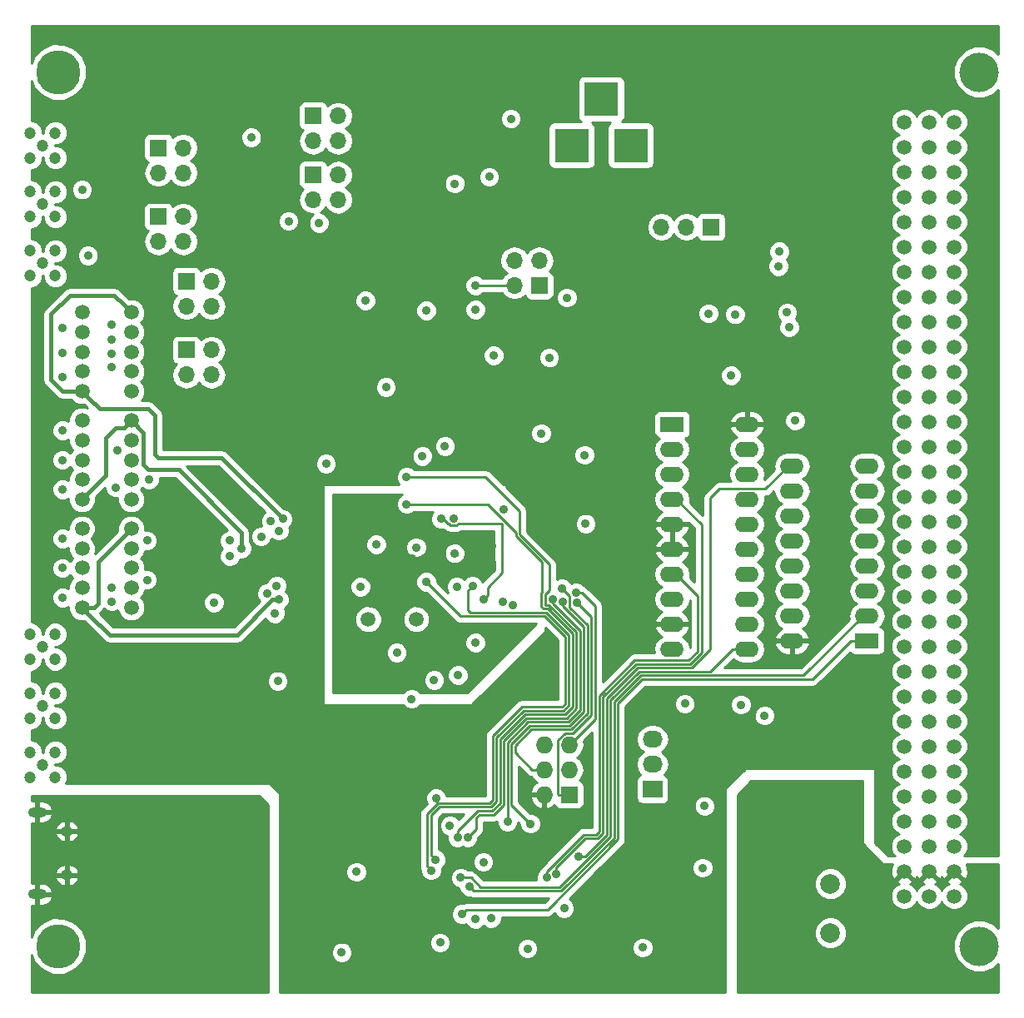
<source format=gbl>
G04 #@! TF.FileFunction,Copper,L4,Bot,Signal*
%FSLAX46Y46*%
G04 Gerber Fmt 4.6, Leading zero omitted, Abs format (unit mm)*
G04 Created by KiCad (PCBNEW 4.0.4-stable) date 02/10/17 16:54:15*
%MOMM*%
%LPD*%
G01*
G04 APERTURE LIST*
%ADD10C,0.150000*%
%ADD11C,0.889000*%
%ADD12R,1.700000X1.700000*%
%ADD13O,1.700000X1.700000*%
%ADD14R,1.727200X1.727200*%
%ADD15O,1.727200X1.727200*%
%ADD16O,1.900000X1.000000*%
%ADD17O,1.250000X1.050000*%
%ADD18R,2.032000X1.727200*%
%ADD19O,2.032000X1.727200*%
%ADD20C,1.998980*%
%ADD21C,1.501140*%
%ADD22C,4.000000*%
%ADD23C,4.500000*%
%ADD24R,3.500000X3.500000*%
%ADD25C,1.500000*%
%ADD26R,2.400000X1.600000*%
%ADD27O,2.400000X1.600000*%
%ADD28C,1.200000*%
%ADD29C,0.254000*%
%ADD30C,0.400000*%
G04 APERTURE END LIST*
D10*
D11*
X169000000Y-66600000D03*
X169000000Y-69100000D03*
X169000000Y-71600000D03*
X169000000Y-77000000D03*
X169000000Y-80000000D03*
X169000000Y-83000000D03*
X169000000Y-94000000D03*
X169000000Y-91000000D03*
X169000000Y-88000000D03*
X174000000Y-94400000D03*
X174000000Y-93000000D03*
X177600000Y-92200000D03*
X177600000Y-88200000D03*
X177800000Y-82000000D03*
X174600000Y-79000000D03*
X174400000Y-82800000D03*
X174000000Y-66200000D03*
X174000000Y-67800000D03*
X174000000Y-69200000D03*
X174000000Y-70600000D03*
X190600000Y-95600000D03*
X190800000Y-92800000D03*
X189800000Y-93600000D03*
X190200000Y-86200000D03*
X191000000Y-87200000D03*
X189200000Y-87800000D03*
X186000000Y-89800000D03*
D12*
X178750000Y-55250000D03*
D13*
X181290000Y-55250000D03*
X178750000Y-57790000D03*
X181290000Y-57790000D03*
D14*
X220540000Y-114040000D03*
D15*
X218000000Y-114040000D03*
X220540000Y-111500000D03*
X218000000Y-111500000D03*
X220540000Y-108960000D03*
X218000000Y-108960000D03*
D16*
X166450000Y-115825000D03*
X166450000Y-124175000D03*
D17*
X169450000Y-117775000D03*
X169450000Y-122225000D03*
D18*
X229000000Y-113500000D03*
D19*
X229000000Y-110960000D03*
X229000000Y-108420000D03*
D20*
X247100000Y-123100640D03*
X247100000Y-128101900D03*
D21*
X259700000Y-45630000D03*
X259700000Y-48170000D03*
X259700000Y-53250000D03*
X259700000Y-50710000D03*
X259700000Y-55790000D03*
X259700000Y-58330000D03*
X259700000Y-60870000D03*
X259700000Y-63410000D03*
X259700000Y-65950000D03*
X259700000Y-68490000D03*
X259700000Y-71030000D03*
X259700000Y-73570000D03*
X259700000Y-76110000D03*
X259700000Y-78650000D03*
X259700000Y-81190000D03*
X259700000Y-83730000D03*
X259700000Y-86270000D03*
X259700000Y-88810000D03*
X259700000Y-91350000D03*
X259700000Y-93890000D03*
X259700000Y-96430000D03*
X259700000Y-98970000D03*
X259700000Y-101510000D03*
X259700000Y-104050000D03*
X259700000Y-106590000D03*
X259700000Y-109130000D03*
X259700000Y-111670000D03*
X259700000Y-114210000D03*
X259700000Y-116750000D03*
X259700000Y-119290000D03*
X259700000Y-121830000D03*
X259700000Y-124370000D03*
X257160000Y-124370000D03*
X257160000Y-121830000D03*
X257160000Y-119290000D03*
X257160000Y-116750000D03*
X257160000Y-114210000D03*
X257160000Y-111670000D03*
X257160000Y-109130000D03*
X257160000Y-106590000D03*
X257160000Y-104050000D03*
X257160000Y-101510000D03*
X257160000Y-98970000D03*
X257160000Y-96430000D03*
X257160000Y-93890000D03*
X257160000Y-91350000D03*
X257160000Y-88810000D03*
X257160000Y-86270000D03*
X257160000Y-83730000D03*
X257160000Y-81190000D03*
X257160000Y-78650000D03*
X257160000Y-76110000D03*
X257160000Y-73570000D03*
X257160000Y-71030000D03*
X257160000Y-68490000D03*
X257160000Y-65950000D03*
X257160000Y-63410000D03*
X257160000Y-60870000D03*
X257160000Y-58330000D03*
X257160000Y-55790000D03*
X257160000Y-50710000D03*
X257160000Y-53250000D03*
X257160000Y-48170000D03*
X257160000Y-45630000D03*
X254620000Y-45630000D03*
X254620000Y-48170000D03*
X254620000Y-53250000D03*
X254620000Y-50710000D03*
X254620000Y-55790000D03*
X254620000Y-58330000D03*
X254620000Y-60870000D03*
X254620000Y-63410000D03*
X254620000Y-65950000D03*
X254620000Y-68490000D03*
X254620000Y-71030000D03*
X254620000Y-73570000D03*
X254620000Y-76110000D03*
X254620000Y-78650000D03*
X254620000Y-81190000D03*
X254620000Y-83730000D03*
X254620000Y-86270000D03*
X254620000Y-88810000D03*
X254620000Y-91350000D03*
X254620000Y-93890000D03*
X254620000Y-96430000D03*
X254620000Y-98970000D03*
X254620000Y-101510000D03*
X254620000Y-104050000D03*
X254620000Y-106590000D03*
X254620000Y-109130000D03*
X254620000Y-111670000D03*
X254620000Y-114210000D03*
X254620000Y-116750000D03*
X254620000Y-119290000D03*
X254620000Y-121830000D03*
X254620000Y-124370000D03*
D22*
X262240000Y-129450000D03*
X262240000Y-40550000D03*
D23*
X168570000Y-129450000D03*
X168570000Y-40550000D03*
D24*
X220800000Y-48000000D03*
X226800000Y-48000000D03*
X223800000Y-43300000D03*
D12*
X181600000Y-61800000D03*
D13*
X184140000Y-61800000D03*
X181600000Y-64340000D03*
X184140000Y-64340000D03*
D12*
X181600000Y-68800000D03*
D13*
X184140000Y-68800000D03*
X181600000Y-71340000D03*
X184140000Y-71340000D03*
D12*
X194500000Y-45000000D03*
D13*
X197040000Y-45000000D03*
X194500000Y-47540000D03*
X197040000Y-47540000D03*
D12*
X194500000Y-51000000D03*
D13*
X197040000Y-51000000D03*
X194500000Y-53540000D03*
X197040000Y-53540000D03*
D12*
X178750000Y-48250000D03*
D13*
X181290000Y-48250000D03*
X178750000Y-50790000D03*
X181290000Y-50790000D03*
D12*
X234980000Y-56300000D03*
D13*
X232440000Y-56300000D03*
X229900000Y-56300000D03*
D25*
X176000000Y-95000000D03*
X171000000Y-95000000D03*
X176000000Y-93000000D03*
X171000000Y-93000000D03*
X176000000Y-91000000D03*
X171000000Y-91000000D03*
X176000000Y-89000000D03*
X171000000Y-89000000D03*
X176000000Y-87000000D03*
X171000000Y-87000000D03*
X176000000Y-84000000D03*
X171000000Y-84000000D03*
X176000000Y-82000000D03*
X171000000Y-82000000D03*
X176000000Y-80000000D03*
X171000000Y-80000000D03*
X176000000Y-78000000D03*
X171000000Y-78000000D03*
X176000000Y-76000000D03*
X171000000Y-76000000D03*
X176000000Y-73000000D03*
X171000000Y-73000000D03*
X176000000Y-71000000D03*
X171000000Y-71000000D03*
X176000000Y-69000000D03*
X171000000Y-69000000D03*
X176000000Y-67000000D03*
X171000000Y-67000000D03*
X176000000Y-65000000D03*
X171000000Y-65000000D03*
D26*
X231000000Y-76375000D03*
D27*
X238620000Y-99235000D03*
X231000000Y-78915000D03*
X238620000Y-96695000D03*
X231000000Y-81455000D03*
X238620000Y-94155000D03*
X231000000Y-83995000D03*
X238620000Y-91615000D03*
X231000000Y-86535000D03*
X238620000Y-89075000D03*
X231000000Y-89075000D03*
X238620000Y-86535000D03*
X231000000Y-91615000D03*
X238620000Y-83995000D03*
X231000000Y-94155000D03*
X238620000Y-81455000D03*
X231000000Y-96695000D03*
X238620000Y-78915000D03*
X231000000Y-99235000D03*
X238620000Y-76375000D03*
D26*
X250825000Y-98400000D03*
D27*
X243205000Y-80620000D03*
X250825000Y-95860000D03*
X243205000Y-83160000D03*
X250825000Y-93320000D03*
X243205000Y-85700000D03*
X250825000Y-90780000D03*
X243205000Y-88240000D03*
X250825000Y-88240000D03*
X243205000Y-90780000D03*
X250825000Y-85700000D03*
X243205000Y-93320000D03*
X250825000Y-83160000D03*
X243205000Y-95860000D03*
X250825000Y-80620000D03*
X243205000Y-98400000D03*
D25*
X204975000Y-96200000D03*
X200095000Y-96200000D03*
D12*
X217500000Y-62250000D03*
D13*
X214960000Y-62250000D03*
X217500000Y-59710000D03*
X214960000Y-59710000D03*
D28*
X165730000Y-112270000D03*
X167000000Y-111000000D03*
X165730000Y-109730000D03*
X168270000Y-112270000D03*
X168270000Y-109730000D03*
X165730000Y-106270000D03*
X167000000Y-105000000D03*
X165730000Y-103730000D03*
X168270000Y-106270000D03*
X168270000Y-103730000D03*
X165730000Y-55270000D03*
X167000000Y-54000000D03*
X165730000Y-52730000D03*
X168270000Y-55270000D03*
X168270000Y-52730000D03*
X165730000Y-49270000D03*
X167000000Y-48000000D03*
X165730000Y-46730000D03*
X168270000Y-49270000D03*
X168270000Y-46730000D03*
X165730000Y-61270000D03*
X167000000Y-60000000D03*
X165730000Y-58730000D03*
X168270000Y-61270000D03*
X168270000Y-58730000D03*
X165730000Y-100270000D03*
X167000000Y-99000000D03*
X165730000Y-97730000D03*
X168270000Y-100270000D03*
X168270000Y-97730000D03*
D11*
X186000000Y-88200000D03*
X186600000Y-128800000D03*
X173300000Y-124900000D03*
X178518239Y-122607338D03*
X187000000Y-121700000D03*
X182400000Y-125200000D03*
X178600000Y-127500000D03*
X221212920Y-93504224D03*
X246500000Y-117000000D03*
X243300000Y-122100000D03*
X241000000Y-115100000D03*
X208400000Y-117200000D03*
X209229513Y-101903659D03*
X214794757Y-94812468D03*
X243500000Y-76000000D03*
X222200000Y-86500000D03*
X222100000Y-79500000D03*
X217700000Y-77300000D03*
X213900000Y-85000000D03*
X200900000Y-88600000D03*
X213800000Y-94400000D03*
X208900000Y-89500000D03*
X218500000Y-69600000D03*
X212851007Y-69361418D03*
X171600000Y-59200000D03*
X184400000Y-94500000D03*
X190900000Y-102500000D03*
X203000000Y-99600000D03*
X199300000Y-92900000D03*
X207900000Y-78600000D03*
X205600000Y-79600000D03*
X195800000Y-80400000D03*
X201900000Y-72600000D03*
X241900000Y-58800000D03*
X241800000Y-60300000D03*
X208900000Y-51900000D03*
X212400000Y-51200000D03*
X214600000Y-45300000D03*
X192000000Y-55700000D03*
X195100000Y-55900000D03*
X199800000Y-63800000D03*
X206000000Y-64800000D03*
X211000000Y-64700000D03*
X220300000Y-63500000D03*
X240400000Y-106000000D03*
X242900000Y-66500000D03*
X242700000Y-65000000D03*
X204500000Y-104300000D03*
X204966298Y-88888937D03*
X237000000Y-71400000D03*
X208763644Y-85954555D03*
X234700000Y-65100000D03*
X237400000Y-65200000D03*
X209100000Y-92900000D03*
X206800000Y-102400000D03*
X211000000Y-98600000D03*
X188195821Y-47169312D03*
X171000000Y-52500000D03*
X234100000Y-121500000D03*
X238000000Y-104900000D03*
X232300000Y-104800000D03*
X207400000Y-129100000D03*
X228000000Y-129612458D03*
X220013846Y-125598520D03*
X216300000Y-129700000D03*
X212600000Y-126600000D03*
X211000000Y-126700000D03*
X211800000Y-120900000D03*
X198900000Y-121900000D03*
X197400000Y-130100000D03*
X234300000Y-115200000D03*
X191000000Y-94200000D03*
X187200000Y-89000000D03*
X191400000Y-86000000D03*
X216894369Y-84588287D03*
X202200000Y-113600000D03*
X208000000Y-61000000D03*
X227600000Y-79300000D03*
X227200863Y-89099785D03*
X211000000Y-66800000D03*
X199700000Y-81700000D03*
X206100000Y-71900000D03*
X211300000Y-44700000D03*
X199500000Y-55900000D03*
X202100000Y-64300000D03*
X233200000Y-110600000D03*
X239800000Y-64900000D03*
X238800000Y-66500000D03*
X195200000Y-103100000D03*
X233700000Y-73500000D03*
X197186663Y-119813337D03*
X199713796Y-118701626D03*
X220600000Y-67100000D03*
X211864465Y-130201480D03*
X214500000Y-121100000D03*
X234300000Y-113800000D03*
X207500000Y-86000000D03*
X211800000Y-94200000D03*
X214800000Y-97400000D03*
X212796512Y-97425510D03*
X204600000Y-90000000D03*
X212700000Y-88800000D03*
X209500000Y-122500000D03*
X218283724Y-122483724D03*
X219222664Y-122095558D03*
X214256969Y-116800000D03*
X218887194Y-94178644D03*
X219790475Y-93060300D03*
X221293564Y-94517031D03*
X219896552Y-94455786D03*
X216589021Y-117006979D03*
X206960905Y-120658709D03*
X210700000Y-92800000D03*
X207000000Y-114400000D03*
X206500000Y-121750000D03*
X206000000Y-92400000D03*
X209183989Y-118401034D03*
X204000000Y-84500000D03*
X210200000Y-118400000D03*
X204000000Y-81750000D03*
X221522555Y-120322555D03*
X209600000Y-126200000D03*
X210400000Y-123400000D03*
X211000000Y-62250000D03*
D29*
X223156099Y-94818786D02*
X221841537Y-93504224D01*
X220540000Y-108960000D02*
X223156099Y-106343901D01*
X223156099Y-106343901D02*
X223156099Y-94818786D01*
X221841537Y-93504224D02*
X221212920Y-93504224D01*
X209303659Y-101903659D02*
X209229513Y-101903659D01*
X209400000Y-102000000D02*
X209303659Y-101903659D01*
X208900000Y-89500000D02*
X209100000Y-89700000D01*
D30*
X171749999Y-95749999D02*
X171000000Y-95000000D01*
X173800000Y-97800000D02*
X171749999Y-95749999D01*
X186771383Y-97800000D02*
X173800000Y-97800000D01*
X190371383Y-94200000D02*
X186771383Y-97800000D01*
X191000000Y-94200000D02*
X190371383Y-94200000D01*
X171000000Y-95000000D02*
X172200000Y-95000000D01*
X172600000Y-90400000D02*
X176000000Y-87000000D01*
X172600000Y-94600000D02*
X172600000Y-90400000D01*
X172200000Y-95000000D02*
X172600000Y-94600000D01*
X171749999Y-83250001D02*
X171000000Y-84000000D01*
X173418989Y-77759338D02*
X173418989Y-81581011D01*
X174428328Y-76749999D02*
X173418989Y-77759338D01*
X173418989Y-81581011D02*
X171749999Y-83250001D01*
X175250001Y-76749999D02*
X174428328Y-76749999D01*
X176000000Y-76000000D02*
X175250001Y-76749999D01*
X187200000Y-87366978D02*
X187200000Y-88371383D01*
X187200000Y-88371383D02*
X187200000Y-89000000D01*
X177759337Y-80981009D02*
X180814031Y-80981009D01*
X180814031Y-80981009D02*
X187200000Y-87366978D01*
X177218989Y-80440662D02*
X177759337Y-80981009D01*
X177218989Y-77218989D02*
X177218989Y-80440662D01*
X176000000Y-76000000D02*
X177218989Y-77218989D01*
X174250000Y-63250000D02*
X175250001Y-64250001D01*
X169750000Y-63250000D02*
X174250000Y-63250000D01*
X167818991Y-65181009D02*
X169750000Y-63250000D01*
X175250001Y-64250001D02*
X176000000Y-65000000D01*
X167818991Y-71818991D02*
X167818991Y-65181009D01*
X169000000Y-73000000D02*
X167818991Y-71818991D01*
X171000000Y-73000000D02*
X169000000Y-73000000D01*
X171749999Y-73749999D02*
X171000000Y-73000000D01*
X172781011Y-74781011D02*
X171749999Y-73749999D01*
X177759339Y-74781011D02*
X172781011Y-74781011D01*
X178418991Y-75440663D02*
X177759339Y-74781011D01*
X178418991Y-79440663D02*
X178418991Y-75440663D01*
X178759337Y-79781009D02*
X178418991Y-79440663D01*
X191400000Y-86000000D02*
X185181009Y-79781009D01*
X185181009Y-79781009D02*
X178759337Y-79781009D01*
D29*
X208200000Y-86500000D02*
X207700000Y-86000000D01*
X207700000Y-86000000D02*
X207500000Y-86000000D01*
X210700000Y-86500000D02*
X209251981Y-86500000D01*
X209251981Y-86500000D02*
X209098925Y-86653056D01*
X209098925Y-86653056D02*
X208428363Y-86653056D01*
X208428363Y-86653056D02*
X208275307Y-86500000D01*
X208275307Y-86500000D02*
X208200000Y-86500000D01*
X213700000Y-86500000D02*
X210700000Y-86500000D01*
X213700000Y-91500000D02*
X213700000Y-86500000D01*
X212244499Y-92955501D02*
X213700000Y-91500000D01*
X211800000Y-94200000D02*
X212244499Y-93755501D01*
X212244499Y-93755501D02*
X212244499Y-92955501D01*
X234871033Y-101529967D02*
X227654429Y-101529967D01*
X210128617Y-122500000D02*
X209500000Y-122500000D01*
X211497270Y-123463488D02*
X210533782Y-122500000D01*
X210533782Y-122500000D02*
X210128617Y-122500000D01*
X237166000Y-99235000D02*
X234871033Y-101529967D01*
X227654429Y-101529967D02*
X224751043Y-104433353D01*
X224751043Y-104433353D02*
X224751043Y-118283883D01*
X238620000Y-99235000D02*
X237166000Y-99235000D01*
X224751043Y-118283883D02*
X219571438Y-123463488D01*
X219571438Y-123463488D02*
X211497270Y-123463488D01*
X223608010Y-117810426D02*
X223310426Y-118108010D01*
X227180972Y-100386934D02*
X223608010Y-103959896D01*
X233608011Y-99479403D02*
X232700480Y-100386934D01*
X231400000Y-91615000D02*
X233608011Y-93823011D01*
X222030821Y-118108010D02*
X218283724Y-121855107D01*
X223310426Y-118108010D02*
X222030821Y-118108010D01*
X218283724Y-121855107D02*
X218283724Y-122483724D01*
X233608011Y-93823011D02*
X233608011Y-99479403D01*
X231000000Y-91615000D02*
X231400000Y-91615000D01*
X232700480Y-100386934D02*
X227180972Y-100386934D01*
X223608010Y-103959896D02*
X223608010Y-117810426D01*
X233989022Y-86584022D02*
X233989022Y-99637222D01*
X232858299Y-100767945D02*
X227338791Y-100767945D01*
X219222664Y-121466941D02*
X219222664Y-122095558D01*
X233989022Y-99637222D02*
X232858299Y-100767945D01*
X231400000Y-83995000D02*
X233989022Y-86584022D01*
X223989021Y-117968245D02*
X223468245Y-118489021D01*
X222200584Y-118489021D02*
X219222664Y-121466941D01*
X223989021Y-104117715D02*
X223989021Y-117968245D01*
X231000000Y-83995000D02*
X231400000Y-83995000D01*
X227338791Y-100767945D02*
X223989021Y-104117715D01*
X223468245Y-118489021D02*
X222200584Y-118489021D01*
X214256969Y-116800000D02*
X214256969Y-108726541D01*
X220441701Y-106632054D02*
X221632054Y-105441701D01*
X216351456Y-106632054D02*
X220441701Y-106632054D01*
X214256969Y-108726541D02*
X216351456Y-106632054D01*
X221632054Y-97358298D02*
X218887194Y-94613438D01*
X218887194Y-94613438D02*
X218887194Y-94178644D01*
X221632054Y-105441701D02*
X221632054Y-97358298D01*
X220595054Y-93864879D02*
X220234974Y-93504799D01*
X218000000Y-111500000D02*
X216778686Y-111500000D01*
X222394076Y-105547343D02*
X222394077Y-96842661D01*
X216667094Y-107394076D02*
X220757340Y-107394076D01*
X220757340Y-107394076D02*
X222394075Y-105757339D01*
X215018991Y-109740305D02*
X215018991Y-109042179D01*
X215018991Y-109042179D02*
X216667094Y-107394076D01*
X222394075Y-105757339D02*
X222394076Y-105547343D01*
X220234974Y-93504799D02*
X219790475Y-93060300D01*
X216778686Y-111500000D02*
X215018991Y-109740305D01*
X222394077Y-96842661D02*
X220595054Y-95043638D01*
X220595054Y-95043638D02*
X220595054Y-93864879D01*
X219400000Y-114017600D02*
X219400000Y-108490243D01*
X221738063Y-94961530D02*
X221293564Y-94517031D01*
X222775088Y-95998555D02*
X221738063Y-94961530D01*
X220540000Y-114040000D02*
X219422400Y-114040000D01*
X222775087Y-105135513D02*
X222775088Y-103715158D01*
X222775085Y-105915158D02*
X222775087Y-105135513D01*
X222775088Y-103715158D02*
X222775088Y-95998555D01*
X219400000Y-108490243D02*
X220115156Y-107775087D01*
X220915159Y-107775087D02*
X222775085Y-105915158D01*
X219422400Y-114040000D02*
X219400000Y-114017600D01*
X220115156Y-107775087D02*
X220915159Y-107775087D01*
X216589021Y-117006979D02*
X214637980Y-115055938D01*
X216509275Y-107013065D02*
X220599520Y-107013065D01*
X214637980Y-108884360D02*
X216509275Y-107013065D01*
X222013065Y-105599520D02*
X222013066Y-97000480D01*
X220599520Y-107013065D02*
X222013065Y-105599520D01*
X222013066Y-97000480D02*
X219896552Y-94883966D01*
X214637980Y-115055938D02*
X214637980Y-108884360D01*
X219896552Y-94883966D02*
X219896552Y-94455786D01*
X207368244Y-115289022D02*
X206516406Y-116140860D01*
X210255501Y-93244499D02*
X210255501Y-95266479D01*
X206516406Y-120214210D02*
X206960905Y-120658709D01*
X212568244Y-115289022D02*
X207368244Y-115289022D01*
X210255501Y-95266479D02*
X210500000Y-95510978D01*
X213113936Y-114743330D02*
X212568244Y-115289022D01*
X220489021Y-97831755D02*
X220489021Y-104968244D01*
X218168244Y-95510978D02*
X220489021Y-97831755D01*
X210500000Y-95510978D02*
X218168244Y-95510978D01*
X220489021Y-104968244D02*
X219968244Y-105489021D01*
X210700000Y-92800000D02*
X210255501Y-93244499D01*
X219968244Y-105489021D02*
X215877999Y-105489021D01*
X206516406Y-116140860D02*
X206516406Y-120214210D01*
X215877999Y-105489021D02*
X213113936Y-108253084D01*
X213113936Y-108253084D02*
X213113936Y-114743330D01*
X207000000Y-114400000D02*
X207000000Y-114697586D01*
X207000000Y-114697586D02*
X207210425Y-114908011D01*
X209491989Y-95891989D02*
X206444499Y-92844499D01*
X218010425Y-95891989D02*
X209491989Y-95891989D01*
X220108010Y-97989574D02*
X218010425Y-95891989D01*
X220108010Y-104810425D02*
X220108010Y-97989574D01*
X215720180Y-105108010D02*
X219810425Y-105108010D01*
X212732925Y-108095265D02*
X215720180Y-105108010D01*
X212732925Y-114585511D02*
X212732925Y-108095265D01*
X212410425Y-114908011D02*
X212732925Y-114585511D01*
X206055501Y-121305501D02*
X206055501Y-116062935D01*
X207210425Y-114908011D02*
X212410425Y-114908011D01*
X206500000Y-121750000D02*
X206055501Y-121305501D01*
X206055501Y-116062935D02*
X207210425Y-114908011D01*
X219810425Y-105108010D02*
X220108010Y-104810425D01*
X206444499Y-92844499D02*
X206000000Y-92400000D01*
X209183989Y-117758745D02*
X209183989Y-117772417D01*
X213494947Y-114901149D02*
X212726063Y-115670033D01*
X218326063Y-95129967D02*
X220870032Y-97673936D01*
X209183989Y-117772417D02*
X209183989Y-118401034D01*
X213494947Y-108410903D02*
X213494947Y-114901149D01*
X220870032Y-97673936D02*
X220870032Y-105126063D01*
X220870032Y-105126063D02*
X220126063Y-105870032D01*
X220126063Y-105870032D02*
X216035818Y-105870032D01*
X212726063Y-115670033D02*
X211272701Y-115670033D01*
X211272701Y-115670033D02*
X209183989Y-117758745D01*
X217708011Y-93503159D02*
X217708011Y-94906775D01*
X217708011Y-94906775D02*
X217931203Y-95129967D01*
X217931203Y-95129967D02*
X218326063Y-95129967D01*
X217750000Y-93461170D02*
X217708011Y-93503159D01*
X212242734Y-84500000D02*
X215110979Y-87368245D01*
X216035818Y-105870032D02*
X213494947Y-108410903D01*
X215110979Y-87368245D02*
X215110979Y-87768245D01*
X204000000Y-84500000D02*
X212242734Y-84500000D01*
X217750000Y-90407266D02*
X217750000Y-93461170D01*
X215110979Y-87768245D02*
X217750000Y-90407266D01*
X211091990Y-117508010D02*
X210200000Y-118400000D01*
X211091990Y-116389574D02*
X211091990Y-117508010D01*
X221251043Y-105283882D02*
X220283882Y-106251043D01*
X211389574Y-116091990D02*
X211091990Y-116389574D01*
X212842936Y-116091990D02*
X211389574Y-116091990D01*
X216193637Y-106251043D02*
X213875958Y-108568722D01*
X220283882Y-106251043D02*
X216193637Y-106251043D01*
X221251043Y-97516117D02*
X221251043Y-105283882D01*
X213875958Y-108568722D02*
X213875958Y-115058968D01*
X218483882Y-94748956D02*
X221251043Y-97516117D01*
X218089022Y-94748956D02*
X218483882Y-94748956D01*
X218500000Y-93250000D02*
X218089022Y-93660978D01*
X218089022Y-93660978D02*
X218089022Y-94748956D01*
X213875958Y-115058968D02*
X212842936Y-116091990D01*
X218500000Y-90618436D02*
X218500000Y-93250000D01*
X215491989Y-85189575D02*
X215491989Y-87610425D01*
X212052414Y-81750000D02*
X215491989Y-85189575D01*
X204000000Y-81750000D02*
X212052414Y-81750000D01*
X215491989Y-87610425D02*
X218500000Y-90618436D01*
X227496610Y-101148956D02*
X224370032Y-104275534D01*
X234891990Y-83889574D02*
X234891990Y-99273084D01*
X234891990Y-99273084D02*
X233016118Y-101148956D01*
X235840574Y-82940990D02*
X234891990Y-83889574D01*
X222173541Y-120322555D02*
X222151172Y-120322555D01*
X242805000Y-80620000D02*
X240484010Y-82940990D01*
X224370032Y-104275534D02*
X224370032Y-118126064D01*
X240484010Y-82940990D02*
X235840574Y-82940990D01*
X222151172Y-120322555D02*
X221522555Y-120322555D01*
X233016118Y-101148956D02*
X227496610Y-101148956D01*
X224370032Y-118126064D02*
X222173541Y-120322555D01*
X243205000Y-80620000D02*
X242805000Y-80620000D01*
X225513065Y-118599521D02*
X225513065Y-104748991D01*
X209600000Y-126200000D02*
X210044499Y-125755501D01*
X227970067Y-102291989D02*
X245289575Y-102291989D01*
X249371000Y-98400000D02*
X250825000Y-98400000D01*
X218357085Y-125755501D02*
X225513065Y-118599521D01*
X249181564Y-98400000D02*
X249371000Y-98400000D01*
X210044499Y-125755501D02*
X218357085Y-125755501D01*
X245289575Y-102291989D02*
X249181564Y-98400000D01*
X225513065Y-104748991D02*
X227970067Y-102291989D01*
X219729257Y-123844499D02*
X210844499Y-123844499D01*
X225132054Y-118441702D02*
X219729257Y-123844499D01*
X210844499Y-123844499D02*
X210400000Y-123400000D01*
X225132054Y-104591172D02*
X225132054Y-118441702D01*
X227812248Y-101910978D02*
X225132054Y-104591172D01*
X244374022Y-101910978D02*
X227812248Y-101910978D01*
X250425000Y-95860000D02*
X244374022Y-101910978D01*
X250825000Y-95860000D02*
X250425000Y-95860000D01*
X214960000Y-62250000D02*
X211000000Y-62250000D01*
G36*
X250373000Y-119000000D02*
X250382334Y-119047789D01*
X250382829Y-119048535D01*
X250383006Y-119049410D01*
X250410197Y-119089803D01*
X252410197Y-121089803D01*
X252450590Y-121116994D01*
X252451465Y-121117171D01*
X252452211Y-121117666D01*
X252500000Y-121127000D01*
X253399500Y-121127000D01*
X253222233Y-121625034D01*
X253250195Y-122175538D01*
X253407069Y-122554265D01*
X253648070Y-122622325D01*
X254440395Y-121830000D01*
X254426253Y-121815858D01*
X254605858Y-121636253D01*
X254620000Y-121650395D01*
X254634143Y-121636253D01*
X254813748Y-121815858D01*
X254799605Y-121830000D01*
X255591930Y-122622325D01*
X255832931Y-122554265D01*
X255885681Y-122406062D01*
X255947069Y-122554265D01*
X256188070Y-122622325D01*
X256980395Y-121830000D01*
X256966253Y-121815858D01*
X257145858Y-121636253D01*
X257160000Y-121650395D01*
X257174143Y-121636253D01*
X257353748Y-121815858D01*
X257339605Y-121830000D01*
X258131930Y-122622325D01*
X258372931Y-122554265D01*
X258425681Y-122406062D01*
X258487069Y-122554265D01*
X258728070Y-122622325D01*
X259520395Y-121830000D01*
X259506253Y-121815858D01*
X259685858Y-121636253D01*
X259700000Y-121650395D01*
X259714143Y-121636253D01*
X259893748Y-121815858D01*
X259879605Y-121830000D01*
X260671930Y-122622325D01*
X260912931Y-122554265D01*
X261097767Y-122034966D01*
X261069805Y-121484462D01*
X260921739Y-121127000D01*
X264174500Y-121127000D01*
X264174500Y-127658170D01*
X263734557Y-127217458D01*
X262766433Y-126815458D01*
X261718166Y-126814543D01*
X260749342Y-127214853D01*
X260007458Y-127955443D01*
X259605458Y-128923567D01*
X259604543Y-129971834D01*
X260004853Y-130940658D01*
X260745443Y-131682542D01*
X261713567Y-132084542D01*
X262761834Y-132085457D01*
X263730658Y-131685147D01*
X264174500Y-131242079D01*
X264174500Y-134174500D01*
X237627000Y-134174500D01*
X237627000Y-128425594D01*
X245465226Y-128425594D01*
X245713538Y-129026555D01*
X246172927Y-129486746D01*
X246773453Y-129736106D01*
X247423694Y-129736674D01*
X248024655Y-129488362D01*
X248484846Y-129028973D01*
X248734206Y-128428447D01*
X248734774Y-127778206D01*
X248486462Y-127177245D01*
X248027073Y-126717054D01*
X247426547Y-126467694D01*
X246776306Y-126467126D01*
X246175345Y-126715438D01*
X245715154Y-127174827D01*
X245465794Y-127775353D01*
X245465226Y-128425594D01*
X237627000Y-128425594D01*
X237627000Y-123424334D01*
X245465226Y-123424334D01*
X245713538Y-124025295D01*
X246172927Y-124485486D01*
X246773453Y-124734846D01*
X247423694Y-124735414D01*
X247643969Y-124644398D01*
X253234190Y-124644398D01*
X253444686Y-125153837D01*
X253834113Y-125543944D01*
X254343184Y-125755329D01*
X254894398Y-125755810D01*
X255403837Y-125545314D01*
X255793944Y-125155887D01*
X255889975Y-124924619D01*
X255984686Y-125153837D01*
X256374113Y-125543944D01*
X256883184Y-125755329D01*
X257434398Y-125755810D01*
X257943837Y-125545314D01*
X258333944Y-125155887D01*
X258429975Y-124924619D01*
X258524686Y-125153837D01*
X258914113Y-125543944D01*
X259423184Y-125755329D01*
X259974398Y-125755810D01*
X260483837Y-125545314D01*
X260873944Y-125155887D01*
X261085329Y-124646816D01*
X261085810Y-124095602D01*
X260875314Y-123586163D01*
X260485887Y-123196056D01*
X260270504Y-123106621D01*
X260424265Y-123042931D01*
X260492325Y-122801930D01*
X259700000Y-122009605D01*
X258907675Y-122801930D01*
X258975735Y-123042931D01*
X259141040Y-123101769D01*
X258916163Y-123194686D01*
X258526056Y-123584113D01*
X258430025Y-123815381D01*
X258335314Y-123586163D01*
X257945887Y-123196056D01*
X257730504Y-123106621D01*
X257884265Y-123042931D01*
X257952325Y-122801930D01*
X257160000Y-122009605D01*
X256367675Y-122801930D01*
X256435735Y-123042931D01*
X256601040Y-123101769D01*
X256376163Y-123194686D01*
X255986056Y-123584113D01*
X255890025Y-123815381D01*
X255795314Y-123586163D01*
X255405887Y-123196056D01*
X255190504Y-123106621D01*
X255344265Y-123042931D01*
X255412325Y-122801930D01*
X254620000Y-122009605D01*
X253827675Y-122801930D01*
X253895735Y-123042931D01*
X254061040Y-123101769D01*
X253836163Y-123194686D01*
X253446056Y-123584113D01*
X253234671Y-124093184D01*
X253234190Y-124644398D01*
X247643969Y-124644398D01*
X248024655Y-124487102D01*
X248484846Y-124027713D01*
X248734206Y-123427187D01*
X248734774Y-122776946D01*
X248486462Y-122175985D01*
X248027073Y-121715794D01*
X247426547Y-121466434D01*
X246776306Y-121465866D01*
X246175345Y-121714178D01*
X245715154Y-122173567D01*
X245465794Y-122774093D01*
X245465226Y-123424334D01*
X237627000Y-123424334D01*
X237627000Y-114052606D01*
X239052606Y-112627000D01*
X250373000Y-112627000D01*
X250373000Y-119000000D01*
X250373000Y-119000000D01*
G37*
X250373000Y-119000000D02*
X250382334Y-119047789D01*
X250382829Y-119048535D01*
X250383006Y-119049410D01*
X250410197Y-119089803D01*
X252410197Y-121089803D01*
X252450590Y-121116994D01*
X252451465Y-121117171D01*
X252452211Y-121117666D01*
X252500000Y-121127000D01*
X253399500Y-121127000D01*
X253222233Y-121625034D01*
X253250195Y-122175538D01*
X253407069Y-122554265D01*
X253648070Y-122622325D01*
X254440395Y-121830000D01*
X254426253Y-121815858D01*
X254605858Y-121636253D01*
X254620000Y-121650395D01*
X254634143Y-121636253D01*
X254813748Y-121815858D01*
X254799605Y-121830000D01*
X255591930Y-122622325D01*
X255832931Y-122554265D01*
X255885681Y-122406062D01*
X255947069Y-122554265D01*
X256188070Y-122622325D01*
X256980395Y-121830000D01*
X256966253Y-121815858D01*
X257145858Y-121636253D01*
X257160000Y-121650395D01*
X257174143Y-121636253D01*
X257353748Y-121815858D01*
X257339605Y-121830000D01*
X258131930Y-122622325D01*
X258372931Y-122554265D01*
X258425681Y-122406062D01*
X258487069Y-122554265D01*
X258728070Y-122622325D01*
X259520395Y-121830000D01*
X259506253Y-121815858D01*
X259685858Y-121636253D01*
X259700000Y-121650395D01*
X259714143Y-121636253D01*
X259893748Y-121815858D01*
X259879605Y-121830000D01*
X260671930Y-122622325D01*
X260912931Y-122554265D01*
X261097767Y-122034966D01*
X261069805Y-121484462D01*
X260921739Y-121127000D01*
X264174500Y-121127000D01*
X264174500Y-127658170D01*
X263734557Y-127217458D01*
X262766433Y-126815458D01*
X261718166Y-126814543D01*
X260749342Y-127214853D01*
X260007458Y-127955443D01*
X259605458Y-128923567D01*
X259604543Y-129971834D01*
X260004853Y-130940658D01*
X260745443Y-131682542D01*
X261713567Y-132084542D01*
X262761834Y-132085457D01*
X263730658Y-131685147D01*
X264174500Y-131242079D01*
X264174500Y-134174500D01*
X237627000Y-134174500D01*
X237627000Y-128425594D01*
X245465226Y-128425594D01*
X245713538Y-129026555D01*
X246172927Y-129486746D01*
X246773453Y-129736106D01*
X247423694Y-129736674D01*
X248024655Y-129488362D01*
X248484846Y-129028973D01*
X248734206Y-128428447D01*
X248734774Y-127778206D01*
X248486462Y-127177245D01*
X248027073Y-126717054D01*
X247426547Y-126467694D01*
X246776306Y-126467126D01*
X246175345Y-126715438D01*
X245715154Y-127174827D01*
X245465794Y-127775353D01*
X245465226Y-128425594D01*
X237627000Y-128425594D01*
X237627000Y-123424334D01*
X245465226Y-123424334D01*
X245713538Y-124025295D01*
X246172927Y-124485486D01*
X246773453Y-124734846D01*
X247423694Y-124735414D01*
X247643969Y-124644398D01*
X253234190Y-124644398D01*
X253444686Y-125153837D01*
X253834113Y-125543944D01*
X254343184Y-125755329D01*
X254894398Y-125755810D01*
X255403837Y-125545314D01*
X255793944Y-125155887D01*
X255889975Y-124924619D01*
X255984686Y-125153837D01*
X256374113Y-125543944D01*
X256883184Y-125755329D01*
X257434398Y-125755810D01*
X257943837Y-125545314D01*
X258333944Y-125155887D01*
X258429975Y-124924619D01*
X258524686Y-125153837D01*
X258914113Y-125543944D01*
X259423184Y-125755329D01*
X259974398Y-125755810D01*
X260483837Y-125545314D01*
X260873944Y-125155887D01*
X261085329Y-124646816D01*
X261085810Y-124095602D01*
X260875314Y-123586163D01*
X260485887Y-123196056D01*
X260270504Y-123106621D01*
X260424265Y-123042931D01*
X260492325Y-122801930D01*
X259700000Y-122009605D01*
X258907675Y-122801930D01*
X258975735Y-123042931D01*
X259141040Y-123101769D01*
X258916163Y-123194686D01*
X258526056Y-123584113D01*
X258430025Y-123815381D01*
X258335314Y-123586163D01*
X257945887Y-123196056D01*
X257730504Y-123106621D01*
X257884265Y-123042931D01*
X257952325Y-122801930D01*
X257160000Y-122009605D01*
X256367675Y-122801930D01*
X256435735Y-123042931D01*
X256601040Y-123101769D01*
X256376163Y-123194686D01*
X255986056Y-123584113D01*
X255890025Y-123815381D01*
X255795314Y-123586163D01*
X255405887Y-123196056D01*
X255190504Y-123106621D01*
X255344265Y-123042931D01*
X255412325Y-122801930D01*
X254620000Y-122009605D01*
X253827675Y-122801930D01*
X253895735Y-123042931D01*
X254061040Y-123101769D01*
X253836163Y-123194686D01*
X253446056Y-123584113D01*
X253234671Y-124093184D01*
X253234190Y-124644398D01*
X247643969Y-124644398D01*
X248024655Y-124487102D01*
X248484846Y-124027713D01*
X248734206Y-123427187D01*
X248734774Y-122776946D01*
X248486462Y-122175985D01*
X248027073Y-121715794D01*
X247426547Y-121466434D01*
X246776306Y-121465866D01*
X246175345Y-121714178D01*
X245715154Y-122173567D01*
X245465794Y-122774093D01*
X245465226Y-123424334D01*
X237627000Y-123424334D01*
X237627000Y-114052606D01*
X239052606Y-112627000D01*
X250373000Y-112627000D01*
X250373000Y-119000000D01*
G36*
X189873000Y-115052606D02*
X189873000Y-134174500D01*
X165825500Y-134174500D01*
X165825500Y-130362588D01*
X166122790Y-131082086D01*
X166933645Y-131894357D01*
X167993620Y-132334498D01*
X169141344Y-132335499D01*
X170202086Y-131897210D01*
X171014357Y-131086355D01*
X171454498Y-130026380D01*
X171455499Y-128878656D01*
X171017210Y-127817914D01*
X170206355Y-127005643D01*
X169146380Y-126565502D01*
X167998656Y-126564501D01*
X166937914Y-127002790D01*
X166125643Y-127813645D01*
X165825500Y-128536468D01*
X165825500Y-125294901D01*
X165873000Y-125310000D01*
X166323000Y-125310000D01*
X166323000Y-124302000D01*
X166577000Y-124302000D01*
X166577000Y-125310000D01*
X167027000Y-125310000D01*
X167451678Y-125175002D01*
X167792368Y-124887763D01*
X167994119Y-124476874D01*
X167867954Y-124302000D01*
X166577000Y-124302000D01*
X166323000Y-124302000D01*
X166303000Y-124302000D01*
X166303000Y-124048000D01*
X166323000Y-124048000D01*
X166323000Y-123040000D01*
X166577000Y-123040000D01*
X166577000Y-124048000D01*
X167867954Y-124048000D01*
X167994119Y-123873126D01*
X167792368Y-123462237D01*
X167451678Y-123174998D01*
X167027000Y-123040000D01*
X166577000Y-123040000D01*
X166323000Y-123040000D01*
X165873000Y-123040000D01*
X165825500Y-123055099D01*
X165825500Y-122530810D01*
X168231036Y-122530810D01*
X168396864Y-122884120D01*
X168721651Y-123198697D01*
X169142099Y-123365037D01*
X169323000Y-123224774D01*
X169323000Y-122352000D01*
X169577000Y-122352000D01*
X169577000Y-123224774D01*
X169757901Y-123365037D01*
X170178349Y-123198697D01*
X170503136Y-122884120D01*
X170668964Y-122530810D01*
X170543163Y-122352000D01*
X169577000Y-122352000D01*
X169323000Y-122352000D01*
X168356837Y-122352000D01*
X168231036Y-122530810D01*
X165825500Y-122530810D01*
X165825500Y-121919190D01*
X168231036Y-121919190D01*
X168356837Y-122098000D01*
X169323000Y-122098000D01*
X169323000Y-121225226D01*
X169577000Y-121225226D01*
X169577000Y-122098000D01*
X170543163Y-122098000D01*
X170668964Y-121919190D01*
X170503136Y-121565880D01*
X170178349Y-121251303D01*
X169757901Y-121084963D01*
X169577000Y-121225226D01*
X169323000Y-121225226D01*
X169142099Y-121084963D01*
X168721651Y-121251303D01*
X168396864Y-121565880D01*
X168231036Y-121919190D01*
X165825500Y-121919190D01*
X165825500Y-118080810D01*
X168231036Y-118080810D01*
X168396864Y-118434120D01*
X168721651Y-118748697D01*
X169142099Y-118915037D01*
X169323000Y-118774774D01*
X169323000Y-117902000D01*
X169577000Y-117902000D01*
X169577000Y-118774774D01*
X169757901Y-118915037D01*
X170178349Y-118748697D01*
X170503136Y-118434120D01*
X170668964Y-118080810D01*
X170543163Y-117902000D01*
X169577000Y-117902000D01*
X169323000Y-117902000D01*
X168356837Y-117902000D01*
X168231036Y-118080810D01*
X165825500Y-118080810D01*
X165825500Y-117469190D01*
X168231036Y-117469190D01*
X168356837Y-117648000D01*
X169323000Y-117648000D01*
X169323000Y-116775226D01*
X169577000Y-116775226D01*
X169577000Y-117648000D01*
X170543163Y-117648000D01*
X170668964Y-117469190D01*
X170503136Y-117115880D01*
X170178349Y-116801303D01*
X169757901Y-116634963D01*
X169577000Y-116775226D01*
X169323000Y-116775226D01*
X169142099Y-116634963D01*
X168721651Y-116801303D01*
X168396864Y-117115880D01*
X168231036Y-117469190D01*
X165825500Y-117469190D01*
X165825500Y-116944901D01*
X165873000Y-116960000D01*
X166323000Y-116960000D01*
X166323000Y-115952000D01*
X166577000Y-115952000D01*
X166577000Y-116960000D01*
X167027000Y-116960000D01*
X167451678Y-116825002D01*
X167792368Y-116537763D01*
X167994119Y-116126874D01*
X167867954Y-115952000D01*
X166577000Y-115952000D01*
X166323000Y-115952000D01*
X166303000Y-115952000D01*
X166303000Y-115698000D01*
X166323000Y-115698000D01*
X166323000Y-114690000D01*
X166577000Y-114690000D01*
X166577000Y-115698000D01*
X167867954Y-115698000D01*
X167994119Y-115523126D01*
X167792368Y-115112237D01*
X167451678Y-114824998D01*
X167027000Y-114690000D01*
X166577000Y-114690000D01*
X166323000Y-114690000D01*
X165873000Y-114690000D01*
X165825500Y-114705099D01*
X165825500Y-114127000D01*
X188947394Y-114127000D01*
X189873000Y-115052606D01*
X189873000Y-115052606D01*
G37*
X189873000Y-115052606D02*
X189873000Y-134174500D01*
X165825500Y-134174500D01*
X165825500Y-130362588D01*
X166122790Y-131082086D01*
X166933645Y-131894357D01*
X167993620Y-132334498D01*
X169141344Y-132335499D01*
X170202086Y-131897210D01*
X171014357Y-131086355D01*
X171454498Y-130026380D01*
X171455499Y-128878656D01*
X171017210Y-127817914D01*
X170206355Y-127005643D01*
X169146380Y-126565502D01*
X167998656Y-126564501D01*
X166937914Y-127002790D01*
X166125643Y-127813645D01*
X165825500Y-128536468D01*
X165825500Y-125294901D01*
X165873000Y-125310000D01*
X166323000Y-125310000D01*
X166323000Y-124302000D01*
X166577000Y-124302000D01*
X166577000Y-125310000D01*
X167027000Y-125310000D01*
X167451678Y-125175002D01*
X167792368Y-124887763D01*
X167994119Y-124476874D01*
X167867954Y-124302000D01*
X166577000Y-124302000D01*
X166323000Y-124302000D01*
X166303000Y-124302000D01*
X166303000Y-124048000D01*
X166323000Y-124048000D01*
X166323000Y-123040000D01*
X166577000Y-123040000D01*
X166577000Y-124048000D01*
X167867954Y-124048000D01*
X167994119Y-123873126D01*
X167792368Y-123462237D01*
X167451678Y-123174998D01*
X167027000Y-123040000D01*
X166577000Y-123040000D01*
X166323000Y-123040000D01*
X165873000Y-123040000D01*
X165825500Y-123055099D01*
X165825500Y-122530810D01*
X168231036Y-122530810D01*
X168396864Y-122884120D01*
X168721651Y-123198697D01*
X169142099Y-123365037D01*
X169323000Y-123224774D01*
X169323000Y-122352000D01*
X169577000Y-122352000D01*
X169577000Y-123224774D01*
X169757901Y-123365037D01*
X170178349Y-123198697D01*
X170503136Y-122884120D01*
X170668964Y-122530810D01*
X170543163Y-122352000D01*
X169577000Y-122352000D01*
X169323000Y-122352000D01*
X168356837Y-122352000D01*
X168231036Y-122530810D01*
X165825500Y-122530810D01*
X165825500Y-121919190D01*
X168231036Y-121919190D01*
X168356837Y-122098000D01*
X169323000Y-122098000D01*
X169323000Y-121225226D01*
X169577000Y-121225226D01*
X169577000Y-122098000D01*
X170543163Y-122098000D01*
X170668964Y-121919190D01*
X170503136Y-121565880D01*
X170178349Y-121251303D01*
X169757901Y-121084963D01*
X169577000Y-121225226D01*
X169323000Y-121225226D01*
X169142099Y-121084963D01*
X168721651Y-121251303D01*
X168396864Y-121565880D01*
X168231036Y-121919190D01*
X165825500Y-121919190D01*
X165825500Y-118080810D01*
X168231036Y-118080810D01*
X168396864Y-118434120D01*
X168721651Y-118748697D01*
X169142099Y-118915037D01*
X169323000Y-118774774D01*
X169323000Y-117902000D01*
X169577000Y-117902000D01*
X169577000Y-118774774D01*
X169757901Y-118915037D01*
X170178349Y-118748697D01*
X170503136Y-118434120D01*
X170668964Y-118080810D01*
X170543163Y-117902000D01*
X169577000Y-117902000D01*
X169323000Y-117902000D01*
X168356837Y-117902000D01*
X168231036Y-118080810D01*
X165825500Y-118080810D01*
X165825500Y-117469190D01*
X168231036Y-117469190D01*
X168356837Y-117648000D01*
X169323000Y-117648000D01*
X169323000Y-116775226D01*
X169577000Y-116775226D01*
X169577000Y-117648000D01*
X170543163Y-117648000D01*
X170668964Y-117469190D01*
X170503136Y-117115880D01*
X170178349Y-116801303D01*
X169757901Y-116634963D01*
X169577000Y-116775226D01*
X169323000Y-116775226D01*
X169142099Y-116634963D01*
X168721651Y-116801303D01*
X168396864Y-117115880D01*
X168231036Y-117469190D01*
X165825500Y-117469190D01*
X165825500Y-116944901D01*
X165873000Y-116960000D01*
X166323000Y-116960000D01*
X166323000Y-115952000D01*
X166577000Y-115952000D01*
X166577000Y-116960000D01*
X167027000Y-116960000D01*
X167451678Y-116825002D01*
X167792368Y-116537763D01*
X167994119Y-116126874D01*
X167867954Y-115952000D01*
X166577000Y-115952000D01*
X166323000Y-115952000D01*
X166303000Y-115952000D01*
X166303000Y-115698000D01*
X166323000Y-115698000D01*
X166323000Y-114690000D01*
X166577000Y-114690000D01*
X166577000Y-115698000D01*
X167867954Y-115698000D01*
X167994119Y-115523126D01*
X167792368Y-115112237D01*
X167451678Y-114824998D01*
X167027000Y-114690000D01*
X166577000Y-114690000D01*
X166323000Y-114690000D01*
X165873000Y-114690000D01*
X165825500Y-114705099D01*
X165825500Y-114127000D01*
X188947394Y-114127000D01*
X189873000Y-115052606D01*
G36*
X264174500Y-38758170D02*
X263734557Y-38317458D01*
X262766433Y-37915458D01*
X261718166Y-37914543D01*
X260749342Y-38314853D01*
X260007458Y-39055443D01*
X259605458Y-40023567D01*
X259604543Y-41071834D01*
X260004853Y-42040658D01*
X260745443Y-42782542D01*
X261713567Y-43184542D01*
X262761834Y-43185457D01*
X263730658Y-42785147D01*
X264174500Y-42342079D01*
X264174500Y-120273000D01*
X260676487Y-120273000D01*
X260873944Y-120075887D01*
X261085329Y-119566816D01*
X261085810Y-119015602D01*
X260875314Y-118506163D01*
X260485887Y-118116056D01*
X260254619Y-118020025D01*
X260483837Y-117925314D01*
X260873944Y-117535887D01*
X261085329Y-117026816D01*
X261085810Y-116475602D01*
X260875314Y-115966163D01*
X260485887Y-115576056D01*
X260254619Y-115480025D01*
X260483837Y-115385314D01*
X260873944Y-114995887D01*
X261085329Y-114486816D01*
X261085810Y-113935602D01*
X260875314Y-113426163D01*
X260485887Y-113036056D01*
X260254619Y-112940025D01*
X260483837Y-112845314D01*
X260873944Y-112455887D01*
X261085329Y-111946816D01*
X261085810Y-111395602D01*
X260875314Y-110886163D01*
X260485887Y-110496056D01*
X260254619Y-110400025D01*
X260483837Y-110305314D01*
X260873944Y-109915887D01*
X261085329Y-109406816D01*
X261085810Y-108855602D01*
X260875314Y-108346163D01*
X260485887Y-107956056D01*
X260254619Y-107860025D01*
X260483837Y-107765314D01*
X260873944Y-107375887D01*
X261085329Y-106866816D01*
X261085810Y-106315602D01*
X260875314Y-105806163D01*
X260485887Y-105416056D01*
X260254619Y-105320025D01*
X260483837Y-105225314D01*
X260873944Y-104835887D01*
X261085329Y-104326816D01*
X261085810Y-103775602D01*
X260875314Y-103266163D01*
X260485887Y-102876056D01*
X260254619Y-102780025D01*
X260483837Y-102685314D01*
X260873944Y-102295887D01*
X261085329Y-101786816D01*
X261085810Y-101235602D01*
X260875314Y-100726163D01*
X260485887Y-100336056D01*
X260254619Y-100240025D01*
X260483837Y-100145314D01*
X260873944Y-99755887D01*
X261085329Y-99246816D01*
X261085810Y-98695602D01*
X260875314Y-98186163D01*
X260485887Y-97796056D01*
X260254619Y-97700025D01*
X260483837Y-97605314D01*
X260873944Y-97215887D01*
X261085329Y-96706816D01*
X261085810Y-96155602D01*
X260875314Y-95646163D01*
X260485887Y-95256056D01*
X260254619Y-95160025D01*
X260483837Y-95065314D01*
X260873944Y-94675887D01*
X261085329Y-94166816D01*
X261085810Y-93615602D01*
X260875314Y-93106163D01*
X260485887Y-92716056D01*
X260254619Y-92620025D01*
X260483837Y-92525314D01*
X260873944Y-92135887D01*
X261085329Y-91626816D01*
X261085810Y-91075602D01*
X260875314Y-90566163D01*
X260485887Y-90176056D01*
X260254619Y-90080025D01*
X260483837Y-89985314D01*
X260873944Y-89595887D01*
X261085329Y-89086816D01*
X261085810Y-88535602D01*
X260875314Y-88026163D01*
X260485887Y-87636056D01*
X260254619Y-87540025D01*
X260483837Y-87445314D01*
X260873944Y-87055887D01*
X261085329Y-86546816D01*
X261085810Y-85995602D01*
X260875314Y-85486163D01*
X260485887Y-85096056D01*
X260254619Y-85000025D01*
X260483837Y-84905314D01*
X260873944Y-84515887D01*
X261085329Y-84006816D01*
X261085810Y-83455602D01*
X260875314Y-82946163D01*
X260485887Y-82556056D01*
X260254619Y-82460025D01*
X260483837Y-82365314D01*
X260873944Y-81975887D01*
X261085329Y-81466816D01*
X261085810Y-80915602D01*
X260875314Y-80406163D01*
X260485887Y-80016056D01*
X260254619Y-79920025D01*
X260483837Y-79825314D01*
X260873944Y-79435887D01*
X261085329Y-78926816D01*
X261085810Y-78375602D01*
X260875314Y-77866163D01*
X260485887Y-77476056D01*
X260254619Y-77380025D01*
X260483837Y-77285314D01*
X260873944Y-76895887D01*
X261085329Y-76386816D01*
X261085810Y-75835602D01*
X260875314Y-75326163D01*
X260485887Y-74936056D01*
X260254619Y-74840025D01*
X260483837Y-74745314D01*
X260873944Y-74355887D01*
X261085329Y-73846816D01*
X261085810Y-73295602D01*
X260875314Y-72786163D01*
X260485887Y-72396056D01*
X260254619Y-72300025D01*
X260483837Y-72205314D01*
X260873944Y-71815887D01*
X261085329Y-71306816D01*
X261085810Y-70755602D01*
X260875314Y-70246163D01*
X260485887Y-69856056D01*
X260254619Y-69760025D01*
X260483837Y-69665314D01*
X260873944Y-69275887D01*
X261085329Y-68766816D01*
X261085810Y-68215602D01*
X260875314Y-67706163D01*
X260485887Y-67316056D01*
X260254619Y-67220025D01*
X260483837Y-67125314D01*
X260873944Y-66735887D01*
X261085329Y-66226816D01*
X261085810Y-65675602D01*
X260875314Y-65166163D01*
X260485887Y-64776056D01*
X260254619Y-64680025D01*
X260483837Y-64585314D01*
X260873944Y-64195887D01*
X261085329Y-63686816D01*
X261085810Y-63135602D01*
X260875314Y-62626163D01*
X260485887Y-62236056D01*
X260254619Y-62140025D01*
X260483837Y-62045314D01*
X260873944Y-61655887D01*
X261085329Y-61146816D01*
X261085810Y-60595602D01*
X260875314Y-60086163D01*
X260485887Y-59696056D01*
X260254619Y-59600025D01*
X260483837Y-59505314D01*
X260873944Y-59115887D01*
X261085329Y-58606816D01*
X261085810Y-58055602D01*
X260875314Y-57546163D01*
X260485887Y-57156056D01*
X260254619Y-57060025D01*
X260483837Y-56965314D01*
X260873944Y-56575887D01*
X261085329Y-56066816D01*
X261085810Y-55515602D01*
X260875314Y-55006163D01*
X260485887Y-54616056D01*
X260254619Y-54520025D01*
X260483837Y-54425314D01*
X260873944Y-54035887D01*
X261085329Y-53526816D01*
X261085810Y-52975602D01*
X260875314Y-52466163D01*
X260485887Y-52076056D01*
X260254619Y-51980025D01*
X260483837Y-51885314D01*
X260873944Y-51495887D01*
X261085329Y-50986816D01*
X261085810Y-50435602D01*
X260875314Y-49926163D01*
X260485887Y-49536056D01*
X260254619Y-49440025D01*
X260483837Y-49345314D01*
X260873944Y-48955887D01*
X261085329Y-48446816D01*
X261085810Y-47895602D01*
X260875314Y-47386163D01*
X260485887Y-46996056D01*
X260254619Y-46900025D01*
X260483837Y-46805314D01*
X260873944Y-46415887D01*
X261085329Y-45906816D01*
X261085810Y-45355602D01*
X260875314Y-44846163D01*
X260485887Y-44456056D01*
X259976816Y-44244671D01*
X259425602Y-44244190D01*
X258916163Y-44454686D01*
X258526056Y-44844113D01*
X258430025Y-45075381D01*
X258335314Y-44846163D01*
X257945887Y-44456056D01*
X257436816Y-44244671D01*
X256885602Y-44244190D01*
X256376163Y-44454686D01*
X255986056Y-44844113D01*
X255890025Y-45075381D01*
X255795314Y-44846163D01*
X255405887Y-44456056D01*
X254896816Y-44244671D01*
X254345602Y-44244190D01*
X253836163Y-44454686D01*
X253446056Y-44844113D01*
X253234671Y-45353184D01*
X253234190Y-45904398D01*
X253444686Y-46413837D01*
X253834113Y-46803944D01*
X254065381Y-46899975D01*
X253836163Y-46994686D01*
X253446056Y-47384113D01*
X253234671Y-47893184D01*
X253234190Y-48444398D01*
X253444686Y-48953837D01*
X253834113Y-49343944D01*
X254065381Y-49439975D01*
X253836163Y-49534686D01*
X253446056Y-49924113D01*
X253234671Y-50433184D01*
X253234190Y-50984398D01*
X253444686Y-51493837D01*
X253834113Y-51883944D01*
X254065381Y-51979975D01*
X253836163Y-52074686D01*
X253446056Y-52464113D01*
X253234671Y-52973184D01*
X253234190Y-53524398D01*
X253444686Y-54033837D01*
X253834113Y-54423944D01*
X254065381Y-54519975D01*
X253836163Y-54614686D01*
X253446056Y-55004113D01*
X253234671Y-55513184D01*
X253234190Y-56064398D01*
X253444686Y-56573837D01*
X253834113Y-56963944D01*
X254065381Y-57059975D01*
X253836163Y-57154686D01*
X253446056Y-57544113D01*
X253234671Y-58053184D01*
X253234190Y-58604398D01*
X253444686Y-59113837D01*
X253834113Y-59503944D01*
X254065381Y-59599975D01*
X253836163Y-59694686D01*
X253446056Y-60084113D01*
X253234671Y-60593184D01*
X253234190Y-61144398D01*
X253444686Y-61653837D01*
X253834113Y-62043944D01*
X254065381Y-62139975D01*
X253836163Y-62234686D01*
X253446056Y-62624113D01*
X253234671Y-63133184D01*
X253234190Y-63684398D01*
X253444686Y-64193837D01*
X253834113Y-64583944D01*
X254065381Y-64679975D01*
X253836163Y-64774686D01*
X253446056Y-65164113D01*
X253234671Y-65673184D01*
X253234190Y-66224398D01*
X253444686Y-66733837D01*
X253834113Y-67123944D01*
X254065381Y-67219975D01*
X253836163Y-67314686D01*
X253446056Y-67704113D01*
X253234671Y-68213184D01*
X253234190Y-68764398D01*
X253444686Y-69273837D01*
X253834113Y-69663944D01*
X254065381Y-69759975D01*
X253836163Y-69854686D01*
X253446056Y-70244113D01*
X253234671Y-70753184D01*
X253234190Y-71304398D01*
X253444686Y-71813837D01*
X253834113Y-72203944D01*
X254065381Y-72299975D01*
X253836163Y-72394686D01*
X253446056Y-72784113D01*
X253234671Y-73293184D01*
X253234190Y-73844398D01*
X253444686Y-74353837D01*
X253834113Y-74743944D01*
X254065381Y-74839975D01*
X253836163Y-74934686D01*
X253446056Y-75324113D01*
X253234671Y-75833184D01*
X253234190Y-76384398D01*
X253444686Y-76893837D01*
X253834113Y-77283944D01*
X254065381Y-77379975D01*
X253836163Y-77474686D01*
X253446056Y-77864113D01*
X253234671Y-78373184D01*
X253234190Y-78924398D01*
X253444686Y-79433837D01*
X253834113Y-79823944D01*
X254065381Y-79919975D01*
X253836163Y-80014686D01*
X253446056Y-80404113D01*
X253234671Y-80913184D01*
X253234190Y-81464398D01*
X253444686Y-81973837D01*
X253834113Y-82363944D01*
X254065381Y-82459975D01*
X253836163Y-82554686D01*
X253446056Y-82944113D01*
X253234671Y-83453184D01*
X253234190Y-84004398D01*
X253444686Y-84513837D01*
X253834113Y-84903944D01*
X254065381Y-84999975D01*
X253836163Y-85094686D01*
X253446056Y-85484113D01*
X253234671Y-85993184D01*
X253234190Y-86544398D01*
X253444686Y-87053837D01*
X253834113Y-87443944D01*
X254065381Y-87539975D01*
X253836163Y-87634686D01*
X253446056Y-88024113D01*
X253234671Y-88533184D01*
X253234190Y-89084398D01*
X253444686Y-89593837D01*
X253834113Y-89983944D01*
X254065381Y-90079975D01*
X253836163Y-90174686D01*
X253446056Y-90564113D01*
X253234671Y-91073184D01*
X253234190Y-91624398D01*
X253444686Y-92133837D01*
X253834113Y-92523944D01*
X254065381Y-92619975D01*
X253836163Y-92714686D01*
X253446056Y-93104113D01*
X253234671Y-93613184D01*
X253234190Y-94164398D01*
X253444686Y-94673837D01*
X253834113Y-95063944D01*
X254065381Y-95159975D01*
X253836163Y-95254686D01*
X253446056Y-95644113D01*
X253234671Y-96153184D01*
X253234190Y-96704398D01*
X253444686Y-97213837D01*
X253834113Y-97603944D01*
X254065381Y-97699975D01*
X253836163Y-97794686D01*
X253446056Y-98184113D01*
X253234671Y-98693184D01*
X253234190Y-99244398D01*
X253444686Y-99753837D01*
X253834113Y-100143944D01*
X254065381Y-100239975D01*
X253836163Y-100334686D01*
X253446056Y-100724113D01*
X253234671Y-101233184D01*
X253234190Y-101784398D01*
X253444686Y-102293837D01*
X253834113Y-102683944D01*
X254065381Y-102779975D01*
X253836163Y-102874686D01*
X253446056Y-103264113D01*
X253234671Y-103773184D01*
X253234190Y-104324398D01*
X253444686Y-104833837D01*
X253834113Y-105223944D01*
X254065381Y-105319975D01*
X253836163Y-105414686D01*
X253446056Y-105804113D01*
X253234671Y-106313184D01*
X253234190Y-106864398D01*
X253444686Y-107373837D01*
X253834113Y-107763944D01*
X254065381Y-107859975D01*
X253836163Y-107954686D01*
X253446056Y-108344113D01*
X253234671Y-108853184D01*
X253234190Y-109404398D01*
X253444686Y-109913837D01*
X253834113Y-110303944D01*
X254065381Y-110399975D01*
X253836163Y-110494686D01*
X253446056Y-110884113D01*
X253234671Y-111393184D01*
X253234190Y-111944398D01*
X253444686Y-112453837D01*
X253834113Y-112843944D01*
X254065381Y-112939975D01*
X253836163Y-113034686D01*
X253446056Y-113424113D01*
X253234671Y-113933184D01*
X253234190Y-114484398D01*
X253444686Y-114993837D01*
X253834113Y-115383944D01*
X254065381Y-115479975D01*
X253836163Y-115574686D01*
X253446056Y-115964113D01*
X253234671Y-116473184D01*
X253234190Y-117024398D01*
X253444686Y-117533837D01*
X253834113Y-117923944D01*
X254065381Y-118019975D01*
X253836163Y-118114686D01*
X253446056Y-118504113D01*
X253234671Y-119013184D01*
X253234190Y-119564398D01*
X253444686Y-120073837D01*
X253643502Y-120273000D01*
X252952606Y-120273000D01*
X251627000Y-118947394D01*
X251627000Y-111500000D01*
X251616994Y-111450590D01*
X251588553Y-111408965D01*
X251546159Y-111381685D01*
X251500000Y-111373000D01*
X238500000Y-111373000D01*
X238450590Y-111383006D01*
X238410197Y-111410197D01*
X236410197Y-113410197D01*
X236382334Y-113452211D01*
X236373000Y-113500000D01*
X236373000Y-134174500D01*
X191127000Y-134174500D01*
X191127000Y-130313784D01*
X196320313Y-130313784D01*
X196484311Y-130710689D01*
X196787714Y-131014622D01*
X197184332Y-131179313D01*
X197613784Y-131179687D01*
X198010689Y-131015689D01*
X198314622Y-130712286D01*
X198479313Y-130315668D01*
X198479687Y-129886216D01*
X198315689Y-129489311D01*
X198140469Y-129313784D01*
X206320313Y-129313784D01*
X206484311Y-129710689D01*
X206787714Y-130014622D01*
X207184332Y-130179313D01*
X207613784Y-130179687D01*
X208010689Y-130015689D01*
X208112772Y-129913784D01*
X215220313Y-129913784D01*
X215384311Y-130310689D01*
X215687714Y-130614622D01*
X216084332Y-130779313D01*
X216513784Y-130779687D01*
X216910689Y-130615689D01*
X217214622Y-130312286D01*
X217379313Y-129915668D01*
X217379390Y-129826242D01*
X226920313Y-129826242D01*
X227084311Y-130223147D01*
X227387714Y-130527080D01*
X227784332Y-130691771D01*
X228213784Y-130692145D01*
X228610689Y-130528147D01*
X228914622Y-130224744D01*
X229079313Y-129828126D01*
X229079687Y-129398674D01*
X228915689Y-129001769D01*
X228612286Y-128697836D01*
X228215668Y-128533145D01*
X227786216Y-128532771D01*
X227389311Y-128696769D01*
X227085378Y-129000172D01*
X226920687Y-129396790D01*
X226920313Y-129826242D01*
X217379390Y-129826242D01*
X217379687Y-129486216D01*
X217215689Y-129089311D01*
X216912286Y-128785378D01*
X216515668Y-128620687D01*
X216086216Y-128620313D01*
X215689311Y-128784311D01*
X215385378Y-129087714D01*
X215220687Y-129484332D01*
X215220313Y-129913784D01*
X208112772Y-129913784D01*
X208314622Y-129712286D01*
X208479313Y-129315668D01*
X208479687Y-128886216D01*
X208315689Y-128489311D01*
X208012286Y-128185378D01*
X207615668Y-128020687D01*
X207186216Y-128020313D01*
X206789311Y-128184311D01*
X206485378Y-128487714D01*
X206320687Y-128884332D01*
X206320313Y-129313784D01*
X198140469Y-129313784D01*
X198012286Y-129185378D01*
X197615668Y-129020687D01*
X197186216Y-129020313D01*
X196789311Y-129184311D01*
X196485378Y-129487714D01*
X196320687Y-129884332D01*
X196320313Y-130313784D01*
X191127000Y-130313784D01*
X191127000Y-122113784D01*
X197820313Y-122113784D01*
X197984311Y-122510689D01*
X198287714Y-122814622D01*
X198684332Y-122979313D01*
X199113784Y-122979687D01*
X199510689Y-122815689D01*
X199814622Y-122512286D01*
X199979313Y-122115668D01*
X199979687Y-121686216D01*
X199815689Y-121289311D01*
X199512286Y-120985378D01*
X199115668Y-120820687D01*
X198686216Y-120820313D01*
X198289311Y-120984311D01*
X197985378Y-121287714D01*
X197820687Y-121684332D01*
X197820313Y-122113784D01*
X191127000Y-122113784D01*
X191127000Y-114000000D01*
X191117666Y-113952211D01*
X191117171Y-113951465D01*
X191116994Y-113950590D01*
X191089803Y-113910197D01*
X190089803Y-112910197D01*
X190049410Y-112883006D01*
X190048535Y-112882829D01*
X190047789Y-112882334D01*
X190000000Y-112873000D01*
X169356850Y-112873000D01*
X169504785Y-112516734D01*
X169505214Y-112025421D01*
X169317592Y-111571343D01*
X168970485Y-111223629D01*
X168516734Y-111035215D01*
X168234970Y-111034969D01*
X168235031Y-110964970D01*
X168514579Y-110965214D01*
X168968657Y-110777592D01*
X169316371Y-110430485D01*
X169504785Y-109976734D01*
X169505214Y-109485421D01*
X169317592Y-109031343D01*
X168970485Y-108683629D01*
X168516734Y-108495215D01*
X168025421Y-108494786D01*
X167571343Y-108682408D01*
X167223629Y-109029515D01*
X167035215Y-109483266D01*
X167034969Y-109765030D01*
X166964970Y-109764969D01*
X166965214Y-109485421D01*
X166777592Y-109031343D01*
X166430485Y-108683629D01*
X165976734Y-108495215D01*
X165825500Y-108495083D01*
X165825500Y-107505084D01*
X165974579Y-107505214D01*
X166428657Y-107317592D01*
X166776371Y-106970485D01*
X166964785Y-106516734D01*
X166965031Y-106234970D01*
X167035030Y-106235031D01*
X167034786Y-106514579D01*
X167222408Y-106968657D01*
X167569515Y-107316371D01*
X168023266Y-107504785D01*
X168514579Y-107505214D01*
X168968657Y-107317592D01*
X169316371Y-106970485D01*
X169504785Y-106516734D01*
X169505214Y-106025421D01*
X169317592Y-105571343D01*
X168970485Y-105223629D01*
X168516734Y-105035215D01*
X168234970Y-105034969D01*
X168235031Y-104964970D01*
X168514579Y-104965214D01*
X168968657Y-104777592D01*
X169316371Y-104430485D01*
X169504785Y-103976734D01*
X169505214Y-103485421D01*
X169317592Y-103031343D01*
X169000588Y-102713784D01*
X189820313Y-102713784D01*
X189984311Y-103110689D01*
X190287714Y-103414622D01*
X190684332Y-103579313D01*
X191113784Y-103579687D01*
X191510689Y-103415689D01*
X191814622Y-103112286D01*
X191979313Y-102715668D01*
X191979687Y-102286216D01*
X191815689Y-101889311D01*
X191512286Y-101585378D01*
X191115668Y-101420687D01*
X190686216Y-101420313D01*
X190289311Y-101584311D01*
X189985378Y-101887714D01*
X189820687Y-102284332D01*
X189820313Y-102713784D01*
X169000588Y-102713784D01*
X168970485Y-102683629D01*
X168516734Y-102495215D01*
X168025421Y-102494786D01*
X167571343Y-102682408D01*
X167223629Y-103029515D01*
X167035215Y-103483266D01*
X167034969Y-103765030D01*
X166964970Y-103764969D01*
X166965214Y-103485421D01*
X166777592Y-103031343D01*
X166430485Y-102683629D01*
X165976734Y-102495215D01*
X165825500Y-102495083D01*
X165825500Y-101505084D01*
X165974579Y-101505214D01*
X166428657Y-101317592D01*
X166776371Y-100970485D01*
X166964785Y-100516734D01*
X166965031Y-100234970D01*
X167035030Y-100235031D01*
X167034786Y-100514579D01*
X167222408Y-100968657D01*
X167569515Y-101316371D01*
X168023266Y-101504785D01*
X168514579Y-101505214D01*
X168968657Y-101317592D01*
X169316371Y-100970485D01*
X169504785Y-100516734D01*
X169505214Y-100025421D01*
X169317592Y-99571343D01*
X168970485Y-99223629D01*
X168516734Y-99035215D01*
X168234970Y-99034969D01*
X168235031Y-98964970D01*
X168514579Y-98965214D01*
X168968657Y-98777592D01*
X169316371Y-98430485D01*
X169504785Y-97976734D01*
X169505214Y-97485421D01*
X169317592Y-97031343D01*
X168970485Y-96683629D01*
X168516734Y-96495215D01*
X168025421Y-96494786D01*
X167571343Y-96682408D01*
X167223629Y-97029515D01*
X167035215Y-97483266D01*
X167034969Y-97765030D01*
X166964970Y-97764969D01*
X166965214Y-97485421D01*
X166777592Y-97031343D01*
X166430485Y-96683629D01*
X165976734Y-96495215D01*
X165825500Y-96495083D01*
X165825500Y-88213784D01*
X167920313Y-88213784D01*
X168084311Y-88610689D01*
X168387714Y-88914622D01*
X168784332Y-89079313D01*
X169213784Y-89079687D01*
X169610689Y-88915689D01*
X169615077Y-88911309D01*
X169614760Y-89274285D01*
X169825169Y-89783515D01*
X170041313Y-90000036D01*
X169826539Y-90214436D01*
X169801445Y-90274868D01*
X169612286Y-90085378D01*
X169215668Y-89920687D01*
X168786216Y-89920313D01*
X168389311Y-90084311D01*
X168085378Y-90387714D01*
X167920687Y-90784332D01*
X167920313Y-91213784D01*
X168084311Y-91610689D01*
X168387714Y-91914622D01*
X168784332Y-92079313D01*
X169213784Y-92079687D01*
X169610689Y-91915689D01*
X169801201Y-91725509D01*
X169825169Y-91783515D01*
X170041313Y-92000036D01*
X169826539Y-92214436D01*
X169615241Y-92723298D01*
X169614923Y-93088019D01*
X169612286Y-93085378D01*
X169215668Y-92920687D01*
X168786216Y-92920313D01*
X168389311Y-93084311D01*
X168085378Y-93387714D01*
X167920687Y-93784332D01*
X167920313Y-94213784D01*
X168084311Y-94610689D01*
X168387714Y-94914622D01*
X168784332Y-95079313D01*
X169213784Y-95079687D01*
X169610689Y-94915689D01*
X169615077Y-94911309D01*
X169614760Y-95274285D01*
X169825169Y-95783515D01*
X170214436Y-96173461D01*
X170723298Y-96384759D01*
X171204311Y-96385179D01*
X173209566Y-98390434D01*
X173480459Y-98571439D01*
X173800000Y-98635000D01*
X186771383Y-98635000D01*
X187090924Y-98571439D01*
X187361817Y-98390434D01*
X189642574Y-96109677D01*
X189684311Y-96210689D01*
X189987714Y-96514622D01*
X190384332Y-96679313D01*
X190813784Y-96679687D01*
X191210689Y-96515689D01*
X191514622Y-96212286D01*
X191679313Y-95815668D01*
X191679687Y-95386216D01*
X191574146Y-95130788D01*
X191610689Y-95115689D01*
X191914622Y-94812286D01*
X192079313Y-94415668D01*
X192079687Y-93986216D01*
X191915689Y-93589311D01*
X191721775Y-93395059D01*
X191879313Y-93015668D01*
X191879687Y-92586216D01*
X191715689Y-92189311D01*
X191412286Y-91885378D01*
X191015668Y-91720687D01*
X190586216Y-91720313D01*
X190189311Y-91884311D01*
X189885378Y-92187714D01*
X189747212Y-92520453D01*
X189586216Y-92520313D01*
X189189311Y-92684311D01*
X188885378Y-92987714D01*
X188720687Y-93384332D01*
X188720313Y-93813784D01*
X188884311Y-94210689D01*
X189031940Y-94358575D01*
X186425515Y-96965000D01*
X174145868Y-96965000D01*
X172778965Y-95598097D01*
X172790434Y-95590434D01*
X173190434Y-95190434D01*
X173219828Y-95146443D01*
X173387714Y-95314622D01*
X173784332Y-95479313D01*
X174213784Y-95479687D01*
X174610689Y-95315689D01*
X174625683Y-95300721D01*
X174825169Y-95783515D01*
X175214436Y-96173461D01*
X175723298Y-96384759D01*
X176274285Y-96385240D01*
X176783515Y-96174831D01*
X177173461Y-95785564D01*
X177384759Y-95276702D01*
X177385240Y-94725715D01*
X177380311Y-94713784D01*
X183320313Y-94713784D01*
X183484311Y-95110689D01*
X183787714Y-95414622D01*
X184184332Y-95579313D01*
X184613784Y-95579687D01*
X185010689Y-95415689D01*
X185314622Y-95112286D01*
X185479313Y-94715668D01*
X185479687Y-94286216D01*
X185315689Y-93889311D01*
X185012286Y-93585378D01*
X184615668Y-93420687D01*
X184186216Y-93420313D01*
X183789311Y-93584311D01*
X183485378Y-93887714D01*
X183320687Y-94284332D01*
X183320313Y-94713784D01*
X177380311Y-94713784D01*
X177174831Y-94216485D01*
X176958687Y-93999964D01*
X177173461Y-93785564D01*
X177383771Y-93279080D01*
X177384332Y-93279313D01*
X177813784Y-93279687D01*
X178210689Y-93115689D01*
X178514622Y-92812286D01*
X178679313Y-92415668D01*
X178679687Y-91986216D01*
X178515689Y-91589311D01*
X178212286Y-91285378D01*
X177815668Y-91120687D01*
X177386216Y-91120313D01*
X177384895Y-91120859D01*
X177385240Y-90725715D01*
X177174831Y-90216485D01*
X176958687Y-89999964D01*
X177173461Y-89785564D01*
X177383771Y-89279080D01*
X177384332Y-89279313D01*
X177813784Y-89279687D01*
X178210689Y-89115689D01*
X178514622Y-88812286D01*
X178679313Y-88415668D01*
X178679687Y-87986216D01*
X178515689Y-87589311D01*
X178212286Y-87285378D01*
X177815668Y-87120687D01*
X177386216Y-87120313D01*
X177384895Y-87120859D01*
X177385240Y-86725715D01*
X177174831Y-86216485D01*
X176785564Y-85826539D01*
X176276702Y-85615241D01*
X175725715Y-85614760D01*
X175216485Y-85825169D01*
X174826539Y-86214436D01*
X174615241Y-86723298D01*
X174614821Y-87204311D01*
X172272798Y-89546334D01*
X172384759Y-89276702D01*
X172385240Y-88725715D01*
X172174831Y-88216485D01*
X171958687Y-87999964D01*
X172173461Y-87785564D01*
X172384759Y-87276702D01*
X172385240Y-86725715D01*
X172174831Y-86216485D01*
X171785564Y-85826539D01*
X171276702Y-85615241D01*
X170725715Y-85614760D01*
X170216485Y-85825169D01*
X169826539Y-86214436D01*
X169615241Y-86723298D01*
X169614923Y-87088019D01*
X169612286Y-87085378D01*
X169215668Y-86920687D01*
X168786216Y-86920313D01*
X168389311Y-87084311D01*
X168085378Y-87387714D01*
X167920687Y-87784332D01*
X167920313Y-88213784D01*
X165825500Y-88213784D01*
X165825500Y-65181009D01*
X166983991Y-65181009D01*
X166983991Y-71818991D01*
X167047552Y-72138532D01*
X167165212Y-72314622D01*
X167228557Y-72409425D01*
X168409566Y-73590434D01*
X168680459Y-73771439D01*
X169000000Y-73835000D01*
X169876564Y-73835000D01*
X170214436Y-74173461D01*
X170723298Y-74384759D01*
X171204311Y-74385179D01*
X171546334Y-74727202D01*
X171276702Y-74615241D01*
X170725715Y-74614760D01*
X170216485Y-74825169D01*
X169826539Y-75214436D01*
X169615241Y-75723298D01*
X169614923Y-76088019D01*
X169612286Y-76085378D01*
X169215668Y-75920687D01*
X168786216Y-75920313D01*
X168389311Y-76084311D01*
X168085378Y-76387714D01*
X167920687Y-76784332D01*
X167920313Y-77213784D01*
X168084311Y-77610689D01*
X168387714Y-77914622D01*
X168784332Y-78079313D01*
X169213784Y-78079687D01*
X169610689Y-77915689D01*
X169615077Y-77911309D01*
X169614760Y-78274285D01*
X169825169Y-78783515D01*
X170041313Y-79000036D01*
X169826539Y-79214436D01*
X169801445Y-79274868D01*
X169612286Y-79085378D01*
X169215668Y-78920687D01*
X168786216Y-78920313D01*
X168389311Y-79084311D01*
X168085378Y-79387714D01*
X167920687Y-79784332D01*
X167920313Y-80213784D01*
X168084311Y-80610689D01*
X168387714Y-80914622D01*
X168784332Y-81079313D01*
X169213784Y-81079687D01*
X169610689Y-80915689D01*
X169801201Y-80725509D01*
X169825169Y-80783515D01*
X170041313Y-81000036D01*
X169826539Y-81214436D01*
X169615241Y-81723298D01*
X169614923Y-82088019D01*
X169612286Y-82085378D01*
X169215668Y-81920687D01*
X168786216Y-81920313D01*
X168389311Y-82084311D01*
X168085378Y-82387714D01*
X167920687Y-82784332D01*
X167920313Y-83213784D01*
X168084311Y-83610689D01*
X168387714Y-83914622D01*
X168784332Y-84079313D01*
X169213784Y-84079687D01*
X169610689Y-83915689D01*
X169615077Y-83911309D01*
X169614760Y-84274285D01*
X169825169Y-84783515D01*
X170214436Y-85173461D01*
X170723298Y-85384759D01*
X171274285Y-85385240D01*
X171783515Y-85174831D01*
X172173461Y-84785564D01*
X172384759Y-84276702D01*
X172385179Y-83795689D01*
X173320447Y-82860421D01*
X173320313Y-83013784D01*
X173484311Y-83410689D01*
X173787714Y-83714622D01*
X174184332Y-83879313D01*
X174613784Y-83879687D01*
X174615105Y-83879141D01*
X174614760Y-84274285D01*
X174825169Y-84783515D01*
X175214436Y-85173461D01*
X175723298Y-85384759D01*
X176274285Y-85385240D01*
X176783515Y-85174831D01*
X177173461Y-84785564D01*
X177384759Y-84276702D01*
X177385240Y-83725715D01*
X177174831Y-83216485D01*
X176958687Y-82999964D01*
X177116071Y-82842854D01*
X177187714Y-82914622D01*
X177584332Y-83079313D01*
X178013784Y-83079687D01*
X178410689Y-82915689D01*
X178714622Y-82612286D01*
X178879313Y-82215668D01*
X178879661Y-81816009D01*
X180468163Y-81816009D01*
X185776487Y-87124333D01*
X185389311Y-87284311D01*
X185085378Y-87587714D01*
X184920687Y-87984332D01*
X184920313Y-88413784D01*
X185084311Y-88810689D01*
X185273356Y-89000064D01*
X185085378Y-89187714D01*
X184920687Y-89584332D01*
X184920313Y-90013784D01*
X185084311Y-90410689D01*
X185387714Y-90714622D01*
X185784332Y-90879313D01*
X186213784Y-90879687D01*
X186610689Y-90715689D01*
X186914622Y-90412286D01*
X187052860Y-90079373D01*
X187413784Y-90079687D01*
X187810689Y-89915689D01*
X188114622Y-89612286D01*
X188279313Y-89215668D01*
X188279687Y-88786216D01*
X188115689Y-88389311D01*
X188035000Y-88308481D01*
X188035000Y-87366978D01*
X187971439Y-87047437D01*
X187790434Y-86776544D01*
X181629899Y-80616009D01*
X184835141Y-80616009D01*
X189546340Y-85327208D01*
X189285378Y-85587714D01*
X189120687Y-85984332D01*
X189120313Y-86413784D01*
X189247062Y-86720540D01*
X188986216Y-86720313D01*
X188589311Y-86884311D01*
X188285378Y-87187714D01*
X188120687Y-87584332D01*
X188120313Y-88013784D01*
X188284311Y-88410689D01*
X188587714Y-88714622D01*
X188984332Y-88879313D01*
X189413784Y-88879687D01*
X189810689Y-88715689D01*
X190114622Y-88412286D01*
X190279313Y-88015668D01*
X190279321Y-88006040D01*
X190387714Y-88114622D01*
X190784332Y-88279313D01*
X191213784Y-88279687D01*
X191610689Y-88115689D01*
X191914622Y-87812286D01*
X192079313Y-87415668D01*
X192079687Y-86986216D01*
X192038907Y-86887520D01*
X192314622Y-86612286D01*
X192479313Y-86215668D01*
X192479687Y-85786216D01*
X192315689Y-85389311D01*
X192012286Y-85085378D01*
X191615668Y-84920687D01*
X191501456Y-84920588D01*
X189180868Y-82600000D01*
X195473000Y-82600000D01*
X195473000Y-104800000D01*
X195483006Y-104849410D01*
X195511447Y-104891035D01*
X195553841Y-104918315D01*
X195600000Y-104927000D01*
X203600594Y-104927000D01*
X203887714Y-105214622D01*
X204284332Y-105379313D01*
X204713784Y-105379687D01*
X205110689Y-105215689D01*
X205399882Y-104927000D01*
X210600000Y-104927000D01*
X210649410Y-104916994D01*
X210689803Y-104889803D01*
X218089803Y-97489803D01*
X218117666Y-97447789D01*
X218127000Y-97400000D01*
X218127000Y-97086194D01*
X219346010Y-98305204D01*
X219346010Y-104346010D01*
X215720180Y-104346010D01*
X215428576Y-104404013D01*
X215181365Y-104569194D01*
X212194110Y-107556450D01*
X212028929Y-107803660D01*
X211970925Y-108095265D01*
X211970925Y-114146011D01*
X208063075Y-114146011D01*
X207915689Y-113789311D01*
X207612286Y-113485378D01*
X207215668Y-113320687D01*
X206786216Y-113320313D01*
X206389311Y-113484311D01*
X206085378Y-113787714D01*
X205920687Y-114184332D01*
X205920313Y-114613784D01*
X206068466Y-114972340D01*
X205516686Y-115524120D01*
X205351505Y-115771330D01*
X205293501Y-116062935D01*
X205293501Y-121305501D01*
X205351505Y-121597106D01*
X205420542Y-121700427D01*
X205420313Y-121963784D01*
X205584311Y-122360689D01*
X205887714Y-122664622D01*
X206284332Y-122829313D01*
X206713784Y-122829687D01*
X207110689Y-122665689D01*
X207414622Y-122362286D01*
X207579313Y-121965668D01*
X207579661Y-121566345D01*
X207875527Y-121270995D01*
X207940807Y-121113784D01*
X210720313Y-121113784D01*
X210884311Y-121510689D01*
X211187714Y-121814622D01*
X211584332Y-121979313D01*
X212013784Y-121979687D01*
X212410689Y-121815689D01*
X212714622Y-121512286D01*
X212879313Y-121115668D01*
X212879687Y-120686216D01*
X212715689Y-120289311D01*
X212412286Y-119985378D01*
X212015668Y-119820687D01*
X211586216Y-119820313D01*
X211189311Y-119984311D01*
X210885378Y-120287714D01*
X210720687Y-120684332D01*
X210720313Y-121113784D01*
X207940807Y-121113784D01*
X208040218Y-120874377D01*
X208040592Y-120444925D01*
X207876594Y-120048020D01*
X207573191Y-119744087D01*
X207278406Y-119621681D01*
X207278406Y-116456490D01*
X207683874Y-116051022D01*
X209814082Y-116051022D01*
X209295758Y-116569346D01*
X209012286Y-116285378D01*
X208615668Y-116120687D01*
X208186216Y-116120313D01*
X207789311Y-116284311D01*
X207485378Y-116587714D01*
X207320687Y-116984332D01*
X207320313Y-117413784D01*
X207484311Y-117810689D01*
X207787714Y-118114622D01*
X208104623Y-118246215D01*
X208104302Y-118614818D01*
X208268300Y-119011723D01*
X208571703Y-119315656D01*
X208968321Y-119480347D01*
X209397773Y-119480721D01*
X209693477Y-119358539D01*
X209984332Y-119479313D01*
X210413784Y-119479687D01*
X210810689Y-119315689D01*
X211114622Y-119012286D01*
X211279313Y-118615668D01*
X211279502Y-118398128D01*
X211630805Y-118046826D01*
X211795986Y-117799615D01*
X211802080Y-117768979D01*
X211853990Y-117508010D01*
X211853990Y-116853990D01*
X212842936Y-116853990D01*
X213134541Y-116795986D01*
X213177497Y-116767284D01*
X213177282Y-117013784D01*
X213341280Y-117410689D01*
X213644683Y-117714622D01*
X214041301Y-117879313D01*
X214470753Y-117879687D01*
X214867658Y-117715689D01*
X215171591Y-117412286D01*
X215336282Y-117015668D01*
X215336442Y-116832031D01*
X215509522Y-117005111D01*
X215509334Y-117220763D01*
X215673332Y-117617668D01*
X215976735Y-117921601D01*
X216373353Y-118086292D01*
X216802805Y-118086666D01*
X217199710Y-117922668D01*
X217503643Y-117619265D01*
X217668334Y-117222647D01*
X217668708Y-116793195D01*
X217504710Y-116396290D01*
X217201307Y-116092357D01*
X216804689Y-115927666D01*
X216587149Y-115927477D01*
X215399980Y-114740308D01*
X215399980Y-114399026D01*
X216545042Y-114399026D01*
X216717312Y-114814947D01*
X217111510Y-115246821D01*
X217640973Y-115494968D01*
X217873000Y-115374469D01*
X217873000Y-114167000D01*
X216666183Y-114167000D01*
X216545042Y-114399026D01*
X215399980Y-114399026D01*
X215399980Y-111198925D01*
X216239871Y-112038816D01*
X216487082Y-112203997D01*
X216701864Y-112246719D01*
X216910971Y-112559670D01*
X217234228Y-112775664D01*
X217111510Y-112833179D01*
X216717312Y-113265053D01*
X216545042Y-113680974D01*
X216666183Y-113913000D01*
X217873000Y-113913000D01*
X217873000Y-113893000D01*
X218127000Y-113893000D01*
X218127000Y-113913000D01*
X218147000Y-113913000D01*
X218147000Y-114167000D01*
X218127000Y-114167000D01*
X218127000Y-115374469D01*
X218359027Y-115494968D01*
X218888490Y-115246821D01*
X219058495Y-115060567D01*
X219073238Y-115138917D01*
X219212310Y-115355041D01*
X219424510Y-115500031D01*
X219676400Y-115551040D01*
X221403600Y-115551040D01*
X221638917Y-115506762D01*
X221855041Y-115367690D01*
X222000031Y-115155490D01*
X222051040Y-114903600D01*
X222051040Y-113176400D01*
X222006762Y-112941083D01*
X221867690Y-112724959D01*
X221655490Y-112579969D01*
X221611869Y-112571136D01*
X221629029Y-112559670D01*
X221953885Y-112073489D01*
X222067959Y-111500000D01*
X221953885Y-110926511D01*
X221629029Y-110440330D01*
X221314248Y-110230000D01*
X221629029Y-110019670D01*
X221953885Y-109533489D01*
X222067959Y-108960000D01*
X221993245Y-108584386D01*
X222846010Y-107731621D01*
X222846010Y-117346010D01*
X222030821Y-117346010D01*
X221739216Y-117404014D01*
X221492005Y-117569195D01*
X217744909Y-121316292D01*
X217579728Y-121563502D01*
X217555485Y-121685380D01*
X217369102Y-121871438D01*
X217204411Y-122268056D01*
X217204037Y-122697508D01*
X217205682Y-122701488D01*
X211812901Y-122701488D01*
X211072597Y-121961185D01*
X211004476Y-121915668D01*
X210825387Y-121796004D01*
X210533782Y-121738000D01*
X210264642Y-121738000D01*
X210112286Y-121585378D01*
X209715668Y-121420687D01*
X209286216Y-121420313D01*
X208889311Y-121584311D01*
X208585378Y-121887714D01*
X208420687Y-122284332D01*
X208420313Y-122713784D01*
X208584311Y-123110689D01*
X208887714Y-123414622D01*
X209284332Y-123579313D01*
X209320343Y-123579344D01*
X209320313Y-123613784D01*
X209484311Y-124010689D01*
X209787714Y-124314622D01*
X210184332Y-124479313D01*
X210449701Y-124479544D01*
X210552895Y-124548496D01*
X210844499Y-124606499D01*
X218428457Y-124606499D01*
X218041455Y-124993501D01*
X210044499Y-124993501D01*
X209752895Y-125051504D01*
X209649572Y-125120542D01*
X209386216Y-125120313D01*
X208989311Y-125284311D01*
X208685378Y-125587714D01*
X208520687Y-125984332D01*
X208520313Y-126413784D01*
X208684311Y-126810689D01*
X208987714Y-127114622D01*
X209384332Y-127279313D01*
X209813784Y-127279687D01*
X210033918Y-127188729D01*
X210084311Y-127310689D01*
X210387714Y-127614622D01*
X210784332Y-127779313D01*
X211213784Y-127779687D01*
X211610689Y-127615689D01*
X211850064Y-127376731D01*
X211987714Y-127514622D01*
X212384332Y-127679313D01*
X212813784Y-127679687D01*
X213210689Y-127515689D01*
X213514622Y-127212286D01*
X213679313Y-126815668D01*
X213679573Y-126517501D01*
X218357085Y-126517501D01*
X218648690Y-126459497D01*
X218895900Y-126294316D01*
X219063904Y-126126312D01*
X219098157Y-126209209D01*
X219401560Y-126513142D01*
X219798178Y-126677833D01*
X220227630Y-126678207D01*
X220624535Y-126514209D01*
X220928468Y-126210806D01*
X221093159Y-125814188D01*
X221093533Y-125384736D01*
X220929535Y-124987831D01*
X220626132Y-124683898D01*
X220541472Y-124648744D01*
X223476432Y-121713784D01*
X233020313Y-121713784D01*
X233184311Y-122110689D01*
X233487714Y-122414622D01*
X233884332Y-122579313D01*
X234313784Y-122579687D01*
X234710689Y-122415689D01*
X235014622Y-122112286D01*
X235179313Y-121715668D01*
X235179687Y-121286216D01*
X235015689Y-120889311D01*
X234712286Y-120585378D01*
X234315668Y-120420687D01*
X233886216Y-120420313D01*
X233489311Y-120584311D01*
X233185378Y-120887714D01*
X233020687Y-121284332D01*
X233020313Y-121713784D01*
X223476432Y-121713784D01*
X226051880Y-119138336D01*
X226125714Y-119027836D01*
X226217061Y-118891126D01*
X226275065Y-118599521D01*
X226275065Y-115413784D01*
X233220313Y-115413784D01*
X233384311Y-115810689D01*
X233687714Y-116114622D01*
X234084332Y-116279313D01*
X234513784Y-116279687D01*
X234910689Y-116115689D01*
X235214622Y-115812286D01*
X235379313Y-115415668D01*
X235379687Y-114986216D01*
X235215689Y-114589311D01*
X234912286Y-114285378D01*
X234515668Y-114120687D01*
X234086216Y-114120313D01*
X233689311Y-114284311D01*
X233385378Y-114587714D01*
X233220687Y-114984332D01*
X233220313Y-115413784D01*
X226275065Y-115413784D01*
X226275065Y-108420000D01*
X227316655Y-108420000D01*
X227430729Y-108993489D01*
X227755585Y-109479670D01*
X228070366Y-109690000D01*
X227755585Y-109900330D01*
X227430729Y-110386511D01*
X227316655Y-110960000D01*
X227430729Y-111533489D01*
X227755585Y-112019670D01*
X227769913Y-112029243D01*
X227748683Y-112033238D01*
X227532559Y-112172310D01*
X227387569Y-112384510D01*
X227336560Y-112636400D01*
X227336560Y-114363600D01*
X227380838Y-114598917D01*
X227519910Y-114815041D01*
X227732110Y-114960031D01*
X227984000Y-115011040D01*
X230016000Y-115011040D01*
X230251317Y-114966762D01*
X230467441Y-114827690D01*
X230612431Y-114615490D01*
X230663440Y-114363600D01*
X230663440Y-112636400D01*
X230619162Y-112401083D01*
X230480090Y-112184959D01*
X230267890Y-112039969D01*
X230226561Y-112031600D01*
X230244415Y-112019670D01*
X230569271Y-111533489D01*
X230683345Y-110960000D01*
X230569271Y-110386511D01*
X230244415Y-109900330D01*
X229929634Y-109690000D01*
X230244415Y-109479670D01*
X230569271Y-108993489D01*
X230683345Y-108420000D01*
X230569271Y-107846511D01*
X230244415Y-107360330D01*
X229758234Y-107035474D01*
X229184745Y-106921400D01*
X228815255Y-106921400D01*
X228241766Y-107035474D01*
X227755585Y-107360330D01*
X227430729Y-107846511D01*
X227316655Y-108420000D01*
X226275065Y-108420000D01*
X226275065Y-106213784D01*
X239320313Y-106213784D01*
X239484311Y-106610689D01*
X239787714Y-106914622D01*
X240184332Y-107079313D01*
X240613784Y-107079687D01*
X241010689Y-106915689D01*
X241314622Y-106612286D01*
X241479313Y-106215668D01*
X241479687Y-105786216D01*
X241315689Y-105389311D01*
X241012286Y-105085378D01*
X240615668Y-104920687D01*
X240186216Y-104920313D01*
X239789311Y-105084311D01*
X239485378Y-105387714D01*
X239320687Y-105784332D01*
X239320313Y-106213784D01*
X226275065Y-106213784D01*
X226275065Y-105064621D01*
X226325902Y-105013784D01*
X231220313Y-105013784D01*
X231384311Y-105410689D01*
X231687714Y-105714622D01*
X232084332Y-105879313D01*
X232513784Y-105879687D01*
X232910689Y-105715689D01*
X233214622Y-105412286D01*
X233338571Y-105113784D01*
X236920313Y-105113784D01*
X237084311Y-105510689D01*
X237387714Y-105814622D01*
X237784332Y-105979313D01*
X238213784Y-105979687D01*
X238610689Y-105815689D01*
X238914622Y-105512286D01*
X239079313Y-105115668D01*
X239079687Y-104686216D01*
X238915689Y-104289311D01*
X238612286Y-103985378D01*
X238215668Y-103820687D01*
X237786216Y-103820313D01*
X237389311Y-103984311D01*
X237085378Y-104287714D01*
X236920687Y-104684332D01*
X236920313Y-105113784D01*
X233338571Y-105113784D01*
X233379313Y-105015668D01*
X233379687Y-104586216D01*
X233215689Y-104189311D01*
X232912286Y-103885378D01*
X232515668Y-103720687D01*
X232086216Y-103720313D01*
X231689311Y-103884311D01*
X231385378Y-104187714D01*
X231220687Y-104584332D01*
X231220313Y-105013784D01*
X226325902Y-105013784D01*
X228285698Y-103053989D01*
X245289575Y-103053989D01*
X245581180Y-102995985D01*
X245828390Y-102830804D01*
X249100944Y-99558251D01*
X249160910Y-99651441D01*
X249373110Y-99796431D01*
X249625000Y-99847440D01*
X252025000Y-99847440D01*
X252260317Y-99803162D01*
X252476441Y-99664090D01*
X252621431Y-99451890D01*
X252672440Y-99200000D01*
X252672440Y-97600000D01*
X252628162Y-97364683D01*
X252489090Y-97148559D01*
X252276890Y-97003569D01*
X252127926Y-96973403D01*
X252275648Y-96874698D01*
X252586717Y-96409151D01*
X252695950Y-95860000D01*
X252586717Y-95310849D01*
X252275648Y-94845302D01*
X251893562Y-94590000D01*
X252275648Y-94334698D01*
X252586717Y-93869151D01*
X252695950Y-93320000D01*
X252586717Y-92770849D01*
X252275648Y-92305302D01*
X251893562Y-92050000D01*
X252275648Y-91794698D01*
X252586717Y-91329151D01*
X252695950Y-90780000D01*
X252586717Y-90230849D01*
X252275648Y-89765302D01*
X251893562Y-89510000D01*
X252275648Y-89254698D01*
X252586717Y-88789151D01*
X252695950Y-88240000D01*
X252586717Y-87690849D01*
X252275648Y-87225302D01*
X251893562Y-86970000D01*
X252275648Y-86714698D01*
X252586717Y-86249151D01*
X252695950Y-85700000D01*
X252586717Y-85150849D01*
X252275648Y-84685302D01*
X251893562Y-84430000D01*
X252275648Y-84174698D01*
X252586717Y-83709151D01*
X252695950Y-83160000D01*
X252586717Y-82610849D01*
X252275648Y-82145302D01*
X251893562Y-81890000D01*
X252275648Y-81634698D01*
X252586717Y-81169151D01*
X252695950Y-80620000D01*
X252586717Y-80070849D01*
X252275648Y-79605302D01*
X251810101Y-79294233D01*
X251260950Y-79185000D01*
X250389050Y-79185000D01*
X249839899Y-79294233D01*
X249374352Y-79605302D01*
X249063283Y-80070849D01*
X248954050Y-80620000D01*
X249063283Y-81169151D01*
X249374352Y-81634698D01*
X249756438Y-81890000D01*
X249374352Y-82145302D01*
X249063283Y-82610849D01*
X248954050Y-83160000D01*
X249063283Y-83709151D01*
X249374352Y-84174698D01*
X249756438Y-84430000D01*
X249374352Y-84685302D01*
X249063283Y-85150849D01*
X248954050Y-85700000D01*
X249063283Y-86249151D01*
X249374352Y-86714698D01*
X249756438Y-86970000D01*
X249374352Y-87225302D01*
X249063283Y-87690849D01*
X248954050Y-88240000D01*
X249063283Y-88789151D01*
X249374352Y-89254698D01*
X249756438Y-89510000D01*
X249374352Y-89765302D01*
X249063283Y-90230849D01*
X248954050Y-90780000D01*
X249063283Y-91329151D01*
X249374352Y-91794698D01*
X249756438Y-92050000D01*
X249374352Y-92305302D01*
X249063283Y-92770849D01*
X248954050Y-93320000D01*
X249063283Y-93869151D01*
X249374352Y-94334698D01*
X249756438Y-94590000D01*
X249374352Y-94845302D01*
X249063283Y-95310849D01*
X248954050Y-95860000D01*
X249019306Y-96188064D01*
X244058392Y-101148978D01*
X236329652Y-101148978D01*
X237205068Y-100273563D01*
X237634899Y-100560767D01*
X238184050Y-100670000D01*
X239055950Y-100670000D01*
X239605101Y-100560767D01*
X240070648Y-100249698D01*
X240381717Y-99784151D01*
X240490950Y-99235000D01*
X240394287Y-98749039D01*
X241413096Y-98749039D01*
X241430633Y-98831819D01*
X241700500Y-99324896D01*
X242138517Y-99677166D01*
X242678000Y-99835000D01*
X243078000Y-99835000D01*
X243078000Y-98527000D01*
X243332000Y-98527000D01*
X243332000Y-99835000D01*
X243732000Y-99835000D01*
X244271483Y-99677166D01*
X244709500Y-99324896D01*
X244979367Y-98831819D01*
X244996904Y-98749039D01*
X244874915Y-98527000D01*
X243332000Y-98527000D01*
X243078000Y-98527000D01*
X241535085Y-98527000D01*
X241413096Y-98749039D01*
X240394287Y-98749039D01*
X240381717Y-98685849D01*
X240070648Y-98220302D01*
X239688562Y-97965000D01*
X240070648Y-97709698D01*
X240381717Y-97244151D01*
X240490950Y-96695000D01*
X240381717Y-96145849D01*
X240070648Y-95680302D01*
X239688562Y-95425000D01*
X240070648Y-95169698D01*
X240381717Y-94704151D01*
X240490950Y-94155000D01*
X240381717Y-93605849D01*
X240070648Y-93140302D01*
X239688562Y-92885000D01*
X240070648Y-92629698D01*
X240381717Y-92164151D01*
X240490950Y-91615000D01*
X240381717Y-91065849D01*
X240070648Y-90600302D01*
X239688562Y-90345000D01*
X240070648Y-90089698D01*
X240381717Y-89624151D01*
X240490950Y-89075000D01*
X240381717Y-88525849D01*
X240070648Y-88060302D01*
X239688562Y-87805000D01*
X240070648Y-87549698D01*
X240381717Y-87084151D01*
X240490950Y-86535000D01*
X240381717Y-85985849D01*
X240070648Y-85520302D01*
X239688562Y-85265000D01*
X240070648Y-85009698D01*
X240381717Y-84544151D01*
X240490950Y-83995000D01*
X240432866Y-83702990D01*
X240484010Y-83702990D01*
X240775615Y-83644986D01*
X241022825Y-83479805D01*
X241335474Y-83167157D01*
X241443283Y-83709151D01*
X241754352Y-84174698D01*
X242136438Y-84430000D01*
X241754352Y-84685302D01*
X241443283Y-85150849D01*
X241334050Y-85700000D01*
X241443283Y-86249151D01*
X241754352Y-86714698D01*
X242136438Y-86970000D01*
X241754352Y-87225302D01*
X241443283Y-87690849D01*
X241334050Y-88240000D01*
X241443283Y-88789151D01*
X241754352Y-89254698D01*
X242136438Y-89510000D01*
X241754352Y-89765302D01*
X241443283Y-90230849D01*
X241334050Y-90780000D01*
X241443283Y-91329151D01*
X241754352Y-91794698D01*
X242136438Y-92050000D01*
X241754352Y-92305302D01*
X241443283Y-92770849D01*
X241334050Y-93320000D01*
X241443283Y-93869151D01*
X241754352Y-94334698D01*
X242136438Y-94590000D01*
X241754352Y-94845302D01*
X241443283Y-95310849D01*
X241334050Y-95860000D01*
X241443283Y-96409151D01*
X241754352Y-96874698D01*
X242132707Y-97127507D01*
X241700500Y-97475104D01*
X241430633Y-97968181D01*
X241413096Y-98050961D01*
X241535085Y-98273000D01*
X243078000Y-98273000D01*
X243078000Y-98253000D01*
X243332000Y-98253000D01*
X243332000Y-98273000D01*
X244874915Y-98273000D01*
X244996904Y-98050961D01*
X244979367Y-97968181D01*
X244709500Y-97475104D01*
X244277293Y-97127507D01*
X244655648Y-96874698D01*
X244966717Y-96409151D01*
X245075950Y-95860000D01*
X244966717Y-95310849D01*
X244655648Y-94845302D01*
X244273562Y-94590000D01*
X244655648Y-94334698D01*
X244966717Y-93869151D01*
X245075950Y-93320000D01*
X244966717Y-92770849D01*
X244655648Y-92305302D01*
X244273562Y-92050000D01*
X244655648Y-91794698D01*
X244966717Y-91329151D01*
X245075950Y-90780000D01*
X244966717Y-90230849D01*
X244655648Y-89765302D01*
X244273562Y-89510000D01*
X244655648Y-89254698D01*
X244966717Y-88789151D01*
X245075950Y-88240000D01*
X244966717Y-87690849D01*
X244655648Y-87225302D01*
X244273562Y-86970000D01*
X244655648Y-86714698D01*
X244966717Y-86249151D01*
X245075950Y-85700000D01*
X244966717Y-85150849D01*
X244655648Y-84685302D01*
X244273562Y-84430000D01*
X244655648Y-84174698D01*
X244966717Y-83709151D01*
X245075950Y-83160000D01*
X244966717Y-82610849D01*
X244655648Y-82145302D01*
X244273562Y-81890000D01*
X244655648Y-81634698D01*
X244966717Y-81169151D01*
X245075950Y-80620000D01*
X244966717Y-80070849D01*
X244655648Y-79605302D01*
X244190101Y-79294233D01*
X243640950Y-79185000D01*
X242769050Y-79185000D01*
X242219899Y-79294233D01*
X241754352Y-79605302D01*
X241443283Y-80070849D01*
X241334050Y-80620000D01*
X241399306Y-80948063D01*
X240391276Y-81956094D01*
X240490950Y-81455000D01*
X240381717Y-80905849D01*
X240070648Y-80440302D01*
X239688562Y-80185000D01*
X240070648Y-79929698D01*
X240381717Y-79464151D01*
X240490950Y-78915000D01*
X240381717Y-78365849D01*
X240070648Y-77900302D01*
X239692293Y-77647493D01*
X240124500Y-77299896D01*
X240394367Y-76806819D01*
X240411904Y-76724039D01*
X240289915Y-76502000D01*
X238747000Y-76502000D01*
X238747000Y-76522000D01*
X238493000Y-76522000D01*
X238493000Y-76502000D01*
X236950085Y-76502000D01*
X236828096Y-76724039D01*
X236845633Y-76806819D01*
X237115500Y-77299896D01*
X237547707Y-77647493D01*
X237169352Y-77900302D01*
X236858283Y-78365849D01*
X236749050Y-78915000D01*
X236858283Y-79464151D01*
X237169352Y-79929698D01*
X237551438Y-80185000D01*
X237169352Y-80440302D01*
X236858283Y-80905849D01*
X236749050Y-81455000D01*
X236858283Y-82004151D01*
X236975107Y-82178990D01*
X235840574Y-82178990D01*
X235548969Y-82236994D01*
X235301758Y-82402175D01*
X234353175Y-83350759D01*
X234187994Y-83597969D01*
X234129990Y-83889574D01*
X234129990Y-85647360D01*
X232805694Y-84323064D01*
X232870950Y-83995000D01*
X232761717Y-83445849D01*
X232450648Y-82980302D01*
X232068562Y-82725000D01*
X232450648Y-82469698D01*
X232761717Y-82004151D01*
X232870950Y-81455000D01*
X232761717Y-80905849D01*
X232450648Y-80440302D01*
X232068562Y-80185000D01*
X232450648Y-79929698D01*
X232761717Y-79464151D01*
X232870950Y-78915000D01*
X232761717Y-78365849D01*
X232450648Y-77900302D01*
X232304650Y-77802749D01*
X232435317Y-77778162D01*
X232651441Y-77639090D01*
X232796431Y-77426890D01*
X232847440Y-77175000D01*
X232847440Y-76025961D01*
X236828096Y-76025961D01*
X236950085Y-76248000D01*
X238493000Y-76248000D01*
X238493000Y-74940000D01*
X238747000Y-74940000D01*
X238747000Y-76248000D01*
X240289915Y-76248000D01*
X240308713Y-76213784D01*
X242420313Y-76213784D01*
X242584311Y-76610689D01*
X242887714Y-76914622D01*
X243284332Y-77079313D01*
X243713784Y-77079687D01*
X244110689Y-76915689D01*
X244414622Y-76612286D01*
X244579313Y-76215668D01*
X244579687Y-75786216D01*
X244415689Y-75389311D01*
X244112286Y-75085378D01*
X243715668Y-74920687D01*
X243286216Y-74920313D01*
X242889311Y-75084311D01*
X242585378Y-75387714D01*
X242420687Y-75784332D01*
X242420313Y-76213784D01*
X240308713Y-76213784D01*
X240411904Y-76025961D01*
X240394367Y-75943181D01*
X240124500Y-75450104D01*
X239686483Y-75097834D01*
X239147000Y-74940000D01*
X238747000Y-74940000D01*
X238493000Y-74940000D01*
X238093000Y-74940000D01*
X237553517Y-75097834D01*
X237115500Y-75450104D01*
X236845633Y-75943181D01*
X236828096Y-76025961D01*
X232847440Y-76025961D01*
X232847440Y-75575000D01*
X232803162Y-75339683D01*
X232664090Y-75123559D01*
X232451890Y-74978569D01*
X232200000Y-74927560D01*
X229800000Y-74927560D01*
X229564683Y-74971838D01*
X229348559Y-75110910D01*
X229203569Y-75323110D01*
X229152560Y-75575000D01*
X229152560Y-77175000D01*
X229196838Y-77410317D01*
X229335910Y-77626441D01*
X229548110Y-77771431D01*
X229697074Y-77801597D01*
X229549352Y-77900302D01*
X229238283Y-78365849D01*
X229129050Y-78915000D01*
X229238283Y-79464151D01*
X229549352Y-79929698D01*
X229931438Y-80185000D01*
X229549352Y-80440302D01*
X229238283Y-80905849D01*
X229129050Y-81455000D01*
X229238283Y-82004151D01*
X229549352Y-82469698D01*
X229931438Y-82725000D01*
X229549352Y-82980302D01*
X229238283Y-83445849D01*
X229129050Y-83995000D01*
X229238283Y-84544151D01*
X229549352Y-85009698D01*
X229927707Y-85262507D01*
X229495500Y-85610104D01*
X229225633Y-86103181D01*
X229208096Y-86185961D01*
X229330085Y-86408000D01*
X230873000Y-86408000D01*
X230873000Y-86388000D01*
X231127000Y-86388000D01*
X231127000Y-86408000D01*
X232669915Y-86408000D01*
X232693125Y-86365755D01*
X233227022Y-86899652D01*
X233227022Y-92364392D01*
X232805694Y-91943064D01*
X232870950Y-91615000D01*
X232761717Y-91065849D01*
X232450648Y-90600302D01*
X232072293Y-90347493D01*
X232504500Y-89999896D01*
X232774367Y-89506819D01*
X232791904Y-89424039D01*
X232669915Y-89202000D01*
X231127000Y-89202000D01*
X231127000Y-89222000D01*
X230873000Y-89222000D01*
X230873000Y-89202000D01*
X229330085Y-89202000D01*
X229208096Y-89424039D01*
X229225633Y-89506819D01*
X229495500Y-89999896D01*
X229927707Y-90347493D01*
X229549352Y-90600302D01*
X229238283Y-91065849D01*
X229129050Y-91615000D01*
X229238283Y-92164151D01*
X229549352Y-92629698D01*
X229931438Y-92885000D01*
X229549352Y-93140302D01*
X229238283Y-93605849D01*
X229129050Y-94155000D01*
X229238283Y-94704151D01*
X229549352Y-95169698D01*
X229927707Y-95422507D01*
X229495500Y-95770104D01*
X229225633Y-96263181D01*
X229208096Y-96345961D01*
X229330085Y-96568000D01*
X230873000Y-96568000D01*
X230873000Y-96548000D01*
X231127000Y-96548000D01*
X231127000Y-96568000D01*
X232669915Y-96568000D01*
X232791904Y-96345961D01*
X232774367Y-96263181D01*
X232504500Y-95770104D01*
X232072293Y-95422507D01*
X232450648Y-95169698D01*
X232761717Y-94704151D01*
X232846011Y-94280377D01*
X232846011Y-99109623D01*
X232761717Y-98685849D01*
X232450648Y-98220302D01*
X232072293Y-97967493D01*
X232504500Y-97619896D01*
X232774367Y-97126819D01*
X232791904Y-97044039D01*
X232669915Y-96822000D01*
X231127000Y-96822000D01*
X231127000Y-96842000D01*
X230873000Y-96842000D01*
X230873000Y-96822000D01*
X229330085Y-96822000D01*
X229208096Y-97044039D01*
X229225633Y-97126819D01*
X229495500Y-97619896D01*
X229927707Y-97967493D01*
X229549352Y-98220302D01*
X229238283Y-98685849D01*
X229129050Y-99235000D01*
X229206613Y-99624934D01*
X227180972Y-99624934D01*
X226918385Y-99677166D01*
X226889367Y-99682938D01*
X226642156Y-99848119D01*
X223918099Y-102572177D01*
X223918099Y-94818786D01*
X223860095Y-94527181D01*
X223812390Y-94455786D01*
X223694914Y-94279970D01*
X222380352Y-92965409D01*
X222365524Y-92955501D01*
X222133142Y-92800228D01*
X222011264Y-92775985D01*
X221825206Y-92589602D01*
X221428588Y-92424911D01*
X220999136Y-92424537D01*
X220740039Y-92531594D01*
X220706164Y-92449611D01*
X220402761Y-92145678D01*
X220006143Y-91980987D01*
X219576691Y-91980613D01*
X219262000Y-92110641D01*
X219262000Y-90618436D01*
X219203996Y-90326831D01*
X219038815Y-90079621D01*
X216253989Y-87294795D01*
X216253989Y-86713784D01*
X221120313Y-86713784D01*
X221284311Y-87110689D01*
X221587714Y-87414622D01*
X221984332Y-87579313D01*
X222413784Y-87579687D01*
X222810689Y-87415689D01*
X223114622Y-87112286D01*
X223209398Y-86884039D01*
X229208096Y-86884039D01*
X229225633Y-86966819D01*
X229495500Y-87459896D01*
X229924607Y-87805000D01*
X229495500Y-88150104D01*
X229225633Y-88643181D01*
X229208096Y-88725961D01*
X229330085Y-88948000D01*
X230873000Y-88948000D01*
X230873000Y-86662000D01*
X231127000Y-86662000D01*
X231127000Y-88948000D01*
X232669915Y-88948000D01*
X232791904Y-88725961D01*
X232774367Y-88643181D01*
X232504500Y-88150104D01*
X232075393Y-87805000D01*
X232504500Y-87459896D01*
X232774367Y-86966819D01*
X232791904Y-86884039D01*
X232669915Y-86662000D01*
X231127000Y-86662000D01*
X230873000Y-86662000D01*
X229330085Y-86662000D01*
X229208096Y-86884039D01*
X223209398Y-86884039D01*
X223279313Y-86715668D01*
X223279687Y-86286216D01*
X223115689Y-85889311D01*
X222812286Y-85585378D01*
X222415668Y-85420687D01*
X221986216Y-85420313D01*
X221589311Y-85584311D01*
X221285378Y-85887714D01*
X221120687Y-86284332D01*
X221120313Y-86713784D01*
X216253989Y-86713784D01*
X216253989Y-85189575D01*
X216195985Y-84897970D01*
X216121313Y-84786216D01*
X216030805Y-84650760D01*
X214127000Y-82746956D01*
X214127000Y-82600000D01*
X214116994Y-82550590D01*
X214088553Y-82508965D01*
X214046159Y-82481685D01*
X214000000Y-82473000D01*
X213853044Y-82473000D01*
X212591229Y-81211185D01*
X212344019Y-81046004D01*
X212052414Y-80988000D01*
X204764642Y-80988000D01*
X204612286Y-80835378D01*
X204215668Y-80670687D01*
X203786216Y-80670313D01*
X203389311Y-80834311D01*
X203085378Y-81137714D01*
X202920687Y-81534332D01*
X202920313Y-81963784D01*
X203084311Y-82360689D01*
X203196426Y-82473000D01*
X195600000Y-82473000D01*
X195550590Y-82483006D01*
X195508965Y-82511447D01*
X195481685Y-82553841D01*
X195473000Y-82600000D01*
X189180868Y-82600000D01*
X187194652Y-80613784D01*
X194720313Y-80613784D01*
X194884311Y-81010689D01*
X195187714Y-81314622D01*
X195584332Y-81479313D01*
X196013784Y-81479687D01*
X196410689Y-81315689D01*
X196714622Y-81012286D01*
X196879313Y-80615668D01*
X196879687Y-80186216D01*
X196725802Y-79813784D01*
X204520313Y-79813784D01*
X204684311Y-80210689D01*
X204987714Y-80514622D01*
X205384332Y-80679313D01*
X205813784Y-80679687D01*
X206210689Y-80515689D01*
X206514622Y-80212286D01*
X206679313Y-79815668D01*
X206679401Y-79713784D01*
X221020313Y-79713784D01*
X221184311Y-80110689D01*
X221487714Y-80414622D01*
X221884332Y-80579313D01*
X222313784Y-80579687D01*
X222710689Y-80415689D01*
X223014622Y-80112286D01*
X223179313Y-79715668D01*
X223179687Y-79286216D01*
X223015689Y-78889311D01*
X222712286Y-78585378D01*
X222315668Y-78420687D01*
X221886216Y-78420313D01*
X221489311Y-78584311D01*
X221185378Y-78887714D01*
X221020687Y-79284332D01*
X221020313Y-79713784D01*
X206679401Y-79713784D01*
X206679687Y-79386216D01*
X206515689Y-78989311D01*
X206340469Y-78813784D01*
X206820313Y-78813784D01*
X206984311Y-79210689D01*
X207287714Y-79514622D01*
X207684332Y-79679313D01*
X208113784Y-79679687D01*
X208510689Y-79515689D01*
X208814622Y-79212286D01*
X208979313Y-78815668D01*
X208979687Y-78386216D01*
X208815689Y-77989311D01*
X208512286Y-77685378D01*
X208115668Y-77520687D01*
X207686216Y-77520313D01*
X207289311Y-77684311D01*
X206985378Y-77987714D01*
X206820687Y-78384332D01*
X206820313Y-78813784D01*
X206340469Y-78813784D01*
X206212286Y-78685378D01*
X205815668Y-78520687D01*
X205386216Y-78520313D01*
X204989311Y-78684311D01*
X204685378Y-78987714D01*
X204520687Y-79384332D01*
X204520313Y-79813784D01*
X196725802Y-79813784D01*
X196715689Y-79789311D01*
X196412286Y-79485378D01*
X196015668Y-79320687D01*
X195586216Y-79320313D01*
X195189311Y-79484311D01*
X194885378Y-79787714D01*
X194720687Y-80184332D01*
X194720313Y-80613784D01*
X187194652Y-80613784D01*
X185771443Y-79190575D01*
X185745830Y-79173461D01*
X185500550Y-79009570D01*
X185181009Y-78946009D01*
X179253991Y-78946009D01*
X179253991Y-77513784D01*
X216620313Y-77513784D01*
X216784311Y-77910689D01*
X217087714Y-78214622D01*
X217484332Y-78379313D01*
X217913784Y-78379687D01*
X218310689Y-78215689D01*
X218614622Y-77912286D01*
X218779313Y-77515668D01*
X218779687Y-77086216D01*
X218615689Y-76689311D01*
X218312286Y-76385378D01*
X217915668Y-76220687D01*
X217486216Y-76220313D01*
X217089311Y-76384311D01*
X216785378Y-76687714D01*
X216620687Y-77084332D01*
X216620313Y-77513784D01*
X179253991Y-77513784D01*
X179253991Y-75440663D01*
X179190430Y-75121122D01*
X179009425Y-74850229D01*
X178349773Y-74190577D01*
X178324157Y-74173461D01*
X178078880Y-74009572D01*
X177759339Y-73946011D01*
X177012734Y-73946011D01*
X177173461Y-73785564D01*
X177384759Y-73276702D01*
X177385240Y-72725715D01*
X177174831Y-72216485D01*
X176958687Y-71999964D01*
X177173461Y-71785564D01*
X177358475Y-71340000D01*
X180085907Y-71340000D01*
X180198946Y-71908285D01*
X180520853Y-72390054D01*
X181002622Y-72711961D01*
X181570907Y-72825000D01*
X181629093Y-72825000D01*
X182197378Y-72711961D01*
X182679147Y-72390054D01*
X182870000Y-72104422D01*
X183060853Y-72390054D01*
X183542622Y-72711961D01*
X184110907Y-72825000D01*
X184169093Y-72825000D01*
X184225479Y-72813784D01*
X200820313Y-72813784D01*
X200984311Y-73210689D01*
X201287714Y-73514622D01*
X201684332Y-73679313D01*
X202113784Y-73679687D01*
X202510689Y-73515689D01*
X202814622Y-73212286D01*
X202979313Y-72815668D01*
X202979687Y-72386216D01*
X202815689Y-71989311D01*
X202512286Y-71685378D01*
X202339870Y-71613784D01*
X235920313Y-71613784D01*
X236084311Y-72010689D01*
X236387714Y-72314622D01*
X236784332Y-72479313D01*
X237213784Y-72479687D01*
X237610689Y-72315689D01*
X237914622Y-72012286D01*
X238079313Y-71615668D01*
X238079687Y-71186216D01*
X237915689Y-70789311D01*
X237612286Y-70485378D01*
X237215668Y-70320687D01*
X236786216Y-70320313D01*
X236389311Y-70484311D01*
X236085378Y-70787714D01*
X235920687Y-71184332D01*
X235920313Y-71613784D01*
X202339870Y-71613784D01*
X202115668Y-71520687D01*
X201686216Y-71520313D01*
X201289311Y-71684311D01*
X200985378Y-71987714D01*
X200820687Y-72384332D01*
X200820313Y-72813784D01*
X184225479Y-72813784D01*
X184737378Y-72711961D01*
X185219147Y-72390054D01*
X185541054Y-71908285D01*
X185654093Y-71340000D01*
X185541054Y-70771715D01*
X185219147Y-70289946D01*
X184889974Y-70070000D01*
X185219147Y-69850054D01*
X185402796Y-69575202D01*
X211771320Y-69575202D01*
X211935318Y-69972107D01*
X212238721Y-70276040D01*
X212635339Y-70440731D01*
X213064791Y-70441105D01*
X213461696Y-70277107D01*
X213765629Y-69973704D01*
X213832033Y-69813784D01*
X217420313Y-69813784D01*
X217584311Y-70210689D01*
X217887714Y-70514622D01*
X218284332Y-70679313D01*
X218713784Y-70679687D01*
X219110689Y-70515689D01*
X219414622Y-70212286D01*
X219579313Y-69815668D01*
X219579687Y-69386216D01*
X219415689Y-68989311D01*
X219112286Y-68685378D01*
X218715668Y-68520687D01*
X218286216Y-68520313D01*
X217889311Y-68684311D01*
X217585378Y-68987714D01*
X217420687Y-69384332D01*
X217420313Y-69813784D01*
X213832033Y-69813784D01*
X213930320Y-69577086D01*
X213930694Y-69147634D01*
X213766696Y-68750729D01*
X213463293Y-68446796D01*
X213066675Y-68282105D01*
X212637223Y-68281731D01*
X212240318Y-68445729D01*
X211936385Y-68749132D01*
X211771694Y-69145750D01*
X211771320Y-69575202D01*
X185402796Y-69575202D01*
X185541054Y-69368285D01*
X185654093Y-68800000D01*
X185541054Y-68231715D01*
X185219147Y-67749946D01*
X184737378Y-67428039D01*
X184169093Y-67315000D01*
X184110907Y-67315000D01*
X183542622Y-67428039D01*
X183060853Y-67749946D01*
X183060029Y-67751179D01*
X183053162Y-67714683D01*
X182914090Y-67498559D01*
X182701890Y-67353569D01*
X182450000Y-67302560D01*
X180750000Y-67302560D01*
X180514683Y-67346838D01*
X180298559Y-67485910D01*
X180153569Y-67698110D01*
X180102560Y-67950000D01*
X180102560Y-69650000D01*
X180146838Y-69885317D01*
X180285910Y-70101441D01*
X180498110Y-70246431D01*
X180565541Y-70260086D01*
X180520853Y-70289946D01*
X180198946Y-70771715D01*
X180085907Y-71340000D01*
X177358475Y-71340000D01*
X177384759Y-71276702D01*
X177385240Y-70725715D01*
X177174831Y-70216485D01*
X176958687Y-69999964D01*
X177173461Y-69785564D01*
X177384759Y-69276702D01*
X177385240Y-68725715D01*
X177174831Y-68216485D01*
X176958687Y-67999964D01*
X177173461Y-67785564D01*
X177384759Y-67276702D01*
X177385240Y-66725715D01*
X177174831Y-66216485D01*
X176958687Y-65999964D01*
X177173461Y-65785564D01*
X177384759Y-65276702D01*
X177385240Y-64725715D01*
X177225867Y-64340000D01*
X180085907Y-64340000D01*
X180198946Y-64908285D01*
X180520853Y-65390054D01*
X181002622Y-65711961D01*
X181570907Y-65825000D01*
X181629093Y-65825000D01*
X182197378Y-65711961D01*
X182679147Y-65390054D01*
X182870000Y-65104422D01*
X183060853Y-65390054D01*
X183542622Y-65711961D01*
X184110907Y-65825000D01*
X184169093Y-65825000D01*
X184737378Y-65711961D01*
X185219147Y-65390054D01*
X185470561Y-65013784D01*
X204920313Y-65013784D01*
X205084311Y-65410689D01*
X205387714Y-65714622D01*
X205784332Y-65879313D01*
X206213784Y-65879687D01*
X206610689Y-65715689D01*
X206914622Y-65412286D01*
X207079313Y-65015668D01*
X207079401Y-64913784D01*
X209920313Y-64913784D01*
X210084311Y-65310689D01*
X210387714Y-65614622D01*
X210784332Y-65779313D01*
X211213784Y-65779687D01*
X211610689Y-65615689D01*
X211913121Y-65313784D01*
X233620313Y-65313784D01*
X233784311Y-65710689D01*
X234087714Y-66014622D01*
X234484332Y-66179313D01*
X234913784Y-66179687D01*
X235310689Y-66015689D01*
X235614622Y-65712286D01*
X235738571Y-65413784D01*
X236320313Y-65413784D01*
X236484311Y-65810689D01*
X236787714Y-66114622D01*
X237184332Y-66279313D01*
X237613784Y-66279687D01*
X238010689Y-66115689D01*
X238314622Y-65812286D01*
X238479313Y-65415668D01*
X238479488Y-65213784D01*
X241620313Y-65213784D01*
X241784311Y-65610689D01*
X242023181Y-65849977D01*
X241985378Y-65887714D01*
X241820687Y-66284332D01*
X241820313Y-66713784D01*
X241984311Y-67110689D01*
X242287714Y-67414622D01*
X242684332Y-67579313D01*
X243113784Y-67579687D01*
X243510689Y-67415689D01*
X243814622Y-67112286D01*
X243979313Y-66715668D01*
X243979687Y-66286216D01*
X243815689Y-65889311D01*
X243576819Y-65650023D01*
X243614622Y-65612286D01*
X243779313Y-65215668D01*
X243779687Y-64786216D01*
X243615689Y-64389311D01*
X243312286Y-64085378D01*
X242915668Y-63920687D01*
X242486216Y-63920313D01*
X242089311Y-64084311D01*
X241785378Y-64387714D01*
X241620687Y-64784332D01*
X241620313Y-65213784D01*
X238479488Y-65213784D01*
X238479687Y-64986216D01*
X238315689Y-64589311D01*
X238012286Y-64285378D01*
X237615668Y-64120687D01*
X237186216Y-64120313D01*
X236789311Y-64284311D01*
X236485378Y-64587714D01*
X236320687Y-64984332D01*
X236320313Y-65413784D01*
X235738571Y-65413784D01*
X235779313Y-65315668D01*
X235779687Y-64886216D01*
X235615689Y-64489311D01*
X235312286Y-64185378D01*
X234915668Y-64020687D01*
X234486216Y-64020313D01*
X234089311Y-64184311D01*
X233785378Y-64487714D01*
X233620687Y-64884332D01*
X233620313Y-65313784D01*
X211913121Y-65313784D01*
X211914622Y-65312286D01*
X212079313Y-64915668D01*
X212079687Y-64486216D01*
X211915689Y-64089311D01*
X211612286Y-63785378D01*
X211215668Y-63620687D01*
X210786216Y-63620313D01*
X210389311Y-63784311D01*
X210085378Y-64087714D01*
X209920687Y-64484332D01*
X209920313Y-64913784D01*
X207079401Y-64913784D01*
X207079687Y-64586216D01*
X206915689Y-64189311D01*
X206612286Y-63885378D01*
X206215668Y-63720687D01*
X205786216Y-63720313D01*
X205389311Y-63884311D01*
X205085378Y-64187714D01*
X204920687Y-64584332D01*
X204920313Y-65013784D01*
X185470561Y-65013784D01*
X185541054Y-64908285D01*
X185654093Y-64340000D01*
X185589205Y-64013784D01*
X198720313Y-64013784D01*
X198884311Y-64410689D01*
X199187714Y-64714622D01*
X199584332Y-64879313D01*
X200013784Y-64879687D01*
X200410689Y-64715689D01*
X200714622Y-64412286D01*
X200879313Y-64015668D01*
X200879687Y-63586216D01*
X200715689Y-63189311D01*
X200412286Y-62885378D01*
X200015668Y-62720687D01*
X199586216Y-62720313D01*
X199189311Y-62884311D01*
X198885378Y-63187714D01*
X198720687Y-63584332D01*
X198720313Y-64013784D01*
X185589205Y-64013784D01*
X185541054Y-63771715D01*
X185219147Y-63289946D01*
X184889974Y-63070000D01*
X185219147Y-62850054D01*
X185477243Y-62463784D01*
X209920313Y-62463784D01*
X210084311Y-62860689D01*
X210387714Y-63164622D01*
X210784332Y-63329313D01*
X211213784Y-63329687D01*
X211610689Y-63165689D01*
X211764646Y-63012000D01*
X213688382Y-63012000D01*
X213880853Y-63300054D01*
X214362622Y-63621961D01*
X214930907Y-63735000D01*
X214989093Y-63735000D01*
X215557378Y-63621961D01*
X216039147Y-63300054D01*
X216039971Y-63298821D01*
X216046838Y-63335317D01*
X216185910Y-63551441D01*
X216398110Y-63696431D01*
X216650000Y-63747440D01*
X218350000Y-63747440D01*
X218528866Y-63713784D01*
X219220313Y-63713784D01*
X219384311Y-64110689D01*
X219687714Y-64414622D01*
X220084332Y-64579313D01*
X220513784Y-64579687D01*
X220910689Y-64415689D01*
X221214622Y-64112286D01*
X221379313Y-63715668D01*
X221379687Y-63286216D01*
X221215689Y-62889311D01*
X220912286Y-62585378D01*
X220515668Y-62420687D01*
X220086216Y-62420313D01*
X219689311Y-62584311D01*
X219385378Y-62887714D01*
X219220687Y-63284332D01*
X219220313Y-63713784D01*
X218528866Y-63713784D01*
X218585317Y-63703162D01*
X218801441Y-63564090D01*
X218946431Y-63351890D01*
X218997440Y-63100000D01*
X218997440Y-61400000D01*
X218953162Y-61164683D01*
X218814090Y-60948559D01*
X218601890Y-60803569D01*
X218534459Y-60789914D01*
X218579147Y-60760054D01*
X218743698Y-60513784D01*
X240720313Y-60513784D01*
X240884311Y-60910689D01*
X241187714Y-61214622D01*
X241584332Y-61379313D01*
X242013784Y-61379687D01*
X242410689Y-61215689D01*
X242714622Y-60912286D01*
X242879313Y-60515668D01*
X242879687Y-60086216D01*
X242715689Y-59689311D01*
X242626557Y-59600023D01*
X242814622Y-59412286D01*
X242979313Y-59015668D01*
X242979687Y-58586216D01*
X242815689Y-58189311D01*
X242512286Y-57885378D01*
X242115668Y-57720687D01*
X241686216Y-57720313D01*
X241289311Y-57884311D01*
X240985378Y-58187714D01*
X240820687Y-58584332D01*
X240820313Y-59013784D01*
X240984311Y-59410689D01*
X241073443Y-59499977D01*
X240885378Y-59687714D01*
X240720687Y-60084332D01*
X240720313Y-60513784D01*
X218743698Y-60513784D01*
X218901054Y-60278285D01*
X219014093Y-59710000D01*
X218901054Y-59141715D01*
X218579147Y-58659946D01*
X218097378Y-58338039D01*
X217529093Y-58225000D01*
X217470907Y-58225000D01*
X216902622Y-58338039D01*
X216420853Y-58659946D01*
X216230000Y-58945578D01*
X216039147Y-58659946D01*
X215557378Y-58338039D01*
X214989093Y-58225000D01*
X214930907Y-58225000D01*
X214362622Y-58338039D01*
X213880853Y-58659946D01*
X213558946Y-59141715D01*
X213445907Y-59710000D01*
X213558946Y-60278285D01*
X213880853Y-60760054D01*
X214210026Y-60980000D01*
X213880853Y-61199946D01*
X213688382Y-61488000D01*
X211764642Y-61488000D01*
X211612286Y-61335378D01*
X211215668Y-61170687D01*
X210786216Y-61170313D01*
X210389311Y-61334311D01*
X210085378Y-61637714D01*
X209920687Y-62034332D01*
X209920313Y-62463784D01*
X185477243Y-62463784D01*
X185541054Y-62368285D01*
X185654093Y-61800000D01*
X185541054Y-61231715D01*
X185219147Y-60749946D01*
X184737378Y-60428039D01*
X184169093Y-60315000D01*
X184110907Y-60315000D01*
X183542622Y-60428039D01*
X183060853Y-60749946D01*
X183060029Y-60751179D01*
X183053162Y-60714683D01*
X182914090Y-60498559D01*
X182701890Y-60353569D01*
X182450000Y-60302560D01*
X180750000Y-60302560D01*
X180514683Y-60346838D01*
X180298559Y-60485910D01*
X180153569Y-60698110D01*
X180102560Y-60950000D01*
X180102560Y-62650000D01*
X180146838Y-62885317D01*
X180285910Y-63101441D01*
X180498110Y-63246431D01*
X180565541Y-63260086D01*
X180520853Y-63289946D01*
X180198946Y-63771715D01*
X180085907Y-64340000D01*
X177225867Y-64340000D01*
X177174831Y-64216485D01*
X176785564Y-63826539D01*
X176276702Y-63615241D01*
X175795689Y-63614821D01*
X174840434Y-62659566D01*
X174787375Y-62624113D01*
X174569541Y-62478561D01*
X174250000Y-62415000D01*
X169750000Y-62415000D01*
X169430459Y-62478561D01*
X169212625Y-62624113D01*
X169159566Y-62659566D01*
X167228557Y-64590575D01*
X167047552Y-64861468D01*
X166983991Y-65181009D01*
X165825500Y-65181009D01*
X165825500Y-62505084D01*
X165974579Y-62505214D01*
X166428657Y-62317592D01*
X166776371Y-61970485D01*
X166964785Y-61516734D01*
X166965031Y-61234970D01*
X167035030Y-61235031D01*
X167034786Y-61514579D01*
X167222408Y-61968657D01*
X167569515Y-62316371D01*
X168023266Y-62504785D01*
X168514579Y-62505214D01*
X168968657Y-62317592D01*
X169316371Y-61970485D01*
X169504785Y-61516734D01*
X169505214Y-61025421D01*
X169317592Y-60571343D01*
X168970485Y-60223629D01*
X168516734Y-60035215D01*
X168234970Y-60034969D01*
X168235031Y-59964970D01*
X168514579Y-59965214D01*
X168968657Y-59777592D01*
X169316371Y-59430485D01*
X169323305Y-59413784D01*
X170520313Y-59413784D01*
X170684311Y-59810689D01*
X170987714Y-60114622D01*
X171384332Y-60279313D01*
X171813784Y-60279687D01*
X172210689Y-60115689D01*
X172514622Y-59812286D01*
X172679313Y-59415668D01*
X172679687Y-58986216D01*
X172515689Y-58589311D01*
X172212286Y-58285378D01*
X171815668Y-58120687D01*
X171386216Y-58120313D01*
X170989311Y-58284311D01*
X170685378Y-58587714D01*
X170520687Y-58984332D01*
X170520313Y-59413784D01*
X169323305Y-59413784D01*
X169504785Y-58976734D01*
X169505214Y-58485421D01*
X169317592Y-58031343D01*
X169076671Y-57790000D01*
X177235907Y-57790000D01*
X177348946Y-58358285D01*
X177670853Y-58840054D01*
X178152622Y-59161961D01*
X178720907Y-59275000D01*
X178779093Y-59275000D01*
X179347378Y-59161961D01*
X179829147Y-58840054D01*
X180020000Y-58554422D01*
X180210853Y-58840054D01*
X180692622Y-59161961D01*
X181260907Y-59275000D01*
X181319093Y-59275000D01*
X181887378Y-59161961D01*
X182369147Y-58840054D01*
X182691054Y-58358285D01*
X182804093Y-57790000D01*
X182691054Y-57221715D01*
X182369147Y-56739946D01*
X182039974Y-56520000D01*
X182369147Y-56300054D01*
X182627243Y-55913784D01*
X190920313Y-55913784D01*
X191084311Y-56310689D01*
X191387714Y-56614622D01*
X191784332Y-56779313D01*
X192213784Y-56779687D01*
X192610689Y-56615689D01*
X192914622Y-56312286D01*
X193079313Y-55915668D01*
X193079687Y-55486216D01*
X192915689Y-55089311D01*
X192612286Y-54785378D01*
X192215668Y-54620687D01*
X191786216Y-54620313D01*
X191389311Y-54784311D01*
X191085378Y-55087714D01*
X190920687Y-55484332D01*
X190920313Y-55913784D01*
X182627243Y-55913784D01*
X182691054Y-55818285D01*
X182804093Y-55250000D01*
X182691054Y-54681715D01*
X182369147Y-54199946D01*
X181887378Y-53878039D01*
X181319093Y-53765000D01*
X181260907Y-53765000D01*
X180692622Y-53878039D01*
X180210853Y-54199946D01*
X180210029Y-54201179D01*
X180203162Y-54164683D01*
X180064090Y-53948559D01*
X179851890Y-53803569D01*
X179600000Y-53752560D01*
X177900000Y-53752560D01*
X177664683Y-53796838D01*
X177448559Y-53935910D01*
X177303569Y-54148110D01*
X177252560Y-54400000D01*
X177252560Y-56100000D01*
X177296838Y-56335317D01*
X177435910Y-56551441D01*
X177648110Y-56696431D01*
X177715541Y-56710086D01*
X177670853Y-56739946D01*
X177348946Y-57221715D01*
X177235907Y-57790000D01*
X169076671Y-57790000D01*
X168970485Y-57683629D01*
X168516734Y-57495215D01*
X168025421Y-57494786D01*
X167571343Y-57682408D01*
X167223629Y-58029515D01*
X167035215Y-58483266D01*
X167034969Y-58765030D01*
X166964970Y-58764969D01*
X166965214Y-58485421D01*
X166777592Y-58031343D01*
X166430485Y-57683629D01*
X165976734Y-57495215D01*
X165825500Y-57495083D01*
X165825500Y-56505084D01*
X165974579Y-56505214D01*
X166428657Y-56317592D01*
X166776371Y-55970485D01*
X166964785Y-55516734D01*
X166965031Y-55234970D01*
X167035030Y-55235031D01*
X167034786Y-55514579D01*
X167222408Y-55968657D01*
X167569515Y-56316371D01*
X168023266Y-56504785D01*
X168514579Y-56505214D01*
X168968657Y-56317592D01*
X169316371Y-55970485D01*
X169504785Y-55516734D01*
X169505214Y-55025421D01*
X169317592Y-54571343D01*
X168970485Y-54223629D01*
X168516734Y-54035215D01*
X168234970Y-54034969D01*
X168235031Y-53964970D01*
X168514579Y-53965214D01*
X168968657Y-53777592D01*
X169316371Y-53430485D01*
X169504785Y-52976734D01*
X169505014Y-52713784D01*
X169920313Y-52713784D01*
X170084311Y-53110689D01*
X170387714Y-53414622D01*
X170784332Y-53579313D01*
X171213784Y-53579687D01*
X171309833Y-53540000D01*
X192985907Y-53540000D01*
X193098946Y-54108285D01*
X193420853Y-54590054D01*
X193902622Y-54911961D01*
X194452265Y-55021292D01*
X194185378Y-55287714D01*
X194020687Y-55684332D01*
X194020313Y-56113784D01*
X194184311Y-56510689D01*
X194487714Y-56814622D01*
X194884332Y-56979313D01*
X195313784Y-56979687D01*
X195710689Y-56815689D01*
X196014622Y-56512286D01*
X196114851Y-56270907D01*
X228415000Y-56270907D01*
X228415000Y-56329093D01*
X228528039Y-56897378D01*
X228849946Y-57379147D01*
X229331715Y-57701054D01*
X229900000Y-57814093D01*
X230468285Y-57701054D01*
X230950054Y-57379147D01*
X231170000Y-57049974D01*
X231389946Y-57379147D01*
X231871715Y-57701054D01*
X232440000Y-57814093D01*
X233008285Y-57701054D01*
X233490054Y-57379147D01*
X233517850Y-57337548D01*
X233526838Y-57385317D01*
X233665910Y-57601441D01*
X233878110Y-57746431D01*
X234130000Y-57797440D01*
X235830000Y-57797440D01*
X236065317Y-57753162D01*
X236281441Y-57614090D01*
X236426431Y-57401890D01*
X236477440Y-57150000D01*
X236477440Y-55450000D01*
X236433162Y-55214683D01*
X236294090Y-54998559D01*
X236081890Y-54853569D01*
X235830000Y-54802560D01*
X234130000Y-54802560D01*
X233894683Y-54846838D01*
X233678559Y-54985910D01*
X233533569Y-55198110D01*
X233519914Y-55265541D01*
X233490054Y-55220853D01*
X233008285Y-54898946D01*
X232440000Y-54785907D01*
X231871715Y-54898946D01*
X231389946Y-55220853D01*
X231170000Y-55550026D01*
X230950054Y-55220853D01*
X230468285Y-54898946D01*
X229900000Y-54785907D01*
X229331715Y-54898946D01*
X228849946Y-55220853D01*
X228528039Y-55702622D01*
X228415000Y-56270907D01*
X196114851Y-56270907D01*
X196179313Y-56115668D01*
X196179687Y-55686216D01*
X196015689Y-55289311D01*
X195712286Y-54985378D01*
X195315668Y-54820687D01*
X195234086Y-54820616D01*
X195579147Y-54590054D01*
X195770000Y-54304422D01*
X195960853Y-54590054D01*
X196442622Y-54911961D01*
X197010907Y-55025000D01*
X197069093Y-55025000D01*
X197637378Y-54911961D01*
X198119147Y-54590054D01*
X198441054Y-54108285D01*
X198554093Y-53540000D01*
X198441054Y-52971715D01*
X198119147Y-52489946D01*
X197789974Y-52270000D01*
X198023768Y-52113784D01*
X207820313Y-52113784D01*
X207984311Y-52510689D01*
X208287714Y-52814622D01*
X208684332Y-52979313D01*
X209113784Y-52979687D01*
X209510689Y-52815689D01*
X209814622Y-52512286D01*
X209979313Y-52115668D01*
X209979687Y-51686216D01*
X209867121Y-51413784D01*
X211320313Y-51413784D01*
X211484311Y-51810689D01*
X211787714Y-52114622D01*
X212184332Y-52279313D01*
X212613784Y-52279687D01*
X213010689Y-52115689D01*
X213314622Y-51812286D01*
X213479313Y-51415668D01*
X213479687Y-50986216D01*
X213315689Y-50589311D01*
X213012286Y-50285378D01*
X212615668Y-50120687D01*
X212186216Y-50120313D01*
X211789311Y-50284311D01*
X211485378Y-50587714D01*
X211320687Y-50984332D01*
X211320313Y-51413784D01*
X209867121Y-51413784D01*
X209815689Y-51289311D01*
X209512286Y-50985378D01*
X209115668Y-50820687D01*
X208686216Y-50820313D01*
X208289311Y-50984311D01*
X207985378Y-51287714D01*
X207820687Y-51684332D01*
X207820313Y-52113784D01*
X198023768Y-52113784D01*
X198119147Y-52050054D01*
X198441054Y-51568285D01*
X198554093Y-51000000D01*
X198441054Y-50431715D01*
X198119147Y-49949946D01*
X197637378Y-49628039D01*
X197069093Y-49515000D01*
X197010907Y-49515000D01*
X196442622Y-49628039D01*
X195960853Y-49949946D01*
X195960029Y-49951179D01*
X195953162Y-49914683D01*
X195814090Y-49698559D01*
X195601890Y-49553569D01*
X195350000Y-49502560D01*
X193650000Y-49502560D01*
X193414683Y-49546838D01*
X193198559Y-49685910D01*
X193053569Y-49898110D01*
X193002560Y-50150000D01*
X193002560Y-51850000D01*
X193046838Y-52085317D01*
X193185910Y-52301441D01*
X193398110Y-52446431D01*
X193465541Y-52460086D01*
X193420853Y-52489946D01*
X193098946Y-52971715D01*
X192985907Y-53540000D01*
X171309833Y-53540000D01*
X171610689Y-53415689D01*
X171914622Y-53112286D01*
X172079313Y-52715668D01*
X172079687Y-52286216D01*
X171915689Y-51889311D01*
X171612286Y-51585378D01*
X171215668Y-51420687D01*
X170786216Y-51420313D01*
X170389311Y-51584311D01*
X170085378Y-51887714D01*
X169920687Y-52284332D01*
X169920313Y-52713784D01*
X169505014Y-52713784D01*
X169505214Y-52485421D01*
X169317592Y-52031343D01*
X168970485Y-51683629D01*
X168516734Y-51495215D01*
X168025421Y-51494786D01*
X167571343Y-51682408D01*
X167223629Y-52029515D01*
X167035215Y-52483266D01*
X167034969Y-52765030D01*
X166964970Y-52764969D01*
X166965214Y-52485421D01*
X166777592Y-52031343D01*
X166430485Y-51683629D01*
X165976734Y-51495215D01*
X165825500Y-51495083D01*
X165825500Y-50790000D01*
X177235907Y-50790000D01*
X177348946Y-51358285D01*
X177670853Y-51840054D01*
X178152622Y-52161961D01*
X178720907Y-52275000D01*
X178779093Y-52275000D01*
X179347378Y-52161961D01*
X179829147Y-51840054D01*
X180020000Y-51554422D01*
X180210853Y-51840054D01*
X180692622Y-52161961D01*
X181260907Y-52275000D01*
X181319093Y-52275000D01*
X181887378Y-52161961D01*
X182369147Y-51840054D01*
X182691054Y-51358285D01*
X182804093Y-50790000D01*
X182691054Y-50221715D01*
X182369147Y-49739946D01*
X182039974Y-49520000D01*
X182369147Y-49300054D01*
X182691054Y-48818285D01*
X182804093Y-48250000D01*
X182691054Y-47681715D01*
X182491524Y-47383096D01*
X187116134Y-47383096D01*
X187280132Y-47780001D01*
X187583535Y-48083934D01*
X187980153Y-48248625D01*
X188409605Y-48248999D01*
X188806510Y-48085001D01*
X189110443Y-47781598D01*
X189210763Y-47540000D01*
X192985907Y-47540000D01*
X193098946Y-48108285D01*
X193420853Y-48590054D01*
X193902622Y-48911961D01*
X194470907Y-49025000D01*
X194529093Y-49025000D01*
X195097378Y-48911961D01*
X195579147Y-48590054D01*
X195770000Y-48304422D01*
X195960853Y-48590054D01*
X196442622Y-48911961D01*
X197010907Y-49025000D01*
X197069093Y-49025000D01*
X197637378Y-48911961D01*
X198119147Y-48590054D01*
X198441054Y-48108285D01*
X198554093Y-47540000D01*
X198441054Y-46971715D01*
X198119147Y-46489946D01*
X197789974Y-46270000D01*
X198119147Y-46050054D01*
X198441054Y-45568285D01*
X198451894Y-45513784D01*
X213520313Y-45513784D01*
X213684311Y-45910689D01*
X213987714Y-46214622D01*
X214384332Y-46379313D01*
X214813784Y-46379687D01*
X215127650Y-46250000D01*
X218402560Y-46250000D01*
X218402560Y-49750000D01*
X218446838Y-49985317D01*
X218585910Y-50201441D01*
X218798110Y-50346431D01*
X219050000Y-50397440D01*
X222550000Y-50397440D01*
X222785317Y-50353162D01*
X223001441Y-50214090D01*
X223146431Y-50001890D01*
X223197440Y-49750000D01*
X223197440Y-46250000D01*
X223153162Y-46014683D01*
X223014090Y-45798559D01*
X222866097Y-45697440D01*
X224736045Y-45697440D01*
X224598559Y-45785910D01*
X224453569Y-45998110D01*
X224402560Y-46250000D01*
X224402560Y-49750000D01*
X224446838Y-49985317D01*
X224585910Y-50201441D01*
X224798110Y-50346431D01*
X225050000Y-50397440D01*
X228550000Y-50397440D01*
X228785317Y-50353162D01*
X229001441Y-50214090D01*
X229146431Y-50001890D01*
X229197440Y-49750000D01*
X229197440Y-46250000D01*
X229153162Y-46014683D01*
X229014090Y-45798559D01*
X228801890Y-45653569D01*
X228550000Y-45602560D01*
X225863955Y-45602560D01*
X226001441Y-45514090D01*
X226146431Y-45301890D01*
X226197440Y-45050000D01*
X226197440Y-41550000D01*
X226153162Y-41314683D01*
X226014090Y-41098559D01*
X225801890Y-40953569D01*
X225550000Y-40902560D01*
X222050000Y-40902560D01*
X221814683Y-40946838D01*
X221598559Y-41085910D01*
X221453569Y-41298110D01*
X221402560Y-41550000D01*
X221402560Y-45050000D01*
X221446838Y-45285317D01*
X221585910Y-45501441D01*
X221733903Y-45602560D01*
X219050000Y-45602560D01*
X218814683Y-45646838D01*
X218598559Y-45785910D01*
X218453569Y-45998110D01*
X218402560Y-46250000D01*
X215127650Y-46250000D01*
X215210689Y-46215689D01*
X215514622Y-45912286D01*
X215679313Y-45515668D01*
X215679687Y-45086216D01*
X215515689Y-44689311D01*
X215212286Y-44385378D01*
X214815668Y-44220687D01*
X214386216Y-44220313D01*
X213989311Y-44384311D01*
X213685378Y-44687714D01*
X213520687Y-45084332D01*
X213520313Y-45513784D01*
X198451894Y-45513784D01*
X198554093Y-45000000D01*
X198441054Y-44431715D01*
X198119147Y-43949946D01*
X197637378Y-43628039D01*
X197069093Y-43515000D01*
X197010907Y-43515000D01*
X196442622Y-43628039D01*
X195960853Y-43949946D01*
X195960029Y-43951179D01*
X195953162Y-43914683D01*
X195814090Y-43698559D01*
X195601890Y-43553569D01*
X195350000Y-43502560D01*
X193650000Y-43502560D01*
X193414683Y-43546838D01*
X193198559Y-43685910D01*
X193053569Y-43898110D01*
X193002560Y-44150000D01*
X193002560Y-45850000D01*
X193046838Y-46085317D01*
X193185910Y-46301441D01*
X193398110Y-46446431D01*
X193465541Y-46460086D01*
X193420853Y-46489946D01*
X193098946Y-46971715D01*
X192985907Y-47540000D01*
X189210763Y-47540000D01*
X189275134Y-47384980D01*
X189275508Y-46955528D01*
X189111510Y-46558623D01*
X188808107Y-46254690D01*
X188411489Y-46089999D01*
X187982037Y-46089625D01*
X187585132Y-46253623D01*
X187281199Y-46557026D01*
X187116508Y-46953644D01*
X187116134Y-47383096D01*
X182491524Y-47383096D01*
X182369147Y-47199946D01*
X181887378Y-46878039D01*
X181319093Y-46765000D01*
X181260907Y-46765000D01*
X180692622Y-46878039D01*
X180210853Y-47199946D01*
X180210029Y-47201179D01*
X180203162Y-47164683D01*
X180064090Y-46948559D01*
X179851890Y-46803569D01*
X179600000Y-46752560D01*
X177900000Y-46752560D01*
X177664683Y-46796838D01*
X177448559Y-46935910D01*
X177303569Y-47148110D01*
X177252560Y-47400000D01*
X177252560Y-49100000D01*
X177296838Y-49335317D01*
X177435910Y-49551441D01*
X177648110Y-49696431D01*
X177715541Y-49710086D01*
X177670853Y-49739946D01*
X177348946Y-50221715D01*
X177235907Y-50790000D01*
X165825500Y-50790000D01*
X165825500Y-50505084D01*
X165974579Y-50505214D01*
X166428657Y-50317592D01*
X166776371Y-49970485D01*
X166964785Y-49516734D01*
X166965031Y-49234970D01*
X167035030Y-49235031D01*
X167034786Y-49514579D01*
X167222408Y-49968657D01*
X167569515Y-50316371D01*
X168023266Y-50504785D01*
X168514579Y-50505214D01*
X168968657Y-50317592D01*
X169316371Y-49970485D01*
X169504785Y-49516734D01*
X169505214Y-49025421D01*
X169317592Y-48571343D01*
X168970485Y-48223629D01*
X168516734Y-48035215D01*
X168234970Y-48034969D01*
X168235031Y-47964970D01*
X168514579Y-47965214D01*
X168968657Y-47777592D01*
X169316371Y-47430485D01*
X169504785Y-46976734D01*
X169505214Y-46485421D01*
X169317592Y-46031343D01*
X168970485Y-45683629D01*
X168516734Y-45495215D01*
X168025421Y-45494786D01*
X167571343Y-45682408D01*
X167223629Y-46029515D01*
X167035215Y-46483266D01*
X167034969Y-46765030D01*
X166964970Y-46764969D01*
X166965214Y-46485421D01*
X166777592Y-46031343D01*
X166430485Y-45683629D01*
X165976734Y-45495215D01*
X165825500Y-45495083D01*
X165825500Y-41462588D01*
X166122790Y-42182086D01*
X166933645Y-42994357D01*
X167993620Y-43434498D01*
X169141344Y-43435499D01*
X170202086Y-42997210D01*
X171014357Y-42186355D01*
X171454498Y-41126380D01*
X171455499Y-39978656D01*
X171017210Y-38917914D01*
X170206355Y-38105643D01*
X169146380Y-37665502D01*
X167998656Y-37664501D01*
X166937914Y-38102790D01*
X166125643Y-38913645D01*
X165825500Y-39636468D01*
X165825500Y-35825500D01*
X264174500Y-35825500D01*
X264174500Y-38758170D01*
X264174500Y-38758170D01*
G37*
X264174500Y-38758170D02*
X263734557Y-38317458D01*
X262766433Y-37915458D01*
X261718166Y-37914543D01*
X260749342Y-38314853D01*
X260007458Y-39055443D01*
X259605458Y-40023567D01*
X259604543Y-41071834D01*
X260004853Y-42040658D01*
X260745443Y-42782542D01*
X261713567Y-43184542D01*
X262761834Y-43185457D01*
X263730658Y-42785147D01*
X264174500Y-42342079D01*
X264174500Y-120273000D01*
X260676487Y-120273000D01*
X260873944Y-120075887D01*
X261085329Y-119566816D01*
X261085810Y-119015602D01*
X260875314Y-118506163D01*
X260485887Y-118116056D01*
X260254619Y-118020025D01*
X260483837Y-117925314D01*
X260873944Y-117535887D01*
X261085329Y-117026816D01*
X261085810Y-116475602D01*
X260875314Y-115966163D01*
X260485887Y-115576056D01*
X260254619Y-115480025D01*
X260483837Y-115385314D01*
X260873944Y-114995887D01*
X261085329Y-114486816D01*
X261085810Y-113935602D01*
X260875314Y-113426163D01*
X260485887Y-113036056D01*
X260254619Y-112940025D01*
X260483837Y-112845314D01*
X260873944Y-112455887D01*
X261085329Y-111946816D01*
X261085810Y-111395602D01*
X260875314Y-110886163D01*
X260485887Y-110496056D01*
X260254619Y-110400025D01*
X260483837Y-110305314D01*
X260873944Y-109915887D01*
X261085329Y-109406816D01*
X261085810Y-108855602D01*
X260875314Y-108346163D01*
X260485887Y-107956056D01*
X260254619Y-107860025D01*
X260483837Y-107765314D01*
X260873944Y-107375887D01*
X261085329Y-106866816D01*
X261085810Y-106315602D01*
X260875314Y-105806163D01*
X260485887Y-105416056D01*
X260254619Y-105320025D01*
X260483837Y-105225314D01*
X260873944Y-104835887D01*
X261085329Y-104326816D01*
X261085810Y-103775602D01*
X260875314Y-103266163D01*
X260485887Y-102876056D01*
X260254619Y-102780025D01*
X260483837Y-102685314D01*
X260873944Y-102295887D01*
X261085329Y-101786816D01*
X261085810Y-101235602D01*
X260875314Y-100726163D01*
X260485887Y-100336056D01*
X260254619Y-100240025D01*
X260483837Y-100145314D01*
X260873944Y-99755887D01*
X261085329Y-99246816D01*
X261085810Y-98695602D01*
X260875314Y-98186163D01*
X260485887Y-97796056D01*
X260254619Y-97700025D01*
X260483837Y-97605314D01*
X260873944Y-97215887D01*
X261085329Y-96706816D01*
X261085810Y-96155602D01*
X260875314Y-95646163D01*
X260485887Y-95256056D01*
X260254619Y-95160025D01*
X260483837Y-95065314D01*
X260873944Y-94675887D01*
X261085329Y-94166816D01*
X261085810Y-93615602D01*
X260875314Y-93106163D01*
X260485887Y-92716056D01*
X260254619Y-92620025D01*
X260483837Y-92525314D01*
X260873944Y-92135887D01*
X261085329Y-91626816D01*
X261085810Y-91075602D01*
X260875314Y-90566163D01*
X260485887Y-90176056D01*
X260254619Y-90080025D01*
X260483837Y-89985314D01*
X260873944Y-89595887D01*
X261085329Y-89086816D01*
X261085810Y-88535602D01*
X260875314Y-88026163D01*
X260485887Y-87636056D01*
X260254619Y-87540025D01*
X260483837Y-87445314D01*
X260873944Y-87055887D01*
X261085329Y-86546816D01*
X261085810Y-85995602D01*
X260875314Y-85486163D01*
X260485887Y-85096056D01*
X260254619Y-85000025D01*
X260483837Y-84905314D01*
X260873944Y-84515887D01*
X261085329Y-84006816D01*
X261085810Y-83455602D01*
X260875314Y-82946163D01*
X260485887Y-82556056D01*
X260254619Y-82460025D01*
X260483837Y-82365314D01*
X260873944Y-81975887D01*
X261085329Y-81466816D01*
X261085810Y-80915602D01*
X260875314Y-80406163D01*
X260485887Y-80016056D01*
X260254619Y-79920025D01*
X260483837Y-79825314D01*
X260873944Y-79435887D01*
X261085329Y-78926816D01*
X261085810Y-78375602D01*
X260875314Y-77866163D01*
X260485887Y-77476056D01*
X260254619Y-77380025D01*
X260483837Y-77285314D01*
X260873944Y-76895887D01*
X261085329Y-76386816D01*
X261085810Y-75835602D01*
X260875314Y-75326163D01*
X260485887Y-74936056D01*
X260254619Y-74840025D01*
X260483837Y-74745314D01*
X260873944Y-74355887D01*
X261085329Y-73846816D01*
X261085810Y-73295602D01*
X260875314Y-72786163D01*
X260485887Y-72396056D01*
X260254619Y-72300025D01*
X260483837Y-72205314D01*
X260873944Y-71815887D01*
X261085329Y-71306816D01*
X261085810Y-70755602D01*
X260875314Y-70246163D01*
X260485887Y-69856056D01*
X260254619Y-69760025D01*
X260483837Y-69665314D01*
X260873944Y-69275887D01*
X261085329Y-68766816D01*
X261085810Y-68215602D01*
X260875314Y-67706163D01*
X260485887Y-67316056D01*
X260254619Y-67220025D01*
X260483837Y-67125314D01*
X260873944Y-66735887D01*
X261085329Y-66226816D01*
X261085810Y-65675602D01*
X260875314Y-65166163D01*
X260485887Y-64776056D01*
X260254619Y-64680025D01*
X260483837Y-64585314D01*
X260873944Y-64195887D01*
X261085329Y-63686816D01*
X261085810Y-63135602D01*
X260875314Y-62626163D01*
X260485887Y-62236056D01*
X260254619Y-62140025D01*
X260483837Y-62045314D01*
X260873944Y-61655887D01*
X261085329Y-61146816D01*
X261085810Y-60595602D01*
X260875314Y-60086163D01*
X260485887Y-59696056D01*
X260254619Y-59600025D01*
X260483837Y-59505314D01*
X260873944Y-59115887D01*
X261085329Y-58606816D01*
X261085810Y-58055602D01*
X260875314Y-57546163D01*
X260485887Y-57156056D01*
X260254619Y-57060025D01*
X260483837Y-56965314D01*
X260873944Y-56575887D01*
X261085329Y-56066816D01*
X261085810Y-55515602D01*
X260875314Y-55006163D01*
X260485887Y-54616056D01*
X260254619Y-54520025D01*
X260483837Y-54425314D01*
X260873944Y-54035887D01*
X261085329Y-53526816D01*
X261085810Y-52975602D01*
X260875314Y-52466163D01*
X260485887Y-52076056D01*
X260254619Y-51980025D01*
X260483837Y-51885314D01*
X260873944Y-51495887D01*
X261085329Y-50986816D01*
X261085810Y-50435602D01*
X260875314Y-49926163D01*
X260485887Y-49536056D01*
X260254619Y-49440025D01*
X260483837Y-49345314D01*
X260873944Y-48955887D01*
X261085329Y-48446816D01*
X261085810Y-47895602D01*
X260875314Y-47386163D01*
X260485887Y-46996056D01*
X260254619Y-46900025D01*
X260483837Y-46805314D01*
X260873944Y-46415887D01*
X261085329Y-45906816D01*
X261085810Y-45355602D01*
X260875314Y-44846163D01*
X260485887Y-44456056D01*
X259976816Y-44244671D01*
X259425602Y-44244190D01*
X258916163Y-44454686D01*
X258526056Y-44844113D01*
X258430025Y-45075381D01*
X258335314Y-44846163D01*
X257945887Y-44456056D01*
X257436816Y-44244671D01*
X256885602Y-44244190D01*
X256376163Y-44454686D01*
X255986056Y-44844113D01*
X255890025Y-45075381D01*
X255795314Y-44846163D01*
X255405887Y-44456056D01*
X254896816Y-44244671D01*
X254345602Y-44244190D01*
X253836163Y-44454686D01*
X253446056Y-44844113D01*
X253234671Y-45353184D01*
X253234190Y-45904398D01*
X253444686Y-46413837D01*
X253834113Y-46803944D01*
X254065381Y-46899975D01*
X253836163Y-46994686D01*
X253446056Y-47384113D01*
X253234671Y-47893184D01*
X253234190Y-48444398D01*
X253444686Y-48953837D01*
X253834113Y-49343944D01*
X254065381Y-49439975D01*
X253836163Y-49534686D01*
X253446056Y-49924113D01*
X253234671Y-50433184D01*
X253234190Y-50984398D01*
X253444686Y-51493837D01*
X253834113Y-51883944D01*
X254065381Y-51979975D01*
X253836163Y-52074686D01*
X253446056Y-52464113D01*
X253234671Y-52973184D01*
X253234190Y-53524398D01*
X253444686Y-54033837D01*
X253834113Y-54423944D01*
X254065381Y-54519975D01*
X253836163Y-54614686D01*
X253446056Y-55004113D01*
X253234671Y-55513184D01*
X253234190Y-56064398D01*
X253444686Y-56573837D01*
X253834113Y-56963944D01*
X254065381Y-57059975D01*
X253836163Y-57154686D01*
X253446056Y-57544113D01*
X253234671Y-58053184D01*
X253234190Y-58604398D01*
X253444686Y-59113837D01*
X253834113Y-59503944D01*
X254065381Y-59599975D01*
X253836163Y-59694686D01*
X253446056Y-60084113D01*
X253234671Y-60593184D01*
X253234190Y-61144398D01*
X253444686Y-61653837D01*
X253834113Y-62043944D01*
X254065381Y-62139975D01*
X253836163Y-62234686D01*
X253446056Y-62624113D01*
X253234671Y-63133184D01*
X253234190Y-63684398D01*
X253444686Y-64193837D01*
X253834113Y-64583944D01*
X254065381Y-64679975D01*
X253836163Y-64774686D01*
X253446056Y-65164113D01*
X253234671Y-65673184D01*
X253234190Y-66224398D01*
X253444686Y-66733837D01*
X253834113Y-67123944D01*
X254065381Y-67219975D01*
X253836163Y-67314686D01*
X253446056Y-67704113D01*
X253234671Y-68213184D01*
X253234190Y-68764398D01*
X253444686Y-69273837D01*
X253834113Y-69663944D01*
X254065381Y-69759975D01*
X253836163Y-69854686D01*
X253446056Y-70244113D01*
X253234671Y-70753184D01*
X253234190Y-71304398D01*
X253444686Y-71813837D01*
X253834113Y-72203944D01*
X254065381Y-72299975D01*
X253836163Y-72394686D01*
X253446056Y-72784113D01*
X253234671Y-73293184D01*
X253234190Y-73844398D01*
X253444686Y-74353837D01*
X253834113Y-74743944D01*
X254065381Y-74839975D01*
X253836163Y-74934686D01*
X253446056Y-75324113D01*
X253234671Y-75833184D01*
X253234190Y-76384398D01*
X253444686Y-76893837D01*
X253834113Y-77283944D01*
X254065381Y-77379975D01*
X253836163Y-77474686D01*
X253446056Y-77864113D01*
X253234671Y-78373184D01*
X253234190Y-78924398D01*
X253444686Y-79433837D01*
X253834113Y-79823944D01*
X254065381Y-79919975D01*
X253836163Y-80014686D01*
X253446056Y-80404113D01*
X253234671Y-80913184D01*
X253234190Y-81464398D01*
X253444686Y-81973837D01*
X253834113Y-82363944D01*
X254065381Y-82459975D01*
X253836163Y-82554686D01*
X253446056Y-82944113D01*
X253234671Y-83453184D01*
X253234190Y-84004398D01*
X253444686Y-84513837D01*
X253834113Y-84903944D01*
X254065381Y-84999975D01*
X253836163Y-85094686D01*
X253446056Y-85484113D01*
X253234671Y-85993184D01*
X253234190Y-86544398D01*
X253444686Y-87053837D01*
X253834113Y-87443944D01*
X254065381Y-87539975D01*
X253836163Y-87634686D01*
X253446056Y-88024113D01*
X253234671Y-88533184D01*
X253234190Y-89084398D01*
X253444686Y-89593837D01*
X253834113Y-89983944D01*
X254065381Y-90079975D01*
X253836163Y-90174686D01*
X253446056Y-90564113D01*
X253234671Y-91073184D01*
X253234190Y-91624398D01*
X253444686Y-92133837D01*
X253834113Y-92523944D01*
X254065381Y-92619975D01*
X253836163Y-92714686D01*
X253446056Y-93104113D01*
X253234671Y-93613184D01*
X253234190Y-94164398D01*
X253444686Y-94673837D01*
X253834113Y-95063944D01*
X254065381Y-95159975D01*
X253836163Y-95254686D01*
X253446056Y-95644113D01*
X253234671Y-96153184D01*
X253234190Y-96704398D01*
X253444686Y-97213837D01*
X253834113Y-97603944D01*
X254065381Y-97699975D01*
X253836163Y-97794686D01*
X253446056Y-98184113D01*
X253234671Y-98693184D01*
X253234190Y-99244398D01*
X253444686Y-99753837D01*
X253834113Y-100143944D01*
X254065381Y-100239975D01*
X253836163Y-100334686D01*
X253446056Y-100724113D01*
X253234671Y-101233184D01*
X253234190Y-101784398D01*
X253444686Y-102293837D01*
X253834113Y-102683944D01*
X254065381Y-102779975D01*
X253836163Y-102874686D01*
X253446056Y-103264113D01*
X253234671Y-103773184D01*
X253234190Y-104324398D01*
X253444686Y-104833837D01*
X253834113Y-105223944D01*
X254065381Y-105319975D01*
X253836163Y-105414686D01*
X253446056Y-105804113D01*
X253234671Y-106313184D01*
X253234190Y-106864398D01*
X253444686Y-107373837D01*
X253834113Y-107763944D01*
X254065381Y-107859975D01*
X253836163Y-107954686D01*
X253446056Y-108344113D01*
X253234671Y-108853184D01*
X253234190Y-109404398D01*
X253444686Y-109913837D01*
X253834113Y-110303944D01*
X254065381Y-110399975D01*
X253836163Y-110494686D01*
X253446056Y-110884113D01*
X253234671Y-111393184D01*
X253234190Y-111944398D01*
X253444686Y-112453837D01*
X253834113Y-112843944D01*
X254065381Y-112939975D01*
X253836163Y-113034686D01*
X253446056Y-113424113D01*
X253234671Y-113933184D01*
X253234190Y-114484398D01*
X253444686Y-114993837D01*
X253834113Y-115383944D01*
X254065381Y-115479975D01*
X253836163Y-115574686D01*
X253446056Y-115964113D01*
X253234671Y-116473184D01*
X253234190Y-117024398D01*
X253444686Y-117533837D01*
X253834113Y-117923944D01*
X254065381Y-118019975D01*
X253836163Y-118114686D01*
X253446056Y-118504113D01*
X253234671Y-119013184D01*
X253234190Y-119564398D01*
X253444686Y-120073837D01*
X253643502Y-120273000D01*
X252952606Y-120273000D01*
X251627000Y-118947394D01*
X251627000Y-111500000D01*
X251616994Y-111450590D01*
X251588553Y-111408965D01*
X251546159Y-111381685D01*
X251500000Y-111373000D01*
X238500000Y-111373000D01*
X238450590Y-111383006D01*
X238410197Y-111410197D01*
X236410197Y-113410197D01*
X236382334Y-113452211D01*
X236373000Y-113500000D01*
X236373000Y-134174500D01*
X191127000Y-134174500D01*
X191127000Y-130313784D01*
X196320313Y-130313784D01*
X196484311Y-130710689D01*
X196787714Y-131014622D01*
X197184332Y-131179313D01*
X197613784Y-131179687D01*
X198010689Y-131015689D01*
X198314622Y-130712286D01*
X198479313Y-130315668D01*
X198479687Y-129886216D01*
X198315689Y-129489311D01*
X198140469Y-129313784D01*
X206320313Y-129313784D01*
X206484311Y-129710689D01*
X206787714Y-130014622D01*
X207184332Y-130179313D01*
X207613784Y-130179687D01*
X208010689Y-130015689D01*
X208112772Y-129913784D01*
X215220313Y-129913784D01*
X215384311Y-130310689D01*
X215687714Y-130614622D01*
X216084332Y-130779313D01*
X216513784Y-130779687D01*
X216910689Y-130615689D01*
X217214622Y-130312286D01*
X217379313Y-129915668D01*
X217379390Y-129826242D01*
X226920313Y-129826242D01*
X227084311Y-130223147D01*
X227387714Y-130527080D01*
X227784332Y-130691771D01*
X228213784Y-130692145D01*
X228610689Y-130528147D01*
X228914622Y-130224744D01*
X229079313Y-129828126D01*
X229079687Y-129398674D01*
X228915689Y-129001769D01*
X228612286Y-128697836D01*
X228215668Y-128533145D01*
X227786216Y-128532771D01*
X227389311Y-128696769D01*
X227085378Y-129000172D01*
X226920687Y-129396790D01*
X226920313Y-129826242D01*
X217379390Y-129826242D01*
X217379687Y-129486216D01*
X217215689Y-129089311D01*
X216912286Y-128785378D01*
X216515668Y-128620687D01*
X216086216Y-128620313D01*
X215689311Y-128784311D01*
X215385378Y-129087714D01*
X215220687Y-129484332D01*
X215220313Y-129913784D01*
X208112772Y-129913784D01*
X208314622Y-129712286D01*
X208479313Y-129315668D01*
X208479687Y-128886216D01*
X208315689Y-128489311D01*
X208012286Y-128185378D01*
X207615668Y-128020687D01*
X207186216Y-128020313D01*
X206789311Y-128184311D01*
X206485378Y-128487714D01*
X206320687Y-128884332D01*
X206320313Y-129313784D01*
X198140469Y-129313784D01*
X198012286Y-129185378D01*
X197615668Y-129020687D01*
X197186216Y-129020313D01*
X196789311Y-129184311D01*
X196485378Y-129487714D01*
X196320687Y-129884332D01*
X196320313Y-130313784D01*
X191127000Y-130313784D01*
X191127000Y-122113784D01*
X197820313Y-122113784D01*
X197984311Y-122510689D01*
X198287714Y-122814622D01*
X198684332Y-122979313D01*
X199113784Y-122979687D01*
X199510689Y-122815689D01*
X199814622Y-122512286D01*
X199979313Y-122115668D01*
X199979687Y-121686216D01*
X199815689Y-121289311D01*
X199512286Y-120985378D01*
X199115668Y-120820687D01*
X198686216Y-120820313D01*
X198289311Y-120984311D01*
X197985378Y-121287714D01*
X197820687Y-121684332D01*
X197820313Y-122113784D01*
X191127000Y-122113784D01*
X191127000Y-114000000D01*
X191117666Y-113952211D01*
X191117171Y-113951465D01*
X191116994Y-113950590D01*
X191089803Y-113910197D01*
X190089803Y-112910197D01*
X190049410Y-112883006D01*
X190048535Y-112882829D01*
X190047789Y-112882334D01*
X190000000Y-112873000D01*
X169356850Y-112873000D01*
X169504785Y-112516734D01*
X169505214Y-112025421D01*
X169317592Y-111571343D01*
X168970485Y-111223629D01*
X168516734Y-111035215D01*
X168234970Y-111034969D01*
X168235031Y-110964970D01*
X168514579Y-110965214D01*
X168968657Y-110777592D01*
X169316371Y-110430485D01*
X169504785Y-109976734D01*
X169505214Y-109485421D01*
X169317592Y-109031343D01*
X168970485Y-108683629D01*
X168516734Y-108495215D01*
X168025421Y-108494786D01*
X167571343Y-108682408D01*
X167223629Y-109029515D01*
X167035215Y-109483266D01*
X167034969Y-109765030D01*
X166964970Y-109764969D01*
X166965214Y-109485421D01*
X166777592Y-109031343D01*
X166430485Y-108683629D01*
X165976734Y-108495215D01*
X165825500Y-108495083D01*
X165825500Y-107505084D01*
X165974579Y-107505214D01*
X166428657Y-107317592D01*
X166776371Y-106970485D01*
X166964785Y-106516734D01*
X166965031Y-106234970D01*
X167035030Y-106235031D01*
X167034786Y-106514579D01*
X167222408Y-106968657D01*
X167569515Y-107316371D01*
X168023266Y-107504785D01*
X168514579Y-107505214D01*
X168968657Y-107317592D01*
X169316371Y-106970485D01*
X169504785Y-106516734D01*
X169505214Y-106025421D01*
X169317592Y-105571343D01*
X168970485Y-105223629D01*
X168516734Y-105035215D01*
X168234970Y-105034969D01*
X168235031Y-104964970D01*
X168514579Y-104965214D01*
X168968657Y-104777592D01*
X169316371Y-104430485D01*
X169504785Y-103976734D01*
X169505214Y-103485421D01*
X169317592Y-103031343D01*
X169000588Y-102713784D01*
X189820313Y-102713784D01*
X189984311Y-103110689D01*
X190287714Y-103414622D01*
X190684332Y-103579313D01*
X191113784Y-103579687D01*
X191510689Y-103415689D01*
X191814622Y-103112286D01*
X191979313Y-102715668D01*
X191979687Y-102286216D01*
X191815689Y-101889311D01*
X191512286Y-101585378D01*
X191115668Y-101420687D01*
X190686216Y-101420313D01*
X190289311Y-101584311D01*
X189985378Y-101887714D01*
X189820687Y-102284332D01*
X189820313Y-102713784D01*
X169000588Y-102713784D01*
X168970485Y-102683629D01*
X168516734Y-102495215D01*
X168025421Y-102494786D01*
X167571343Y-102682408D01*
X167223629Y-103029515D01*
X167035215Y-103483266D01*
X167034969Y-103765030D01*
X166964970Y-103764969D01*
X166965214Y-103485421D01*
X166777592Y-103031343D01*
X166430485Y-102683629D01*
X165976734Y-102495215D01*
X165825500Y-102495083D01*
X165825500Y-101505084D01*
X165974579Y-101505214D01*
X166428657Y-101317592D01*
X166776371Y-100970485D01*
X166964785Y-100516734D01*
X166965031Y-100234970D01*
X167035030Y-100235031D01*
X167034786Y-100514579D01*
X167222408Y-100968657D01*
X167569515Y-101316371D01*
X168023266Y-101504785D01*
X168514579Y-101505214D01*
X168968657Y-101317592D01*
X169316371Y-100970485D01*
X169504785Y-100516734D01*
X169505214Y-100025421D01*
X169317592Y-99571343D01*
X168970485Y-99223629D01*
X168516734Y-99035215D01*
X168234970Y-99034969D01*
X168235031Y-98964970D01*
X168514579Y-98965214D01*
X168968657Y-98777592D01*
X169316371Y-98430485D01*
X169504785Y-97976734D01*
X169505214Y-97485421D01*
X169317592Y-97031343D01*
X168970485Y-96683629D01*
X168516734Y-96495215D01*
X168025421Y-96494786D01*
X167571343Y-96682408D01*
X167223629Y-97029515D01*
X167035215Y-97483266D01*
X167034969Y-97765030D01*
X166964970Y-97764969D01*
X166965214Y-97485421D01*
X166777592Y-97031343D01*
X166430485Y-96683629D01*
X165976734Y-96495215D01*
X165825500Y-96495083D01*
X165825500Y-88213784D01*
X167920313Y-88213784D01*
X168084311Y-88610689D01*
X168387714Y-88914622D01*
X168784332Y-89079313D01*
X169213784Y-89079687D01*
X169610689Y-88915689D01*
X169615077Y-88911309D01*
X169614760Y-89274285D01*
X169825169Y-89783515D01*
X170041313Y-90000036D01*
X169826539Y-90214436D01*
X169801445Y-90274868D01*
X169612286Y-90085378D01*
X169215668Y-89920687D01*
X168786216Y-89920313D01*
X168389311Y-90084311D01*
X168085378Y-90387714D01*
X167920687Y-90784332D01*
X167920313Y-91213784D01*
X168084311Y-91610689D01*
X168387714Y-91914622D01*
X168784332Y-92079313D01*
X169213784Y-92079687D01*
X169610689Y-91915689D01*
X169801201Y-91725509D01*
X169825169Y-91783515D01*
X170041313Y-92000036D01*
X169826539Y-92214436D01*
X169615241Y-92723298D01*
X169614923Y-93088019D01*
X169612286Y-93085378D01*
X169215668Y-92920687D01*
X168786216Y-92920313D01*
X168389311Y-93084311D01*
X168085378Y-93387714D01*
X167920687Y-93784332D01*
X167920313Y-94213784D01*
X168084311Y-94610689D01*
X168387714Y-94914622D01*
X168784332Y-95079313D01*
X169213784Y-95079687D01*
X169610689Y-94915689D01*
X169615077Y-94911309D01*
X169614760Y-95274285D01*
X169825169Y-95783515D01*
X170214436Y-96173461D01*
X170723298Y-96384759D01*
X171204311Y-96385179D01*
X173209566Y-98390434D01*
X173480459Y-98571439D01*
X173800000Y-98635000D01*
X186771383Y-98635000D01*
X187090924Y-98571439D01*
X187361817Y-98390434D01*
X189642574Y-96109677D01*
X189684311Y-96210689D01*
X189987714Y-96514622D01*
X190384332Y-96679313D01*
X190813784Y-96679687D01*
X191210689Y-96515689D01*
X191514622Y-96212286D01*
X191679313Y-95815668D01*
X191679687Y-95386216D01*
X191574146Y-95130788D01*
X191610689Y-95115689D01*
X191914622Y-94812286D01*
X192079313Y-94415668D01*
X192079687Y-93986216D01*
X191915689Y-93589311D01*
X191721775Y-93395059D01*
X191879313Y-93015668D01*
X191879687Y-92586216D01*
X191715689Y-92189311D01*
X191412286Y-91885378D01*
X191015668Y-91720687D01*
X190586216Y-91720313D01*
X190189311Y-91884311D01*
X189885378Y-92187714D01*
X189747212Y-92520453D01*
X189586216Y-92520313D01*
X189189311Y-92684311D01*
X188885378Y-92987714D01*
X188720687Y-93384332D01*
X188720313Y-93813784D01*
X188884311Y-94210689D01*
X189031940Y-94358575D01*
X186425515Y-96965000D01*
X174145868Y-96965000D01*
X172778965Y-95598097D01*
X172790434Y-95590434D01*
X173190434Y-95190434D01*
X173219828Y-95146443D01*
X173387714Y-95314622D01*
X173784332Y-95479313D01*
X174213784Y-95479687D01*
X174610689Y-95315689D01*
X174625683Y-95300721D01*
X174825169Y-95783515D01*
X175214436Y-96173461D01*
X175723298Y-96384759D01*
X176274285Y-96385240D01*
X176783515Y-96174831D01*
X177173461Y-95785564D01*
X177384759Y-95276702D01*
X177385240Y-94725715D01*
X177380311Y-94713784D01*
X183320313Y-94713784D01*
X183484311Y-95110689D01*
X183787714Y-95414622D01*
X184184332Y-95579313D01*
X184613784Y-95579687D01*
X185010689Y-95415689D01*
X185314622Y-95112286D01*
X185479313Y-94715668D01*
X185479687Y-94286216D01*
X185315689Y-93889311D01*
X185012286Y-93585378D01*
X184615668Y-93420687D01*
X184186216Y-93420313D01*
X183789311Y-93584311D01*
X183485378Y-93887714D01*
X183320687Y-94284332D01*
X183320313Y-94713784D01*
X177380311Y-94713784D01*
X177174831Y-94216485D01*
X176958687Y-93999964D01*
X177173461Y-93785564D01*
X177383771Y-93279080D01*
X177384332Y-93279313D01*
X177813784Y-93279687D01*
X178210689Y-93115689D01*
X178514622Y-92812286D01*
X178679313Y-92415668D01*
X178679687Y-91986216D01*
X178515689Y-91589311D01*
X178212286Y-91285378D01*
X177815668Y-91120687D01*
X177386216Y-91120313D01*
X177384895Y-91120859D01*
X177385240Y-90725715D01*
X177174831Y-90216485D01*
X176958687Y-89999964D01*
X177173461Y-89785564D01*
X177383771Y-89279080D01*
X177384332Y-89279313D01*
X177813784Y-89279687D01*
X178210689Y-89115689D01*
X178514622Y-88812286D01*
X178679313Y-88415668D01*
X178679687Y-87986216D01*
X178515689Y-87589311D01*
X178212286Y-87285378D01*
X177815668Y-87120687D01*
X177386216Y-87120313D01*
X177384895Y-87120859D01*
X177385240Y-86725715D01*
X177174831Y-86216485D01*
X176785564Y-85826539D01*
X176276702Y-85615241D01*
X175725715Y-85614760D01*
X175216485Y-85825169D01*
X174826539Y-86214436D01*
X174615241Y-86723298D01*
X174614821Y-87204311D01*
X172272798Y-89546334D01*
X172384759Y-89276702D01*
X172385240Y-88725715D01*
X172174831Y-88216485D01*
X171958687Y-87999964D01*
X172173461Y-87785564D01*
X172384759Y-87276702D01*
X172385240Y-86725715D01*
X172174831Y-86216485D01*
X171785564Y-85826539D01*
X171276702Y-85615241D01*
X170725715Y-85614760D01*
X170216485Y-85825169D01*
X169826539Y-86214436D01*
X169615241Y-86723298D01*
X169614923Y-87088019D01*
X169612286Y-87085378D01*
X169215668Y-86920687D01*
X168786216Y-86920313D01*
X168389311Y-87084311D01*
X168085378Y-87387714D01*
X167920687Y-87784332D01*
X167920313Y-88213784D01*
X165825500Y-88213784D01*
X165825500Y-65181009D01*
X166983991Y-65181009D01*
X166983991Y-71818991D01*
X167047552Y-72138532D01*
X167165212Y-72314622D01*
X167228557Y-72409425D01*
X168409566Y-73590434D01*
X168680459Y-73771439D01*
X169000000Y-73835000D01*
X169876564Y-73835000D01*
X170214436Y-74173461D01*
X170723298Y-74384759D01*
X171204311Y-74385179D01*
X171546334Y-74727202D01*
X171276702Y-74615241D01*
X170725715Y-74614760D01*
X170216485Y-74825169D01*
X169826539Y-75214436D01*
X169615241Y-75723298D01*
X169614923Y-76088019D01*
X169612286Y-76085378D01*
X169215668Y-75920687D01*
X168786216Y-75920313D01*
X168389311Y-76084311D01*
X168085378Y-76387714D01*
X167920687Y-76784332D01*
X167920313Y-77213784D01*
X168084311Y-77610689D01*
X168387714Y-77914622D01*
X168784332Y-78079313D01*
X169213784Y-78079687D01*
X169610689Y-77915689D01*
X169615077Y-77911309D01*
X169614760Y-78274285D01*
X169825169Y-78783515D01*
X170041313Y-79000036D01*
X169826539Y-79214436D01*
X169801445Y-79274868D01*
X169612286Y-79085378D01*
X169215668Y-78920687D01*
X168786216Y-78920313D01*
X168389311Y-79084311D01*
X168085378Y-79387714D01*
X167920687Y-79784332D01*
X167920313Y-80213784D01*
X168084311Y-80610689D01*
X168387714Y-80914622D01*
X168784332Y-81079313D01*
X169213784Y-81079687D01*
X169610689Y-80915689D01*
X169801201Y-80725509D01*
X169825169Y-80783515D01*
X170041313Y-81000036D01*
X169826539Y-81214436D01*
X169615241Y-81723298D01*
X169614923Y-82088019D01*
X169612286Y-82085378D01*
X169215668Y-81920687D01*
X168786216Y-81920313D01*
X168389311Y-82084311D01*
X168085378Y-82387714D01*
X167920687Y-82784332D01*
X167920313Y-83213784D01*
X168084311Y-83610689D01*
X168387714Y-83914622D01*
X168784332Y-84079313D01*
X169213784Y-84079687D01*
X169610689Y-83915689D01*
X169615077Y-83911309D01*
X169614760Y-84274285D01*
X169825169Y-84783515D01*
X170214436Y-85173461D01*
X170723298Y-85384759D01*
X171274285Y-85385240D01*
X171783515Y-85174831D01*
X172173461Y-84785564D01*
X172384759Y-84276702D01*
X172385179Y-83795689D01*
X173320447Y-82860421D01*
X173320313Y-83013784D01*
X173484311Y-83410689D01*
X173787714Y-83714622D01*
X174184332Y-83879313D01*
X174613784Y-83879687D01*
X174615105Y-83879141D01*
X174614760Y-84274285D01*
X174825169Y-84783515D01*
X175214436Y-85173461D01*
X175723298Y-85384759D01*
X176274285Y-85385240D01*
X176783515Y-85174831D01*
X177173461Y-84785564D01*
X177384759Y-84276702D01*
X177385240Y-83725715D01*
X177174831Y-83216485D01*
X176958687Y-82999964D01*
X177116071Y-82842854D01*
X177187714Y-82914622D01*
X177584332Y-83079313D01*
X178013784Y-83079687D01*
X178410689Y-82915689D01*
X178714622Y-82612286D01*
X178879313Y-82215668D01*
X178879661Y-81816009D01*
X180468163Y-81816009D01*
X185776487Y-87124333D01*
X185389311Y-87284311D01*
X185085378Y-87587714D01*
X184920687Y-87984332D01*
X184920313Y-88413784D01*
X185084311Y-88810689D01*
X185273356Y-89000064D01*
X185085378Y-89187714D01*
X184920687Y-89584332D01*
X184920313Y-90013784D01*
X185084311Y-90410689D01*
X185387714Y-90714622D01*
X185784332Y-90879313D01*
X186213784Y-90879687D01*
X186610689Y-90715689D01*
X186914622Y-90412286D01*
X187052860Y-90079373D01*
X187413784Y-90079687D01*
X187810689Y-89915689D01*
X188114622Y-89612286D01*
X188279313Y-89215668D01*
X188279687Y-88786216D01*
X188115689Y-88389311D01*
X188035000Y-88308481D01*
X188035000Y-87366978D01*
X187971439Y-87047437D01*
X187790434Y-86776544D01*
X181629899Y-80616009D01*
X184835141Y-80616009D01*
X189546340Y-85327208D01*
X189285378Y-85587714D01*
X189120687Y-85984332D01*
X189120313Y-86413784D01*
X189247062Y-86720540D01*
X188986216Y-86720313D01*
X188589311Y-86884311D01*
X188285378Y-87187714D01*
X188120687Y-87584332D01*
X188120313Y-88013784D01*
X188284311Y-88410689D01*
X188587714Y-88714622D01*
X188984332Y-88879313D01*
X189413784Y-88879687D01*
X189810689Y-88715689D01*
X190114622Y-88412286D01*
X190279313Y-88015668D01*
X190279321Y-88006040D01*
X190387714Y-88114622D01*
X190784332Y-88279313D01*
X191213784Y-88279687D01*
X191610689Y-88115689D01*
X191914622Y-87812286D01*
X192079313Y-87415668D01*
X192079687Y-86986216D01*
X192038907Y-86887520D01*
X192314622Y-86612286D01*
X192479313Y-86215668D01*
X192479687Y-85786216D01*
X192315689Y-85389311D01*
X192012286Y-85085378D01*
X191615668Y-84920687D01*
X191501456Y-84920588D01*
X189180868Y-82600000D01*
X195473000Y-82600000D01*
X195473000Y-104800000D01*
X195483006Y-104849410D01*
X195511447Y-104891035D01*
X195553841Y-104918315D01*
X195600000Y-104927000D01*
X203600594Y-104927000D01*
X203887714Y-105214622D01*
X204284332Y-105379313D01*
X204713784Y-105379687D01*
X205110689Y-105215689D01*
X205399882Y-104927000D01*
X210600000Y-104927000D01*
X210649410Y-104916994D01*
X210689803Y-104889803D01*
X218089803Y-97489803D01*
X218117666Y-97447789D01*
X218127000Y-97400000D01*
X218127000Y-97086194D01*
X219346010Y-98305204D01*
X219346010Y-104346010D01*
X215720180Y-104346010D01*
X215428576Y-104404013D01*
X215181365Y-104569194D01*
X212194110Y-107556450D01*
X212028929Y-107803660D01*
X211970925Y-108095265D01*
X211970925Y-114146011D01*
X208063075Y-114146011D01*
X207915689Y-113789311D01*
X207612286Y-113485378D01*
X207215668Y-113320687D01*
X206786216Y-113320313D01*
X206389311Y-113484311D01*
X206085378Y-113787714D01*
X205920687Y-114184332D01*
X205920313Y-114613784D01*
X206068466Y-114972340D01*
X205516686Y-115524120D01*
X205351505Y-115771330D01*
X205293501Y-116062935D01*
X205293501Y-121305501D01*
X205351505Y-121597106D01*
X205420542Y-121700427D01*
X205420313Y-121963784D01*
X205584311Y-122360689D01*
X205887714Y-122664622D01*
X206284332Y-122829313D01*
X206713784Y-122829687D01*
X207110689Y-122665689D01*
X207414622Y-122362286D01*
X207579313Y-121965668D01*
X207579661Y-121566345D01*
X207875527Y-121270995D01*
X207940807Y-121113784D01*
X210720313Y-121113784D01*
X210884311Y-121510689D01*
X211187714Y-121814622D01*
X211584332Y-121979313D01*
X212013784Y-121979687D01*
X212410689Y-121815689D01*
X212714622Y-121512286D01*
X212879313Y-121115668D01*
X212879687Y-120686216D01*
X212715689Y-120289311D01*
X212412286Y-119985378D01*
X212015668Y-119820687D01*
X211586216Y-119820313D01*
X211189311Y-119984311D01*
X210885378Y-120287714D01*
X210720687Y-120684332D01*
X210720313Y-121113784D01*
X207940807Y-121113784D01*
X208040218Y-120874377D01*
X208040592Y-120444925D01*
X207876594Y-120048020D01*
X207573191Y-119744087D01*
X207278406Y-119621681D01*
X207278406Y-116456490D01*
X207683874Y-116051022D01*
X209814082Y-116051022D01*
X209295758Y-116569346D01*
X209012286Y-116285378D01*
X208615668Y-116120687D01*
X208186216Y-116120313D01*
X207789311Y-116284311D01*
X207485378Y-116587714D01*
X207320687Y-116984332D01*
X207320313Y-117413784D01*
X207484311Y-117810689D01*
X207787714Y-118114622D01*
X208104623Y-118246215D01*
X208104302Y-118614818D01*
X208268300Y-119011723D01*
X208571703Y-119315656D01*
X208968321Y-119480347D01*
X209397773Y-119480721D01*
X209693477Y-119358539D01*
X209984332Y-119479313D01*
X210413784Y-119479687D01*
X210810689Y-119315689D01*
X211114622Y-119012286D01*
X211279313Y-118615668D01*
X211279502Y-118398128D01*
X211630805Y-118046826D01*
X211795986Y-117799615D01*
X211802080Y-117768979D01*
X211853990Y-117508010D01*
X211853990Y-116853990D01*
X212842936Y-116853990D01*
X213134541Y-116795986D01*
X213177497Y-116767284D01*
X213177282Y-117013784D01*
X213341280Y-117410689D01*
X213644683Y-117714622D01*
X214041301Y-117879313D01*
X214470753Y-117879687D01*
X214867658Y-117715689D01*
X215171591Y-117412286D01*
X215336282Y-117015668D01*
X215336442Y-116832031D01*
X215509522Y-117005111D01*
X215509334Y-117220763D01*
X215673332Y-117617668D01*
X215976735Y-117921601D01*
X216373353Y-118086292D01*
X216802805Y-118086666D01*
X217199710Y-117922668D01*
X217503643Y-117619265D01*
X217668334Y-117222647D01*
X217668708Y-116793195D01*
X217504710Y-116396290D01*
X217201307Y-116092357D01*
X216804689Y-115927666D01*
X216587149Y-115927477D01*
X215399980Y-114740308D01*
X215399980Y-114399026D01*
X216545042Y-114399026D01*
X216717312Y-114814947D01*
X217111510Y-115246821D01*
X217640973Y-115494968D01*
X217873000Y-115374469D01*
X217873000Y-114167000D01*
X216666183Y-114167000D01*
X216545042Y-114399026D01*
X215399980Y-114399026D01*
X215399980Y-111198925D01*
X216239871Y-112038816D01*
X216487082Y-112203997D01*
X216701864Y-112246719D01*
X216910971Y-112559670D01*
X217234228Y-112775664D01*
X217111510Y-112833179D01*
X216717312Y-113265053D01*
X216545042Y-113680974D01*
X216666183Y-113913000D01*
X217873000Y-113913000D01*
X217873000Y-113893000D01*
X218127000Y-113893000D01*
X218127000Y-113913000D01*
X218147000Y-113913000D01*
X218147000Y-114167000D01*
X218127000Y-114167000D01*
X218127000Y-115374469D01*
X218359027Y-115494968D01*
X218888490Y-115246821D01*
X219058495Y-115060567D01*
X219073238Y-115138917D01*
X219212310Y-115355041D01*
X219424510Y-115500031D01*
X219676400Y-115551040D01*
X221403600Y-115551040D01*
X221638917Y-115506762D01*
X221855041Y-115367690D01*
X222000031Y-115155490D01*
X222051040Y-114903600D01*
X222051040Y-113176400D01*
X222006762Y-112941083D01*
X221867690Y-112724959D01*
X221655490Y-112579969D01*
X221611869Y-112571136D01*
X221629029Y-112559670D01*
X221953885Y-112073489D01*
X222067959Y-111500000D01*
X221953885Y-110926511D01*
X221629029Y-110440330D01*
X221314248Y-110230000D01*
X221629029Y-110019670D01*
X221953885Y-109533489D01*
X222067959Y-108960000D01*
X221993245Y-108584386D01*
X222846010Y-107731621D01*
X222846010Y-117346010D01*
X222030821Y-117346010D01*
X221739216Y-117404014D01*
X221492005Y-117569195D01*
X217744909Y-121316292D01*
X217579728Y-121563502D01*
X217555485Y-121685380D01*
X217369102Y-121871438D01*
X217204411Y-122268056D01*
X217204037Y-122697508D01*
X217205682Y-122701488D01*
X211812901Y-122701488D01*
X211072597Y-121961185D01*
X211004476Y-121915668D01*
X210825387Y-121796004D01*
X210533782Y-121738000D01*
X210264642Y-121738000D01*
X210112286Y-121585378D01*
X209715668Y-121420687D01*
X209286216Y-121420313D01*
X208889311Y-121584311D01*
X208585378Y-121887714D01*
X208420687Y-122284332D01*
X208420313Y-122713784D01*
X208584311Y-123110689D01*
X208887714Y-123414622D01*
X209284332Y-123579313D01*
X209320343Y-123579344D01*
X209320313Y-123613784D01*
X209484311Y-124010689D01*
X209787714Y-124314622D01*
X210184332Y-124479313D01*
X210449701Y-124479544D01*
X210552895Y-124548496D01*
X210844499Y-124606499D01*
X218428457Y-124606499D01*
X218041455Y-124993501D01*
X210044499Y-124993501D01*
X209752895Y-125051504D01*
X209649572Y-125120542D01*
X209386216Y-125120313D01*
X208989311Y-125284311D01*
X208685378Y-125587714D01*
X208520687Y-125984332D01*
X208520313Y-126413784D01*
X208684311Y-126810689D01*
X208987714Y-127114622D01*
X209384332Y-127279313D01*
X209813784Y-127279687D01*
X210033918Y-127188729D01*
X210084311Y-127310689D01*
X210387714Y-127614622D01*
X210784332Y-127779313D01*
X211213784Y-127779687D01*
X211610689Y-127615689D01*
X211850064Y-127376731D01*
X211987714Y-127514622D01*
X212384332Y-127679313D01*
X212813784Y-127679687D01*
X213210689Y-127515689D01*
X213514622Y-127212286D01*
X213679313Y-126815668D01*
X213679573Y-126517501D01*
X218357085Y-126517501D01*
X218648690Y-126459497D01*
X218895900Y-126294316D01*
X219063904Y-126126312D01*
X219098157Y-126209209D01*
X219401560Y-126513142D01*
X219798178Y-126677833D01*
X220227630Y-126678207D01*
X220624535Y-126514209D01*
X220928468Y-126210806D01*
X221093159Y-125814188D01*
X221093533Y-125384736D01*
X220929535Y-124987831D01*
X220626132Y-124683898D01*
X220541472Y-124648744D01*
X223476432Y-121713784D01*
X233020313Y-121713784D01*
X233184311Y-122110689D01*
X233487714Y-122414622D01*
X233884332Y-122579313D01*
X234313784Y-122579687D01*
X234710689Y-122415689D01*
X235014622Y-122112286D01*
X235179313Y-121715668D01*
X235179687Y-121286216D01*
X235015689Y-120889311D01*
X234712286Y-120585378D01*
X234315668Y-120420687D01*
X233886216Y-120420313D01*
X233489311Y-120584311D01*
X233185378Y-120887714D01*
X233020687Y-121284332D01*
X233020313Y-121713784D01*
X223476432Y-121713784D01*
X226051880Y-119138336D01*
X226125714Y-119027836D01*
X226217061Y-118891126D01*
X226275065Y-118599521D01*
X226275065Y-115413784D01*
X233220313Y-115413784D01*
X233384311Y-115810689D01*
X233687714Y-116114622D01*
X234084332Y-116279313D01*
X234513784Y-116279687D01*
X234910689Y-116115689D01*
X235214622Y-115812286D01*
X235379313Y-115415668D01*
X235379687Y-114986216D01*
X235215689Y-114589311D01*
X234912286Y-114285378D01*
X234515668Y-114120687D01*
X234086216Y-114120313D01*
X233689311Y-114284311D01*
X233385378Y-114587714D01*
X233220687Y-114984332D01*
X233220313Y-115413784D01*
X226275065Y-115413784D01*
X226275065Y-108420000D01*
X227316655Y-108420000D01*
X227430729Y-108993489D01*
X227755585Y-109479670D01*
X228070366Y-109690000D01*
X227755585Y-109900330D01*
X227430729Y-110386511D01*
X227316655Y-110960000D01*
X227430729Y-111533489D01*
X227755585Y-112019670D01*
X227769913Y-112029243D01*
X227748683Y-112033238D01*
X227532559Y-112172310D01*
X227387569Y-112384510D01*
X227336560Y-112636400D01*
X227336560Y-114363600D01*
X227380838Y-114598917D01*
X227519910Y-114815041D01*
X227732110Y-114960031D01*
X227984000Y-115011040D01*
X230016000Y-115011040D01*
X230251317Y-114966762D01*
X230467441Y-114827690D01*
X230612431Y-114615490D01*
X230663440Y-114363600D01*
X230663440Y-112636400D01*
X230619162Y-112401083D01*
X230480090Y-112184959D01*
X230267890Y-112039969D01*
X230226561Y-112031600D01*
X230244415Y-112019670D01*
X230569271Y-111533489D01*
X230683345Y-110960000D01*
X230569271Y-110386511D01*
X230244415Y-109900330D01*
X229929634Y-109690000D01*
X230244415Y-109479670D01*
X230569271Y-108993489D01*
X230683345Y-108420000D01*
X230569271Y-107846511D01*
X230244415Y-107360330D01*
X229758234Y-107035474D01*
X229184745Y-106921400D01*
X228815255Y-106921400D01*
X228241766Y-107035474D01*
X227755585Y-107360330D01*
X227430729Y-107846511D01*
X227316655Y-108420000D01*
X226275065Y-108420000D01*
X226275065Y-106213784D01*
X239320313Y-106213784D01*
X239484311Y-106610689D01*
X239787714Y-106914622D01*
X240184332Y-107079313D01*
X240613784Y-107079687D01*
X241010689Y-106915689D01*
X241314622Y-106612286D01*
X241479313Y-106215668D01*
X241479687Y-105786216D01*
X241315689Y-105389311D01*
X241012286Y-105085378D01*
X240615668Y-104920687D01*
X240186216Y-104920313D01*
X239789311Y-105084311D01*
X239485378Y-105387714D01*
X239320687Y-105784332D01*
X239320313Y-106213784D01*
X226275065Y-106213784D01*
X226275065Y-105064621D01*
X226325902Y-105013784D01*
X231220313Y-105013784D01*
X231384311Y-105410689D01*
X231687714Y-105714622D01*
X232084332Y-105879313D01*
X232513784Y-105879687D01*
X232910689Y-105715689D01*
X233214622Y-105412286D01*
X233338571Y-105113784D01*
X236920313Y-105113784D01*
X237084311Y-105510689D01*
X237387714Y-105814622D01*
X237784332Y-105979313D01*
X238213784Y-105979687D01*
X238610689Y-105815689D01*
X238914622Y-105512286D01*
X239079313Y-105115668D01*
X239079687Y-104686216D01*
X238915689Y-104289311D01*
X238612286Y-103985378D01*
X238215668Y-103820687D01*
X237786216Y-103820313D01*
X237389311Y-103984311D01*
X237085378Y-104287714D01*
X236920687Y-104684332D01*
X236920313Y-105113784D01*
X233338571Y-105113784D01*
X233379313Y-105015668D01*
X233379687Y-104586216D01*
X233215689Y-104189311D01*
X232912286Y-103885378D01*
X232515668Y-103720687D01*
X232086216Y-103720313D01*
X231689311Y-103884311D01*
X231385378Y-104187714D01*
X231220687Y-104584332D01*
X231220313Y-105013784D01*
X226325902Y-105013784D01*
X228285698Y-103053989D01*
X245289575Y-103053989D01*
X245581180Y-102995985D01*
X245828390Y-102830804D01*
X249100944Y-99558251D01*
X249160910Y-99651441D01*
X249373110Y-99796431D01*
X249625000Y-99847440D01*
X252025000Y-99847440D01*
X252260317Y-99803162D01*
X252476441Y-99664090D01*
X252621431Y-99451890D01*
X252672440Y-99200000D01*
X252672440Y-97600000D01*
X252628162Y-97364683D01*
X252489090Y-97148559D01*
X252276890Y-97003569D01*
X252127926Y-96973403D01*
X252275648Y-96874698D01*
X252586717Y-96409151D01*
X252695950Y-95860000D01*
X252586717Y-95310849D01*
X252275648Y-94845302D01*
X251893562Y-94590000D01*
X252275648Y-94334698D01*
X252586717Y-93869151D01*
X252695950Y-93320000D01*
X252586717Y-92770849D01*
X252275648Y-92305302D01*
X251893562Y-92050000D01*
X252275648Y-91794698D01*
X252586717Y-91329151D01*
X252695950Y-90780000D01*
X252586717Y-90230849D01*
X252275648Y-89765302D01*
X251893562Y-89510000D01*
X252275648Y-89254698D01*
X252586717Y-88789151D01*
X252695950Y-88240000D01*
X252586717Y-87690849D01*
X252275648Y-87225302D01*
X251893562Y-86970000D01*
X252275648Y-86714698D01*
X252586717Y-86249151D01*
X252695950Y-85700000D01*
X252586717Y-85150849D01*
X252275648Y-84685302D01*
X251893562Y-84430000D01*
X252275648Y-84174698D01*
X252586717Y-83709151D01*
X252695950Y-83160000D01*
X252586717Y-82610849D01*
X252275648Y-82145302D01*
X251893562Y-81890000D01*
X252275648Y-81634698D01*
X252586717Y-81169151D01*
X252695950Y-80620000D01*
X252586717Y-80070849D01*
X252275648Y-79605302D01*
X251810101Y-79294233D01*
X251260950Y-79185000D01*
X250389050Y-79185000D01*
X249839899Y-79294233D01*
X249374352Y-79605302D01*
X249063283Y-80070849D01*
X248954050Y-80620000D01*
X249063283Y-81169151D01*
X249374352Y-81634698D01*
X249756438Y-81890000D01*
X249374352Y-82145302D01*
X249063283Y-82610849D01*
X248954050Y-83160000D01*
X249063283Y-83709151D01*
X249374352Y-84174698D01*
X249756438Y-84430000D01*
X249374352Y-84685302D01*
X249063283Y-85150849D01*
X248954050Y-85700000D01*
X249063283Y-86249151D01*
X249374352Y-86714698D01*
X249756438Y-86970000D01*
X249374352Y-87225302D01*
X249063283Y-87690849D01*
X248954050Y-88240000D01*
X249063283Y-88789151D01*
X249374352Y-89254698D01*
X249756438Y-89510000D01*
X249374352Y-89765302D01*
X249063283Y-90230849D01*
X248954050Y-90780000D01*
X249063283Y-91329151D01*
X249374352Y-91794698D01*
X249756438Y-92050000D01*
X249374352Y-92305302D01*
X249063283Y-92770849D01*
X248954050Y-93320000D01*
X249063283Y-93869151D01*
X249374352Y-94334698D01*
X249756438Y-94590000D01*
X249374352Y-94845302D01*
X249063283Y-95310849D01*
X248954050Y-95860000D01*
X249019306Y-96188064D01*
X244058392Y-101148978D01*
X236329652Y-101148978D01*
X237205068Y-100273563D01*
X237634899Y-100560767D01*
X238184050Y-100670000D01*
X239055950Y-100670000D01*
X239605101Y-100560767D01*
X240070648Y-100249698D01*
X240381717Y-99784151D01*
X240490950Y-99235000D01*
X240394287Y-98749039D01*
X241413096Y-98749039D01*
X241430633Y-98831819D01*
X241700500Y-99324896D01*
X242138517Y-99677166D01*
X242678000Y-99835000D01*
X243078000Y-99835000D01*
X243078000Y-98527000D01*
X243332000Y-98527000D01*
X243332000Y-99835000D01*
X243732000Y-99835000D01*
X244271483Y-99677166D01*
X244709500Y-99324896D01*
X244979367Y-98831819D01*
X244996904Y-98749039D01*
X244874915Y-98527000D01*
X243332000Y-98527000D01*
X243078000Y-98527000D01*
X241535085Y-98527000D01*
X241413096Y-98749039D01*
X240394287Y-98749039D01*
X240381717Y-98685849D01*
X240070648Y-98220302D01*
X239688562Y-97965000D01*
X240070648Y-97709698D01*
X240381717Y-97244151D01*
X240490950Y-96695000D01*
X240381717Y-96145849D01*
X240070648Y-95680302D01*
X239688562Y-95425000D01*
X240070648Y-95169698D01*
X240381717Y-94704151D01*
X240490950Y-94155000D01*
X240381717Y-93605849D01*
X240070648Y-93140302D01*
X239688562Y-92885000D01*
X240070648Y-92629698D01*
X240381717Y-92164151D01*
X240490950Y-91615000D01*
X240381717Y-91065849D01*
X240070648Y-90600302D01*
X239688562Y-90345000D01*
X240070648Y-90089698D01*
X240381717Y-89624151D01*
X240490950Y-89075000D01*
X240381717Y-88525849D01*
X240070648Y-88060302D01*
X239688562Y-87805000D01*
X240070648Y-87549698D01*
X240381717Y-87084151D01*
X240490950Y-86535000D01*
X240381717Y-85985849D01*
X240070648Y-85520302D01*
X239688562Y-85265000D01*
X240070648Y-85009698D01*
X240381717Y-84544151D01*
X240490950Y-83995000D01*
X240432866Y-83702990D01*
X240484010Y-83702990D01*
X240775615Y-83644986D01*
X241022825Y-83479805D01*
X241335474Y-83167157D01*
X241443283Y-83709151D01*
X241754352Y-84174698D01*
X242136438Y-84430000D01*
X241754352Y-84685302D01*
X241443283Y-85150849D01*
X241334050Y-85700000D01*
X241443283Y-86249151D01*
X241754352Y-86714698D01*
X242136438Y-86970000D01*
X241754352Y-87225302D01*
X241443283Y-87690849D01*
X241334050Y-88240000D01*
X241443283Y-88789151D01*
X241754352Y-89254698D01*
X242136438Y-89510000D01*
X241754352Y-89765302D01*
X241443283Y-90230849D01*
X241334050Y-90780000D01*
X241443283Y-91329151D01*
X241754352Y-91794698D01*
X242136438Y-92050000D01*
X241754352Y-92305302D01*
X241443283Y-92770849D01*
X241334050Y-93320000D01*
X241443283Y-93869151D01*
X241754352Y-94334698D01*
X242136438Y-94590000D01*
X241754352Y-94845302D01*
X241443283Y-95310849D01*
X241334050Y-95860000D01*
X241443283Y-96409151D01*
X241754352Y-96874698D01*
X242132707Y-97127507D01*
X241700500Y-97475104D01*
X241430633Y-97968181D01*
X241413096Y-98050961D01*
X241535085Y-98273000D01*
X243078000Y-98273000D01*
X243078000Y-98253000D01*
X243332000Y-98253000D01*
X243332000Y-98273000D01*
X244874915Y-98273000D01*
X244996904Y-98050961D01*
X244979367Y-97968181D01*
X244709500Y-97475104D01*
X244277293Y-97127507D01*
X244655648Y-96874698D01*
X244966717Y-96409151D01*
X245075950Y-95860000D01*
X244966717Y-95310849D01*
X244655648Y-94845302D01*
X244273562Y-94590000D01*
X244655648Y-94334698D01*
X244966717Y-93869151D01*
X245075950Y-93320000D01*
X244966717Y-92770849D01*
X244655648Y-92305302D01*
X244273562Y-92050000D01*
X244655648Y-91794698D01*
X244966717Y-91329151D01*
X245075950Y-90780000D01*
X244966717Y-90230849D01*
X244655648Y-89765302D01*
X244273562Y-89510000D01*
X244655648Y-89254698D01*
X244966717Y-88789151D01*
X245075950Y-88240000D01*
X244966717Y-87690849D01*
X244655648Y-87225302D01*
X244273562Y-86970000D01*
X244655648Y-86714698D01*
X244966717Y-86249151D01*
X245075950Y-85700000D01*
X244966717Y-85150849D01*
X244655648Y-84685302D01*
X244273562Y-84430000D01*
X244655648Y-84174698D01*
X244966717Y-83709151D01*
X245075950Y-83160000D01*
X244966717Y-82610849D01*
X244655648Y-82145302D01*
X244273562Y-81890000D01*
X244655648Y-81634698D01*
X244966717Y-81169151D01*
X245075950Y-80620000D01*
X244966717Y-80070849D01*
X244655648Y-79605302D01*
X244190101Y-79294233D01*
X243640950Y-79185000D01*
X242769050Y-79185000D01*
X242219899Y-79294233D01*
X241754352Y-79605302D01*
X241443283Y-80070849D01*
X241334050Y-80620000D01*
X241399306Y-80948063D01*
X240391276Y-81956094D01*
X240490950Y-81455000D01*
X240381717Y-80905849D01*
X240070648Y-80440302D01*
X239688562Y-80185000D01*
X240070648Y-79929698D01*
X240381717Y-79464151D01*
X240490950Y-78915000D01*
X240381717Y-78365849D01*
X240070648Y-77900302D01*
X239692293Y-77647493D01*
X240124500Y-77299896D01*
X240394367Y-76806819D01*
X240411904Y-76724039D01*
X240289915Y-76502000D01*
X238747000Y-76502000D01*
X238747000Y-76522000D01*
X238493000Y-76522000D01*
X238493000Y-76502000D01*
X236950085Y-76502000D01*
X236828096Y-76724039D01*
X236845633Y-76806819D01*
X237115500Y-77299896D01*
X237547707Y-77647493D01*
X237169352Y-77900302D01*
X236858283Y-78365849D01*
X236749050Y-78915000D01*
X236858283Y-79464151D01*
X237169352Y-79929698D01*
X237551438Y-80185000D01*
X237169352Y-80440302D01*
X236858283Y-80905849D01*
X236749050Y-81455000D01*
X236858283Y-82004151D01*
X236975107Y-82178990D01*
X235840574Y-82178990D01*
X235548969Y-82236994D01*
X235301758Y-82402175D01*
X234353175Y-83350759D01*
X234187994Y-83597969D01*
X234129990Y-83889574D01*
X234129990Y-85647360D01*
X232805694Y-84323064D01*
X232870950Y-83995000D01*
X232761717Y-83445849D01*
X232450648Y-82980302D01*
X232068562Y-82725000D01*
X232450648Y-82469698D01*
X232761717Y-82004151D01*
X232870950Y-81455000D01*
X232761717Y-80905849D01*
X232450648Y-80440302D01*
X232068562Y-80185000D01*
X232450648Y-79929698D01*
X232761717Y-79464151D01*
X232870950Y-78915000D01*
X232761717Y-78365849D01*
X232450648Y-77900302D01*
X232304650Y-77802749D01*
X232435317Y-77778162D01*
X232651441Y-77639090D01*
X232796431Y-77426890D01*
X232847440Y-77175000D01*
X232847440Y-76025961D01*
X236828096Y-76025961D01*
X236950085Y-76248000D01*
X238493000Y-76248000D01*
X238493000Y-74940000D01*
X238747000Y-74940000D01*
X238747000Y-76248000D01*
X240289915Y-76248000D01*
X240308713Y-76213784D01*
X242420313Y-76213784D01*
X242584311Y-76610689D01*
X242887714Y-76914622D01*
X243284332Y-77079313D01*
X243713784Y-77079687D01*
X244110689Y-76915689D01*
X244414622Y-76612286D01*
X244579313Y-76215668D01*
X244579687Y-75786216D01*
X244415689Y-75389311D01*
X244112286Y-75085378D01*
X243715668Y-74920687D01*
X243286216Y-74920313D01*
X242889311Y-75084311D01*
X242585378Y-75387714D01*
X242420687Y-75784332D01*
X242420313Y-76213784D01*
X240308713Y-76213784D01*
X240411904Y-76025961D01*
X240394367Y-75943181D01*
X240124500Y-75450104D01*
X239686483Y-75097834D01*
X239147000Y-74940000D01*
X238747000Y-74940000D01*
X238493000Y-74940000D01*
X238093000Y-74940000D01*
X237553517Y-75097834D01*
X237115500Y-75450104D01*
X236845633Y-75943181D01*
X236828096Y-76025961D01*
X232847440Y-76025961D01*
X232847440Y-75575000D01*
X232803162Y-75339683D01*
X232664090Y-75123559D01*
X232451890Y-74978569D01*
X232200000Y-74927560D01*
X229800000Y-74927560D01*
X229564683Y-74971838D01*
X229348559Y-75110910D01*
X229203569Y-75323110D01*
X229152560Y-75575000D01*
X229152560Y-77175000D01*
X229196838Y-77410317D01*
X229335910Y-77626441D01*
X229548110Y-77771431D01*
X229697074Y-77801597D01*
X229549352Y-77900302D01*
X229238283Y-78365849D01*
X229129050Y-78915000D01*
X229238283Y-79464151D01*
X229549352Y-79929698D01*
X229931438Y-80185000D01*
X229549352Y-80440302D01*
X229238283Y-80905849D01*
X229129050Y-81455000D01*
X229238283Y-82004151D01*
X229549352Y-82469698D01*
X229931438Y-82725000D01*
X229549352Y-82980302D01*
X229238283Y-83445849D01*
X229129050Y-83995000D01*
X229238283Y-84544151D01*
X229549352Y-85009698D01*
X229927707Y-85262507D01*
X229495500Y-85610104D01*
X229225633Y-86103181D01*
X229208096Y-86185961D01*
X229330085Y-86408000D01*
X230873000Y-86408000D01*
X230873000Y-86388000D01*
X231127000Y-86388000D01*
X231127000Y-86408000D01*
X232669915Y-86408000D01*
X232693125Y-86365755D01*
X233227022Y-86899652D01*
X233227022Y-92364392D01*
X232805694Y-91943064D01*
X232870950Y-91615000D01*
X232761717Y-91065849D01*
X232450648Y-90600302D01*
X232072293Y-90347493D01*
X232504500Y-89999896D01*
X232774367Y-89506819D01*
X232791904Y-89424039D01*
X232669915Y-89202000D01*
X231127000Y-89202000D01*
X231127000Y-89222000D01*
X230873000Y-89222000D01*
X230873000Y-89202000D01*
X229330085Y-89202000D01*
X229208096Y-89424039D01*
X229225633Y-89506819D01*
X229495500Y-89999896D01*
X229927707Y-90347493D01*
X229549352Y-90600302D01*
X229238283Y-91065849D01*
X229129050Y-91615000D01*
X229238283Y-92164151D01*
X229549352Y-92629698D01*
X229931438Y-92885000D01*
X229549352Y-93140302D01*
X229238283Y-93605849D01*
X229129050Y-94155000D01*
X229238283Y-94704151D01*
X229549352Y-95169698D01*
X229927707Y-95422507D01*
X229495500Y-95770104D01*
X229225633Y-96263181D01*
X229208096Y-96345961D01*
X229330085Y-96568000D01*
X230873000Y-96568000D01*
X230873000Y-96548000D01*
X231127000Y-96548000D01*
X231127000Y-96568000D01*
X232669915Y-96568000D01*
X232791904Y-96345961D01*
X232774367Y-96263181D01*
X232504500Y-95770104D01*
X232072293Y-95422507D01*
X232450648Y-95169698D01*
X232761717Y-94704151D01*
X232846011Y-94280377D01*
X232846011Y-99109623D01*
X232761717Y-98685849D01*
X232450648Y-98220302D01*
X232072293Y-97967493D01*
X232504500Y-97619896D01*
X232774367Y-97126819D01*
X232791904Y-97044039D01*
X232669915Y-96822000D01*
X231127000Y-96822000D01*
X231127000Y-96842000D01*
X230873000Y-96842000D01*
X230873000Y-96822000D01*
X229330085Y-96822000D01*
X229208096Y-97044039D01*
X229225633Y-97126819D01*
X229495500Y-97619896D01*
X229927707Y-97967493D01*
X229549352Y-98220302D01*
X229238283Y-98685849D01*
X229129050Y-99235000D01*
X229206613Y-99624934D01*
X227180972Y-99624934D01*
X226918385Y-99677166D01*
X226889367Y-99682938D01*
X226642156Y-99848119D01*
X223918099Y-102572177D01*
X223918099Y-94818786D01*
X223860095Y-94527181D01*
X223812390Y-94455786D01*
X223694914Y-94279970D01*
X222380352Y-92965409D01*
X222365524Y-92955501D01*
X222133142Y-92800228D01*
X222011264Y-92775985D01*
X221825206Y-92589602D01*
X221428588Y-92424911D01*
X220999136Y-92424537D01*
X220740039Y-92531594D01*
X220706164Y-92449611D01*
X220402761Y-92145678D01*
X220006143Y-91980987D01*
X219576691Y-91980613D01*
X219262000Y-92110641D01*
X219262000Y-90618436D01*
X219203996Y-90326831D01*
X219038815Y-90079621D01*
X216253989Y-87294795D01*
X216253989Y-86713784D01*
X221120313Y-86713784D01*
X221284311Y-87110689D01*
X221587714Y-87414622D01*
X221984332Y-87579313D01*
X222413784Y-87579687D01*
X222810689Y-87415689D01*
X223114622Y-87112286D01*
X223209398Y-86884039D01*
X229208096Y-86884039D01*
X229225633Y-86966819D01*
X229495500Y-87459896D01*
X229924607Y-87805000D01*
X229495500Y-88150104D01*
X229225633Y-88643181D01*
X229208096Y-88725961D01*
X229330085Y-88948000D01*
X230873000Y-88948000D01*
X230873000Y-86662000D01*
X231127000Y-86662000D01*
X231127000Y-88948000D01*
X232669915Y-88948000D01*
X232791904Y-88725961D01*
X232774367Y-88643181D01*
X232504500Y-88150104D01*
X232075393Y-87805000D01*
X232504500Y-87459896D01*
X232774367Y-86966819D01*
X232791904Y-86884039D01*
X232669915Y-86662000D01*
X231127000Y-86662000D01*
X230873000Y-86662000D01*
X229330085Y-86662000D01*
X229208096Y-86884039D01*
X223209398Y-86884039D01*
X223279313Y-86715668D01*
X223279687Y-86286216D01*
X223115689Y-85889311D01*
X222812286Y-85585378D01*
X222415668Y-85420687D01*
X221986216Y-85420313D01*
X221589311Y-85584311D01*
X221285378Y-85887714D01*
X221120687Y-86284332D01*
X221120313Y-86713784D01*
X216253989Y-86713784D01*
X216253989Y-85189575D01*
X216195985Y-84897970D01*
X216121313Y-84786216D01*
X216030805Y-84650760D01*
X214127000Y-82746956D01*
X214127000Y-82600000D01*
X214116994Y-82550590D01*
X214088553Y-82508965D01*
X214046159Y-82481685D01*
X214000000Y-82473000D01*
X213853044Y-82473000D01*
X212591229Y-81211185D01*
X212344019Y-81046004D01*
X212052414Y-80988000D01*
X204764642Y-80988000D01*
X204612286Y-80835378D01*
X204215668Y-80670687D01*
X203786216Y-80670313D01*
X203389311Y-80834311D01*
X203085378Y-81137714D01*
X202920687Y-81534332D01*
X202920313Y-81963784D01*
X203084311Y-82360689D01*
X203196426Y-82473000D01*
X195600000Y-82473000D01*
X195550590Y-82483006D01*
X195508965Y-82511447D01*
X195481685Y-82553841D01*
X195473000Y-82600000D01*
X189180868Y-82600000D01*
X187194652Y-80613784D01*
X194720313Y-80613784D01*
X194884311Y-81010689D01*
X195187714Y-81314622D01*
X195584332Y-81479313D01*
X196013784Y-81479687D01*
X196410689Y-81315689D01*
X196714622Y-81012286D01*
X196879313Y-80615668D01*
X196879687Y-80186216D01*
X196725802Y-79813784D01*
X204520313Y-79813784D01*
X204684311Y-80210689D01*
X204987714Y-80514622D01*
X205384332Y-80679313D01*
X205813784Y-80679687D01*
X206210689Y-80515689D01*
X206514622Y-80212286D01*
X206679313Y-79815668D01*
X206679401Y-79713784D01*
X221020313Y-79713784D01*
X221184311Y-80110689D01*
X221487714Y-80414622D01*
X221884332Y-80579313D01*
X222313784Y-80579687D01*
X222710689Y-80415689D01*
X223014622Y-80112286D01*
X223179313Y-79715668D01*
X223179687Y-79286216D01*
X223015689Y-78889311D01*
X222712286Y-78585378D01*
X222315668Y-78420687D01*
X221886216Y-78420313D01*
X221489311Y-78584311D01*
X221185378Y-78887714D01*
X221020687Y-79284332D01*
X221020313Y-79713784D01*
X206679401Y-79713784D01*
X206679687Y-79386216D01*
X206515689Y-78989311D01*
X206340469Y-78813784D01*
X206820313Y-78813784D01*
X206984311Y-79210689D01*
X207287714Y-79514622D01*
X207684332Y-79679313D01*
X208113784Y-79679687D01*
X208510689Y-79515689D01*
X208814622Y-79212286D01*
X208979313Y-78815668D01*
X208979687Y-78386216D01*
X208815689Y-77989311D01*
X208512286Y-77685378D01*
X208115668Y-77520687D01*
X207686216Y-77520313D01*
X207289311Y-77684311D01*
X206985378Y-77987714D01*
X206820687Y-78384332D01*
X206820313Y-78813784D01*
X206340469Y-78813784D01*
X206212286Y-78685378D01*
X205815668Y-78520687D01*
X205386216Y-78520313D01*
X204989311Y-78684311D01*
X204685378Y-78987714D01*
X204520687Y-79384332D01*
X204520313Y-79813784D01*
X196725802Y-79813784D01*
X196715689Y-79789311D01*
X196412286Y-79485378D01*
X196015668Y-79320687D01*
X195586216Y-79320313D01*
X195189311Y-79484311D01*
X194885378Y-79787714D01*
X194720687Y-80184332D01*
X194720313Y-80613784D01*
X187194652Y-80613784D01*
X185771443Y-79190575D01*
X185745830Y-79173461D01*
X185500550Y-79009570D01*
X185181009Y-78946009D01*
X179253991Y-78946009D01*
X179253991Y-77513784D01*
X216620313Y-77513784D01*
X216784311Y-77910689D01*
X217087714Y-78214622D01*
X217484332Y-78379313D01*
X217913784Y-78379687D01*
X218310689Y-78215689D01*
X218614622Y-77912286D01*
X218779313Y-77515668D01*
X218779687Y-77086216D01*
X218615689Y-76689311D01*
X218312286Y-76385378D01*
X217915668Y-76220687D01*
X217486216Y-76220313D01*
X217089311Y-76384311D01*
X216785378Y-76687714D01*
X216620687Y-77084332D01*
X216620313Y-77513784D01*
X179253991Y-77513784D01*
X179253991Y-75440663D01*
X179190430Y-75121122D01*
X179009425Y-74850229D01*
X178349773Y-74190577D01*
X178324157Y-74173461D01*
X178078880Y-74009572D01*
X177759339Y-73946011D01*
X177012734Y-73946011D01*
X177173461Y-73785564D01*
X177384759Y-73276702D01*
X177385240Y-72725715D01*
X177174831Y-72216485D01*
X176958687Y-71999964D01*
X177173461Y-71785564D01*
X177358475Y-71340000D01*
X180085907Y-71340000D01*
X180198946Y-71908285D01*
X180520853Y-72390054D01*
X181002622Y-72711961D01*
X181570907Y-72825000D01*
X181629093Y-72825000D01*
X182197378Y-72711961D01*
X182679147Y-72390054D01*
X182870000Y-72104422D01*
X183060853Y-72390054D01*
X183542622Y-72711961D01*
X184110907Y-72825000D01*
X184169093Y-72825000D01*
X184225479Y-72813784D01*
X200820313Y-72813784D01*
X200984311Y-73210689D01*
X201287714Y-73514622D01*
X201684332Y-73679313D01*
X202113784Y-73679687D01*
X202510689Y-73515689D01*
X202814622Y-73212286D01*
X202979313Y-72815668D01*
X202979687Y-72386216D01*
X202815689Y-71989311D01*
X202512286Y-71685378D01*
X202339870Y-71613784D01*
X235920313Y-71613784D01*
X236084311Y-72010689D01*
X236387714Y-72314622D01*
X236784332Y-72479313D01*
X237213784Y-72479687D01*
X237610689Y-72315689D01*
X237914622Y-72012286D01*
X238079313Y-71615668D01*
X238079687Y-71186216D01*
X237915689Y-70789311D01*
X237612286Y-70485378D01*
X237215668Y-70320687D01*
X236786216Y-70320313D01*
X236389311Y-70484311D01*
X236085378Y-70787714D01*
X235920687Y-71184332D01*
X235920313Y-71613784D01*
X202339870Y-71613784D01*
X202115668Y-71520687D01*
X201686216Y-71520313D01*
X201289311Y-71684311D01*
X200985378Y-71987714D01*
X200820687Y-72384332D01*
X200820313Y-72813784D01*
X184225479Y-72813784D01*
X184737378Y-72711961D01*
X185219147Y-72390054D01*
X185541054Y-71908285D01*
X185654093Y-71340000D01*
X185541054Y-70771715D01*
X185219147Y-70289946D01*
X184889974Y-70070000D01*
X185219147Y-69850054D01*
X185402796Y-69575202D01*
X211771320Y-69575202D01*
X211935318Y-69972107D01*
X212238721Y-70276040D01*
X212635339Y-70440731D01*
X213064791Y-70441105D01*
X213461696Y-70277107D01*
X213765629Y-69973704D01*
X213832033Y-69813784D01*
X217420313Y-69813784D01*
X217584311Y-70210689D01*
X217887714Y-70514622D01*
X218284332Y-70679313D01*
X218713784Y-70679687D01*
X219110689Y-70515689D01*
X219414622Y-70212286D01*
X219579313Y-69815668D01*
X219579687Y-69386216D01*
X219415689Y-68989311D01*
X219112286Y-68685378D01*
X218715668Y-68520687D01*
X218286216Y-68520313D01*
X217889311Y-68684311D01*
X217585378Y-68987714D01*
X217420687Y-69384332D01*
X217420313Y-69813784D01*
X213832033Y-69813784D01*
X213930320Y-69577086D01*
X213930694Y-69147634D01*
X213766696Y-68750729D01*
X213463293Y-68446796D01*
X213066675Y-68282105D01*
X212637223Y-68281731D01*
X212240318Y-68445729D01*
X211936385Y-68749132D01*
X211771694Y-69145750D01*
X211771320Y-69575202D01*
X185402796Y-69575202D01*
X185541054Y-69368285D01*
X185654093Y-68800000D01*
X185541054Y-68231715D01*
X185219147Y-67749946D01*
X184737378Y-67428039D01*
X184169093Y-67315000D01*
X184110907Y-67315000D01*
X183542622Y-67428039D01*
X183060853Y-67749946D01*
X183060029Y-67751179D01*
X183053162Y-67714683D01*
X182914090Y-67498559D01*
X182701890Y-67353569D01*
X182450000Y-67302560D01*
X180750000Y-67302560D01*
X180514683Y-67346838D01*
X180298559Y-67485910D01*
X180153569Y-67698110D01*
X180102560Y-67950000D01*
X180102560Y-69650000D01*
X180146838Y-69885317D01*
X180285910Y-70101441D01*
X180498110Y-70246431D01*
X180565541Y-70260086D01*
X180520853Y-70289946D01*
X180198946Y-70771715D01*
X180085907Y-71340000D01*
X177358475Y-71340000D01*
X177384759Y-71276702D01*
X177385240Y-70725715D01*
X177174831Y-70216485D01*
X176958687Y-69999964D01*
X177173461Y-69785564D01*
X177384759Y-69276702D01*
X177385240Y-68725715D01*
X177174831Y-68216485D01*
X176958687Y-67999964D01*
X177173461Y-67785564D01*
X177384759Y-67276702D01*
X177385240Y-66725715D01*
X177174831Y-66216485D01*
X176958687Y-65999964D01*
X177173461Y-65785564D01*
X177384759Y-65276702D01*
X177385240Y-64725715D01*
X177225867Y-64340000D01*
X180085907Y-64340000D01*
X180198946Y-64908285D01*
X180520853Y-65390054D01*
X181002622Y-65711961D01*
X181570907Y-65825000D01*
X181629093Y-65825000D01*
X182197378Y-65711961D01*
X182679147Y-65390054D01*
X182870000Y-65104422D01*
X183060853Y-65390054D01*
X183542622Y-65711961D01*
X184110907Y-65825000D01*
X184169093Y-65825000D01*
X184737378Y-65711961D01*
X185219147Y-65390054D01*
X185470561Y-65013784D01*
X204920313Y-65013784D01*
X205084311Y-65410689D01*
X205387714Y-65714622D01*
X205784332Y-65879313D01*
X206213784Y-65879687D01*
X206610689Y-65715689D01*
X206914622Y-65412286D01*
X207079313Y-65015668D01*
X207079401Y-64913784D01*
X209920313Y-64913784D01*
X210084311Y-65310689D01*
X210387714Y-65614622D01*
X210784332Y-65779313D01*
X211213784Y-65779687D01*
X211610689Y-65615689D01*
X211913121Y-65313784D01*
X233620313Y-65313784D01*
X233784311Y-65710689D01*
X234087714Y-66014622D01*
X234484332Y-66179313D01*
X234913784Y-66179687D01*
X235310689Y-66015689D01*
X235614622Y-65712286D01*
X235738571Y-65413784D01*
X236320313Y-65413784D01*
X236484311Y-65810689D01*
X236787714Y-66114622D01*
X237184332Y-66279313D01*
X237613784Y-66279687D01*
X238010689Y-66115689D01*
X238314622Y-65812286D01*
X238479313Y-65415668D01*
X238479488Y-65213784D01*
X241620313Y-65213784D01*
X241784311Y-65610689D01*
X242023181Y-65849977D01*
X241985378Y-65887714D01*
X241820687Y-66284332D01*
X241820313Y-66713784D01*
X241984311Y-67110689D01*
X242287714Y-67414622D01*
X242684332Y-67579313D01*
X243113784Y-67579687D01*
X243510689Y-67415689D01*
X243814622Y-67112286D01*
X243979313Y-66715668D01*
X243979687Y-66286216D01*
X243815689Y-65889311D01*
X243576819Y-65650023D01*
X243614622Y-65612286D01*
X243779313Y-65215668D01*
X243779687Y-64786216D01*
X243615689Y-64389311D01*
X243312286Y-64085378D01*
X242915668Y-63920687D01*
X242486216Y-63920313D01*
X242089311Y-64084311D01*
X241785378Y-64387714D01*
X241620687Y-64784332D01*
X241620313Y-65213784D01*
X238479488Y-65213784D01*
X238479687Y-64986216D01*
X238315689Y-64589311D01*
X238012286Y-64285378D01*
X237615668Y-64120687D01*
X237186216Y-64120313D01*
X236789311Y-64284311D01*
X236485378Y-64587714D01*
X236320687Y-64984332D01*
X236320313Y-65413784D01*
X235738571Y-65413784D01*
X235779313Y-65315668D01*
X235779687Y-64886216D01*
X235615689Y-64489311D01*
X235312286Y-64185378D01*
X234915668Y-64020687D01*
X234486216Y-64020313D01*
X234089311Y-64184311D01*
X233785378Y-64487714D01*
X233620687Y-64884332D01*
X233620313Y-65313784D01*
X211913121Y-65313784D01*
X211914622Y-65312286D01*
X212079313Y-64915668D01*
X212079687Y-64486216D01*
X211915689Y-64089311D01*
X211612286Y-63785378D01*
X211215668Y-63620687D01*
X210786216Y-63620313D01*
X210389311Y-63784311D01*
X210085378Y-64087714D01*
X209920687Y-64484332D01*
X209920313Y-64913784D01*
X207079401Y-64913784D01*
X207079687Y-64586216D01*
X206915689Y-64189311D01*
X206612286Y-63885378D01*
X206215668Y-63720687D01*
X205786216Y-63720313D01*
X205389311Y-63884311D01*
X205085378Y-64187714D01*
X204920687Y-64584332D01*
X204920313Y-65013784D01*
X185470561Y-65013784D01*
X185541054Y-64908285D01*
X185654093Y-64340000D01*
X185589205Y-64013784D01*
X198720313Y-64013784D01*
X198884311Y-64410689D01*
X199187714Y-64714622D01*
X199584332Y-64879313D01*
X200013784Y-64879687D01*
X200410689Y-64715689D01*
X200714622Y-64412286D01*
X200879313Y-64015668D01*
X200879687Y-63586216D01*
X200715689Y-63189311D01*
X200412286Y-62885378D01*
X200015668Y-62720687D01*
X199586216Y-62720313D01*
X199189311Y-62884311D01*
X198885378Y-63187714D01*
X198720687Y-63584332D01*
X198720313Y-64013784D01*
X185589205Y-64013784D01*
X185541054Y-63771715D01*
X185219147Y-63289946D01*
X184889974Y-63070000D01*
X185219147Y-62850054D01*
X185477243Y-62463784D01*
X209920313Y-62463784D01*
X210084311Y-62860689D01*
X210387714Y-63164622D01*
X210784332Y-63329313D01*
X211213784Y-63329687D01*
X211610689Y-63165689D01*
X211764646Y-63012000D01*
X213688382Y-63012000D01*
X213880853Y-63300054D01*
X214362622Y-63621961D01*
X214930907Y-63735000D01*
X214989093Y-63735000D01*
X215557378Y-63621961D01*
X216039147Y-63300054D01*
X216039971Y-63298821D01*
X216046838Y-63335317D01*
X216185910Y-63551441D01*
X216398110Y-63696431D01*
X216650000Y-63747440D01*
X218350000Y-63747440D01*
X218528866Y-63713784D01*
X219220313Y-63713784D01*
X219384311Y-64110689D01*
X219687714Y-64414622D01*
X220084332Y-64579313D01*
X220513784Y-64579687D01*
X220910689Y-64415689D01*
X221214622Y-64112286D01*
X221379313Y-63715668D01*
X221379687Y-63286216D01*
X221215689Y-62889311D01*
X220912286Y-62585378D01*
X220515668Y-62420687D01*
X220086216Y-62420313D01*
X219689311Y-62584311D01*
X219385378Y-62887714D01*
X219220687Y-63284332D01*
X219220313Y-63713784D01*
X218528866Y-63713784D01*
X218585317Y-63703162D01*
X218801441Y-63564090D01*
X218946431Y-63351890D01*
X218997440Y-63100000D01*
X218997440Y-61400000D01*
X218953162Y-61164683D01*
X218814090Y-60948559D01*
X218601890Y-60803569D01*
X218534459Y-60789914D01*
X218579147Y-60760054D01*
X218743698Y-60513784D01*
X240720313Y-60513784D01*
X240884311Y-60910689D01*
X241187714Y-61214622D01*
X241584332Y-61379313D01*
X242013784Y-61379687D01*
X242410689Y-61215689D01*
X242714622Y-60912286D01*
X242879313Y-60515668D01*
X242879687Y-60086216D01*
X242715689Y-59689311D01*
X242626557Y-59600023D01*
X242814622Y-59412286D01*
X242979313Y-59015668D01*
X242979687Y-58586216D01*
X242815689Y-58189311D01*
X242512286Y-57885378D01*
X242115668Y-57720687D01*
X241686216Y-57720313D01*
X241289311Y-57884311D01*
X240985378Y-58187714D01*
X240820687Y-58584332D01*
X240820313Y-59013784D01*
X240984311Y-59410689D01*
X241073443Y-59499977D01*
X240885378Y-59687714D01*
X240720687Y-60084332D01*
X240720313Y-60513784D01*
X218743698Y-60513784D01*
X218901054Y-60278285D01*
X219014093Y-59710000D01*
X218901054Y-59141715D01*
X218579147Y-58659946D01*
X218097378Y-58338039D01*
X217529093Y-58225000D01*
X217470907Y-58225000D01*
X216902622Y-58338039D01*
X216420853Y-58659946D01*
X216230000Y-58945578D01*
X216039147Y-58659946D01*
X215557378Y-58338039D01*
X214989093Y-58225000D01*
X214930907Y-58225000D01*
X214362622Y-58338039D01*
X213880853Y-58659946D01*
X213558946Y-59141715D01*
X213445907Y-59710000D01*
X213558946Y-60278285D01*
X213880853Y-60760054D01*
X214210026Y-60980000D01*
X213880853Y-61199946D01*
X213688382Y-61488000D01*
X211764642Y-61488000D01*
X211612286Y-61335378D01*
X211215668Y-61170687D01*
X210786216Y-61170313D01*
X210389311Y-61334311D01*
X210085378Y-61637714D01*
X209920687Y-62034332D01*
X209920313Y-62463784D01*
X185477243Y-62463784D01*
X185541054Y-62368285D01*
X185654093Y-61800000D01*
X185541054Y-61231715D01*
X185219147Y-60749946D01*
X184737378Y-60428039D01*
X184169093Y-60315000D01*
X184110907Y-60315000D01*
X183542622Y-60428039D01*
X183060853Y-60749946D01*
X183060029Y-60751179D01*
X183053162Y-60714683D01*
X182914090Y-60498559D01*
X182701890Y-60353569D01*
X182450000Y-60302560D01*
X180750000Y-60302560D01*
X180514683Y-60346838D01*
X180298559Y-60485910D01*
X180153569Y-60698110D01*
X180102560Y-60950000D01*
X180102560Y-62650000D01*
X180146838Y-62885317D01*
X180285910Y-63101441D01*
X180498110Y-63246431D01*
X180565541Y-63260086D01*
X180520853Y-63289946D01*
X180198946Y-63771715D01*
X180085907Y-64340000D01*
X177225867Y-64340000D01*
X177174831Y-64216485D01*
X176785564Y-63826539D01*
X176276702Y-63615241D01*
X175795689Y-63614821D01*
X174840434Y-62659566D01*
X174787375Y-62624113D01*
X174569541Y-62478561D01*
X174250000Y-62415000D01*
X169750000Y-62415000D01*
X169430459Y-62478561D01*
X169212625Y-62624113D01*
X169159566Y-62659566D01*
X167228557Y-64590575D01*
X167047552Y-64861468D01*
X166983991Y-65181009D01*
X165825500Y-65181009D01*
X165825500Y-62505084D01*
X165974579Y-62505214D01*
X166428657Y-62317592D01*
X166776371Y-61970485D01*
X166964785Y-61516734D01*
X166965031Y-61234970D01*
X167035030Y-61235031D01*
X167034786Y-61514579D01*
X167222408Y-61968657D01*
X167569515Y-62316371D01*
X168023266Y-62504785D01*
X168514579Y-62505214D01*
X168968657Y-62317592D01*
X169316371Y-61970485D01*
X169504785Y-61516734D01*
X169505214Y-61025421D01*
X169317592Y-60571343D01*
X168970485Y-60223629D01*
X168516734Y-60035215D01*
X168234970Y-60034969D01*
X168235031Y-59964970D01*
X168514579Y-59965214D01*
X168968657Y-59777592D01*
X169316371Y-59430485D01*
X169323305Y-59413784D01*
X170520313Y-59413784D01*
X170684311Y-59810689D01*
X170987714Y-60114622D01*
X171384332Y-60279313D01*
X171813784Y-60279687D01*
X172210689Y-60115689D01*
X172514622Y-59812286D01*
X172679313Y-59415668D01*
X172679687Y-58986216D01*
X172515689Y-58589311D01*
X172212286Y-58285378D01*
X171815668Y-58120687D01*
X171386216Y-58120313D01*
X170989311Y-58284311D01*
X170685378Y-58587714D01*
X170520687Y-58984332D01*
X170520313Y-59413784D01*
X169323305Y-59413784D01*
X169504785Y-58976734D01*
X169505214Y-58485421D01*
X169317592Y-58031343D01*
X169076671Y-57790000D01*
X177235907Y-57790000D01*
X177348946Y-58358285D01*
X177670853Y-58840054D01*
X178152622Y-59161961D01*
X178720907Y-59275000D01*
X178779093Y-59275000D01*
X179347378Y-59161961D01*
X179829147Y-58840054D01*
X180020000Y-58554422D01*
X180210853Y-58840054D01*
X180692622Y-59161961D01*
X181260907Y-59275000D01*
X181319093Y-59275000D01*
X181887378Y-59161961D01*
X182369147Y-58840054D01*
X182691054Y-58358285D01*
X182804093Y-57790000D01*
X182691054Y-57221715D01*
X182369147Y-56739946D01*
X182039974Y-56520000D01*
X182369147Y-56300054D01*
X182627243Y-55913784D01*
X190920313Y-55913784D01*
X191084311Y-56310689D01*
X191387714Y-56614622D01*
X191784332Y-56779313D01*
X192213784Y-56779687D01*
X192610689Y-56615689D01*
X192914622Y-56312286D01*
X193079313Y-55915668D01*
X193079687Y-55486216D01*
X192915689Y-55089311D01*
X192612286Y-54785378D01*
X192215668Y-54620687D01*
X191786216Y-54620313D01*
X191389311Y-54784311D01*
X191085378Y-55087714D01*
X190920687Y-55484332D01*
X190920313Y-55913784D01*
X182627243Y-55913784D01*
X182691054Y-55818285D01*
X182804093Y-55250000D01*
X182691054Y-54681715D01*
X182369147Y-54199946D01*
X181887378Y-53878039D01*
X181319093Y-53765000D01*
X181260907Y-53765000D01*
X180692622Y-53878039D01*
X180210853Y-54199946D01*
X180210029Y-54201179D01*
X180203162Y-54164683D01*
X180064090Y-53948559D01*
X179851890Y-53803569D01*
X179600000Y-53752560D01*
X177900000Y-53752560D01*
X177664683Y-53796838D01*
X177448559Y-53935910D01*
X177303569Y-54148110D01*
X177252560Y-54400000D01*
X177252560Y-56100000D01*
X177296838Y-56335317D01*
X177435910Y-56551441D01*
X177648110Y-56696431D01*
X177715541Y-56710086D01*
X177670853Y-56739946D01*
X177348946Y-57221715D01*
X177235907Y-57790000D01*
X169076671Y-57790000D01*
X168970485Y-57683629D01*
X168516734Y-57495215D01*
X168025421Y-57494786D01*
X167571343Y-57682408D01*
X167223629Y-58029515D01*
X167035215Y-58483266D01*
X167034969Y-58765030D01*
X166964970Y-58764969D01*
X166965214Y-58485421D01*
X166777592Y-58031343D01*
X166430485Y-57683629D01*
X165976734Y-57495215D01*
X165825500Y-57495083D01*
X165825500Y-56505084D01*
X165974579Y-56505214D01*
X166428657Y-56317592D01*
X166776371Y-55970485D01*
X166964785Y-55516734D01*
X166965031Y-55234970D01*
X167035030Y-55235031D01*
X167034786Y-55514579D01*
X167222408Y-55968657D01*
X167569515Y-56316371D01*
X168023266Y-56504785D01*
X168514579Y-56505214D01*
X168968657Y-56317592D01*
X169316371Y-55970485D01*
X169504785Y-55516734D01*
X169505214Y-55025421D01*
X169317592Y-54571343D01*
X168970485Y-54223629D01*
X168516734Y-54035215D01*
X168234970Y-54034969D01*
X168235031Y-53964970D01*
X168514579Y-53965214D01*
X168968657Y-53777592D01*
X169316371Y-53430485D01*
X169504785Y-52976734D01*
X169505014Y-52713784D01*
X169920313Y-52713784D01*
X170084311Y-53110689D01*
X170387714Y-53414622D01*
X170784332Y-53579313D01*
X171213784Y-53579687D01*
X171309833Y-53540000D01*
X192985907Y-53540000D01*
X193098946Y-54108285D01*
X193420853Y-54590054D01*
X193902622Y-54911961D01*
X194452265Y-55021292D01*
X194185378Y-55287714D01*
X194020687Y-55684332D01*
X194020313Y-56113784D01*
X194184311Y-56510689D01*
X194487714Y-56814622D01*
X194884332Y-56979313D01*
X195313784Y-56979687D01*
X195710689Y-56815689D01*
X196014622Y-56512286D01*
X196114851Y-56270907D01*
X228415000Y-56270907D01*
X228415000Y-56329093D01*
X228528039Y-56897378D01*
X228849946Y-57379147D01*
X229331715Y-57701054D01*
X229900000Y-57814093D01*
X230468285Y-57701054D01*
X230950054Y-57379147D01*
X231170000Y-57049974D01*
X231389946Y-57379147D01*
X231871715Y-57701054D01*
X232440000Y-57814093D01*
X233008285Y-57701054D01*
X233490054Y-57379147D01*
X233517850Y-57337548D01*
X233526838Y-57385317D01*
X233665910Y-57601441D01*
X233878110Y-57746431D01*
X234130000Y-57797440D01*
X235830000Y-57797440D01*
X236065317Y-57753162D01*
X236281441Y-57614090D01*
X236426431Y-57401890D01*
X236477440Y-57150000D01*
X236477440Y-55450000D01*
X236433162Y-55214683D01*
X236294090Y-54998559D01*
X236081890Y-54853569D01*
X235830000Y-54802560D01*
X234130000Y-54802560D01*
X233894683Y-54846838D01*
X233678559Y-54985910D01*
X233533569Y-55198110D01*
X233519914Y-55265541D01*
X233490054Y-55220853D01*
X233008285Y-54898946D01*
X232440000Y-54785907D01*
X231871715Y-54898946D01*
X231389946Y-55220853D01*
X231170000Y-55550026D01*
X230950054Y-55220853D01*
X230468285Y-54898946D01*
X229900000Y-54785907D01*
X229331715Y-54898946D01*
X228849946Y-55220853D01*
X228528039Y-55702622D01*
X228415000Y-56270907D01*
X196114851Y-56270907D01*
X196179313Y-56115668D01*
X196179687Y-55686216D01*
X196015689Y-55289311D01*
X195712286Y-54985378D01*
X195315668Y-54820687D01*
X195234086Y-54820616D01*
X195579147Y-54590054D01*
X195770000Y-54304422D01*
X195960853Y-54590054D01*
X196442622Y-54911961D01*
X197010907Y-55025000D01*
X197069093Y-55025000D01*
X197637378Y-54911961D01*
X198119147Y-54590054D01*
X198441054Y-54108285D01*
X198554093Y-53540000D01*
X198441054Y-52971715D01*
X198119147Y-52489946D01*
X197789974Y-52270000D01*
X198023768Y-52113784D01*
X207820313Y-52113784D01*
X207984311Y-52510689D01*
X208287714Y-52814622D01*
X208684332Y-52979313D01*
X209113784Y-52979687D01*
X209510689Y-52815689D01*
X209814622Y-52512286D01*
X209979313Y-52115668D01*
X209979687Y-51686216D01*
X209867121Y-51413784D01*
X211320313Y-51413784D01*
X211484311Y-51810689D01*
X211787714Y-52114622D01*
X212184332Y-52279313D01*
X212613784Y-52279687D01*
X213010689Y-52115689D01*
X213314622Y-51812286D01*
X213479313Y-51415668D01*
X213479687Y-50986216D01*
X213315689Y-50589311D01*
X213012286Y-50285378D01*
X212615668Y-50120687D01*
X212186216Y-50120313D01*
X211789311Y-50284311D01*
X211485378Y-50587714D01*
X211320687Y-50984332D01*
X211320313Y-51413784D01*
X209867121Y-51413784D01*
X209815689Y-51289311D01*
X209512286Y-50985378D01*
X209115668Y-50820687D01*
X208686216Y-50820313D01*
X208289311Y-50984311D01*
X207985378Y-51287714D01*
X207820687Y-51684332D01*
X207820313Y-52113784D01*
X198023768Y-52113784D01*
X198119147Y-52050054D01*
X198441054Y-51568285D01*
X198554093Y-51000000D01*
X198441054Y-50431715D01*
X198119147Y-49949946D01*
X197637378Y-49628039D01*
X197069093Y-49515000D01*
X197010907Y-49515000D01*
X196442622Y-49628039D01*
X195960853Y-49949946D01*
X195960029Y-49951179D01*
X195953162Y-49914683D01*
X195814090Y-49698559D01*
X195601890Y-49553569D01*
X195350000Y-49502560D01*
X193650000Y-49502560D01*
X193414683Y-49546838D01*
X193198559Y-49685910D01*
X193053569Y-49898110D01*
X193002560Y-50150000D01*
X193002560Y-51850000D01*
X193046838Y-52085317D01*
X193185910Y-52301441D01*
X193398110Y-52446431D01*
X193465541Y-52460086D01*
X193420853Y-52489946D01*
X193098946Y-52971715D01*
X192985907Y-53540000D01*
X171309833Y-53540000D01*
X171610689Y-53415689D01*
X171914622Y-53112286D01*
X172079313Y-52715668D01*
X172079687Y-52286216D01*
X171915689Y-51889311D01*
X171612286Y-51585378D01*
X171215668Y-51420687D01*
X170786216Y-51420313D01*
X170389311Y-51584311D01*
X170085378Y-51887714D01*
X169920687Y-52284332D01*
X169920313Y-52713784D01*
X169505014Y-52713784D01*
X169505214Y-52485421D01*
X169317592Y-52031343D01*
X168970485Y-51683629D01*
X168516734Y-51495215D01*
X168025421Y-51494786D01*
X167571343Y-51682408D01*
X167223629Y-52029515D01*
X167035215Y-52483266D01*
X167034969Y-52765030D01*
X166964970Y-52764969D01*
X166965214Y-52485421D01*
X166777592Y-52031343D01*
X166430485Y-51683629D01*
X165976734Y-51495215D01*
X165825500Y-51495083D01*
X165825500Y-50790000D01*
X177235907Y-50790000D01*
X177348946Y-51358285D01*
X177670853Y-51840054D01*
X178152622Y-52161961D01*
X178720907Y-52275000D01*
X178779093Y-52275000D01*
X179347378Y-52161961D01*
X179829147Y-51840054D01*
X180020000Y-51554422D01*
X180210853Y-51840054D01*
X180692622Y-52161961D01*
X181260907Y-52275000D01*
X181319093Y-52275000D01*
X181887378Y-52161961D01*
X182369147Y-51840054D01*
X182691054Y-51358285D01*
X182804093Y-50790000D01*
X182691054Y-50221715D01*
X182369147Y-49739946D01*
X182039974Y-49520000D01*
X182369147Y-49300054D01*
X182691054Y-48818285D01*
X182804093Y-48250000D01*
X182691054Y-47681715D01*
X182491524Y-47383096D01*
X187116134Y-47383096D01*
X187280132Y-47780001D01*
X187583535Y-48083934D01*
X187980153Y-48248625D01*
X188409605Y-48248999D01*
X188806510Y-48085001D01*
X189110443Y-47781598D01*
X189210763Y-47540000D01*
X192985907Y-47540000D01*
X193098946Y-48108285D01*
X193420853Y-48590054D01*
X193902622Y-48911961D01*
X194470907Y-49025000D01*
X194529093Y-49025000D01*
X195097378Y-48911961D01*
X195579147Y-48590054D01*
X195770000Y-48304422D01*
X195960853Y-48590054D01*
X196442622Y-48911961D01*
X197010907Y-49025000D01*
X197069093Y-49025000D01*
X197637378Y-48911961D01*
X198119147Y-48590054D01*
X198441054Y-48108285D01*
X198554093Y-47540000D01*
X198441054Y-46971715D01*
X198119147Y-46489946D01*
X197789974Y-46270000D01*
X198119147Y-46050054D01*
X198441054Y-45568285D01*
X198451894Y-45513784D01*
X213520313Y-45513784D01*
X213684311Y-45910689D01*
X213987714Y-46214622D01*
X214384332Y-46379313D01*
X214813784Y-46379687D01*
X215127650Y-46250000D01*
X218402560Y-46250000D01*
X218402560Y-49750000D01*
X218446838Y-49985317D01*
X218585910Y-50201441D01*
X218798110Y-50346431D01*
X219050000Y-50397440D01*
X222550000Y-50397440D01*
X222785317Y-50353162D01*
X223001441Y-50214090D01*
X223146431Y-50001890D01*
X223197440Y-49750000D01*
X223197440Y-46250000D01*
X223153162Y-46014683D01*
X223014090Y-45798559D01*
X222866097Y-45697440D01*
X224736045Y-45697440D01*
X224598559Y-45785910D01*
X224453569Y-45998110D01*
X224402560Y-46250000D01*
X224402560Y-49750000D01*
X224446838Y-49985317D01*
X224585910Y-50201441D01*
X224798110Y-50346431D01*
X225050000Y-50397440D01*
X228550000Y-50397440D01*
X228785317Y-50353162D01*
X229001441Y-50214090D01*
X229146431Y-50001890D01*
X229197440Y-49750000D01*
X229197440Y-46250000D01*
X229153162Y-46014683D01*
X229014090Y-45798559D01*
X228801890Y-45653569D01*
X228550000Y-45602560D01*
X225863955Y-45602560D01*
X226001441Y-45514090D01*
X226146431Y-45301890D01*
X226197440Y-45050000D01*
X226197440Y-41550000D01*
X226153162Y-41314683D01*
X226014090Y-41098559D01*
X225801890Y-40953569D01*
X225550000Y-40902560D01*
X222050000Y-40902560D01*
X221814683Y-40946838D01*
X221598559Y-41085910D01*
X221453569Y-41298110D01*
X221402560Y-41550000D01*
X221402560Y-45050000D01*
X221446838Y-45285317D01*
X221585910Y-45501441D01*
X221733903Y-45602560D01*
X219050000Y-45602560D01*
X218814683Y-45646838D01*
X218598559Y-45785910D01*
X218453569Y-45998110D01*
X218402560Y-46250000D01*
X215127650Y-46250000D01*
X215210689Y-46215689D01*
X215514622Y-45912286D01*
X215679313Y-45515668D01*
X215679687Y-45086216D01*
X215515689Y-44689311D01*
X215212286Y-44385378D01*
X214815668Y-44220687D01*
X214386216Y-44220313D01*
X213989311Y-44384311D01*
X213685378Y-44687714D01*
X213520687Y-45084332D01*
X213520313Y-45513784D01*
X198451894Y-45513784D01*
X198554093Y-45000000D01*
X198441054Y-44431715D01*
X198119147Y-43949946D01*
X197637378Y-43628039D01*
X197069093Y-43515000D01*
X197010907Y-43515000D01*
X196442622Y-43628039D01*
X195960853Y-43949946D01*
X195960029Y-43951179D01*
X195953162Y-43914683D01*
X195814090Y-43698559D01*
X195601890Y-43553569D01*
X195350000Y-43502560D01*
X193650000Y-43502560D01*
X193414683Y-43546838D01*
X193198559Y-43685910D01*
X193053569Y-43898110D01*
X193002560Y-44150000D01*
X193002560Y-45850000D01*
X193046838Y-46085317D01*
X193185910Y-46301441D01*
X193398110Y-46446431D01*
X193465541Y-46460086D01*
X193420853Y-46489946D01*
X193098946Y-46971715D01*
X192985907Y-47540000D01*
X189210763Y-47540000D01*
X189275134Y-47384980D01*
X189275508Y-46955528D01*
X189111510Y-46558623D01*
X188808107Y-46254690D01*
X188411489Y-46089999D01*
X187982037Y-46089625D01*
X187585132Y-46253623D01*
X187281199Y-46557026D01*
X187116508Y-46953644D01*
X187116134Y-47383096D01*
X182491524Y-47383096D01*
X182369147Y-47199946D01*
X181887378Y-46878039D01*
X181319093Y-46765000D01*
X181260907Y-46765000D01*
X180692622Y-46878039D01*
X180210853Y-47199946D01*
X180210029Y-47201179D01*
X180203162Y-47164683D01*
X180064090Y-46948559D01*
X179851890Y-46803569D01*
X179600000Y-46752560D01*
X177900000Y-46752560D01*
X177664683Y-46796838D01*
X177448559Y-46935910D01*
X177303569Y-47148110D01*
X177252560Y-47400000D01*
X177252560Y-49100000D01*
X177296838Y-49335317D01*
X177435910Y-49551441D01*
X177648110Y-49696431D01*
X177715541Y-49710086D01*
X17767
... [15113 chars truncated]
</source>
